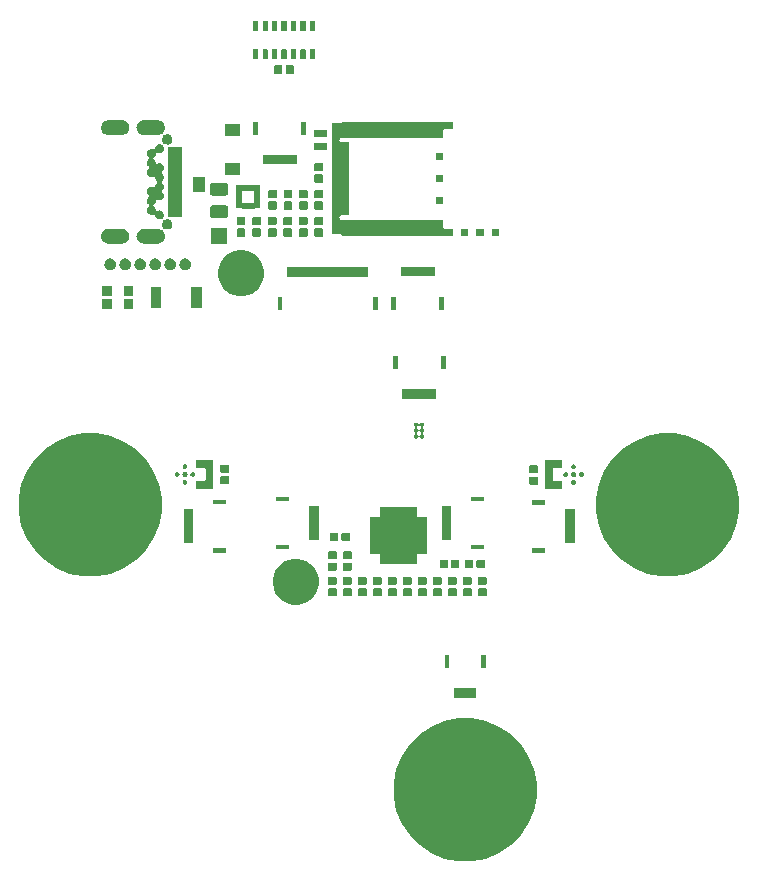
<source format=gts>
G04 #@! TF.GenerationSoftware,KiCad,Pcbnew,(5.1.4-0-10_14)*
G04 #@! TF.CreationDate,2020-04-27T00:49:30-05:00*
G04 #@! TF.ProjectId,Lifedatalink_v1_revA,4c696665-6461-4746-916c-696e6b5f7631,rev?*
G04 #@! TF.SameCoordinates,Original*
G04 #@! TF.FileFunction,Soldermask,Top*
G04 #@! TF.FilePolarity,Negative*
%FSLAX46Y46*%
G04 Gerber Fmt 4.6, Leading zero omitted, Abs format (unit mm)*
G04 Created by KiCad (PCBNEW (5.1.4-0-10_14)) date 2020-04-27 00:49:30*
%MOMM*%
%LPD*%
G04 APERTURE LIST*
%ADD10C,0.100000*%
G04 APERTURE END LIST*
D10*
G36*
X101333010Y-131849536D02*
G01*
X102434222Y-132305673D01*
X103425287Y-132967881D01*
X104268119Y-133810713D01*
X104930327Y-134801778D01*
X105386464Y-135902990D01*
X105619000Y-137072027D01*
X105619000Y-138263973D01*
X105386464Y-139433010D01*
X104930327Y-140534222D01*
X104268119Y-141525287D01*
X103425287Y-142368119D01*
X102434222Y-143030327D01*
X101333010Y-143486464D01*
X100163973Y-143719000D01*
X98972027Y-143719000D01*
X97802990Y-143486464D01*
X96701778Y-143030327D01*
X95710713Y-142368119D01*
X94867881Y-141525287D01*
X94205673Y-140534222D01*
X93749536Y-139433010D01*
X93517000Y-138263973D01*
X93517000Y-137072027D01*
X93749536Y-135902990D01*
X94205673Y-134801778D01*
X94867881Y-133810713D01*
X95710713Y-132967881D01*
X96701778Y-132305673D01*
X97802990Y-131849536D01*
X98972027Y-131617000D01*
X100163973Y-131617000D01*
X101333010Y-131849536D01*
X101333010Y-131849536D01*
G37*
G36*
X100519000Y-129869000D02*
G01*
X98617000Y-129869000D01*
X98617000Y-129067000D01*
X100519000Y-129067000D01*
X100519000Y-129869000D01*
X100519000Y-129869000D01*
G37*
G36*
X101309000Y-127369000D02*
G01*
X100907000Y-127369000D01*
X100907000Y-126267000D01*
X101309000Y-126267000D01*
X101309000Y-127369000D01*
X101309000Y-127369000D01*
G37*
G36*
X98229000Y-127369000D02*
G01*
X97827000Y-127369000D01*
X97827000Y-126267000D01*
X98229000Y-126267000D01*
X98229000Y-127369000D01*
X98229000Y-127369000D01*
G37*
G36*
X85796245Y-118166915D02*
G01*
X86151303Y-118313985D01*
X86151305Y-118313986D01*
X86470850Y-118527499D01*
X86742601Y-118799250D01*
X86956114Y-119118795D01*
X86956115Y-119118797D01*
X87103185Y-119473855D01*
X87178160Y-119850782D01*
X87178160Y-120235098D01*
X87103185Y-120612025D01*
X86956115Y-120967083D01*
X86956114Y-120967085D01*
X86742601Y-121286630D01*
X86470850Y-121558381D01*
X86151305Y-121771894D01*
X86151304Y-121771895D01*
X86151303Y-121771895D01*
X85796245Y-121918965D01*
X85419318Y-121993940D01*
X85035002Y-121993940D01*
X84658075Y-121918965D01*
X84303017Y-121771895D01*
X84303016Y-121771895D01*
X84303015Y-121771894D01*
X83983470Y-121558381D01*
X83711719Y-121286630D01*
X83498206Y-120967085D01*
X83498205Y-120967083D01*
X83351135Y-120612025D01*
X83276160Y-120235098D01*
X83276160Y-119850782D01*
X83351135Y-119473855D01*
X83498205Y-119118797D01*
X83498206Y-119118795D01*
X83711719Y-118799250D01*
X83983470Y-118527499D01*
X84303015Y-118313986D01*
X84303017Y-118313985D01*
X84658075Y-118166915D01*
X85035002Y-118091940D01*
X85419318Y-118091940D01*
X85796245Y-118166915D01*
X85796245Y-118166915D01*
G37*
G36*
X91147898Y-120591056D02*
G01*
X91168517Y-120597311D01*
X91187513Y-120607464D01*
X91204168Y-120621132D01*
X91217836Y-120637787D01*
X91227989Y-120656783D01*
X91234244Y-120677402D01*
X91236960Y-120704980D01*
X91236960Y-121163700D01*
X91234244Y-121191278D01*
X91227989Y-121211897D01*
X91217836Y-121230893D01*
X91204168Y-121247548D01*
X91187513Y-121261216D01*
X91168517Y-121271369D01*
X91147898Y-121277624D01*
X91120320Y-121280340D01*
X90611600Y-121280340D01*
X90584022Y-121277624D01*
X90563403Y-121271369D01*
X90544407Y-121261216D01*
X90527752Y-121247548D01*
X90514084Y-121230893D01*
X90503931Y-121211897D01*
X90497676Y-121191278D01*
X90494960Y-121163700D01*
X90494960Y-120704980D01*
X90497676Y-120677402D01*
X90503931Y-120656783D01*
X90514084Y-120637787D01*
X90527752Y-120621132D01*
X90544407Y-120607464D01*
X90563403Y-120597311D01*
X90584022Y-120591056D01*
X90611600Y-120588340D01*
X91120320Y-120588340D01*
X91147898Y-120591056D01*
X91147898Y-120591056D01*
G37*
G36*
X89877898Y-120591056D02*
G01*
X89898517Y-120597311D01*
X89917513Y-120607464D01*
X89934168Y-120621132D01*
X89947836Y-120637787D01*
X89957989Y-120656783D01*
X89964244Y-120677402D01*
X89966960Y-120704980D01*
X89966960Y-121163700D01*
X89964244Y-121191278D01*
X89957989Y-121211897D01*
X89947836Y-121230893D01*
X89934168Y-121247548D01*
X89917513Y-121261216D01*
X89898517Y-121271369D01*
X89877898Y-121277624D01*
X89850320Y-121280340D01*
X89341600Y-121280340D01*
X89314022Y-121277624D01*
X89293403Y-121271369D01*
X89274407Y-121261216D01*
X89257752Y-121247548D01*
X89244084Y-121230893D01*
X89233931Y-121211897D01*
X89227676Y-121191278D01*
X89224960Y-121163700D01*
X89224960Y-120704980D01*
X89227676Y-120677402D01*
X89233931Y-120656783D01*
X89244084Y-120637787D01*
X89257752Y-120621132D01*
X89274407Y-120607464D01*
X89293403Y-120597311D01*
X89314022Y-120591056D01*
X89341600Y-120588340D01*
X89850320Y-120588340D01*
X89877898Y-120591056D01*
X89877898Y-120591056D01*
G37*
G36*
X88607898Y-120591056D02*
G01*
X88628517Y-120597311D01*
X88647513Y-120607464D01*
X88664168Y-120621132D01*
X88677836Y-120637787D01*
X88687989Y-120656783D01*
X88694244Y-120677402D01*
X88696960Y-120704980D01*
X88696960Y-121163700D01*
X88694244Y-121191278D01*
X88687989Y-121211897D01*
X88677836Y-121230893D01*
X88664168Y-121247548D01*
X88647513Y-121261216D01*
X88628517Y-121271369D01*
X88607898Y-121277624D01*
X88580320Y-121280340D01*
X88071600Y-121280340D01*
X88044022Y-121277624D01*
X88023403Y-121271369D01*
X88004407Y-121261216D01*
X87987752Y-121247548D01*
X87974084Y-121230893D01*
X87963931Y-121211897D01*
X87957676Y-121191278D01*
X87954960Y-121163700D01*
X87954960Y-120704980D01*
X87957676Y-120677402D01*
X87963931Y-120656783D01*
X87974084Y-120637787D01*
X87987752Y-120621132D01*
X88004407Y-120607464D01*
X88023403Y-120597311D01*
X88044022Y-120591056D01*
X88071600Y-120588340D01*
X88580320Y-120588340D01*
X88607898Y-120591056D01*
X88607898Y-120591056D01*
G37*
G36*
X96227898Y-120591056D02*
G01*
X96248517Y-120597311D01*
X96267513Y-120607464D01*
X96284168Y-120621132D01*
X96297836Y-120637787D01*
X96307989Y-120656783D01*
X96314244Y-120677402D01*
X96316960Y-120704980D01*
X96316960Y-121163700D01*
X96314244Y-121191278D01*
X96307989Y-121211897D01*
X96297836Y-121230893D01*
X96284168Y-121247548D01*
X96267513Y-121261216D01*
X96248517Y-121271369D01*
X96227898Y-121277624D01*
X96200320Y-121280340D01*
X95691600Y-121280340D01*
X95664022Y-121277624D01*
X95643403Y-121271369D01*
X95624407Y-121261216D01*
X95607752Y-121247548D01*
X95594084Y-121230893D01*
X95583931Y-121211897D01*
X95577676Y-121191278D01*
X95574960Y-121163700D01*
X95574960Y-120704980D01*
X95577676Y-120677402D01*
X95583931Y-120656783D01*
X95594084Y-120637787D01*
X95607752Y-120621132D01*
X95624407Y-120607464D01*
X95643403Y-120597311D01*
X95664022Y-120591056D01*
X95691600Y-120588340D01*
X96200320Y-120588340D01*
X96227898Y-120591056D01*
X96227898Y-120591056D01*
G37*
G36*
X94957898Y-120591056D02*
G01*
X94978517Y-120597311D01*
X94997513Y-120607464D01*
X95014168Y-120621132D01*
X95027836Y-120637787D01*
X95037989Y-120656783D01*
X95044244Y-120677402D01*
X95046960Y-120704980D01*
X95046960Y-121163700D01*
X95044244Y-121191278D01*
X95037989Y-121211897D01*
X95027836Y-121230893D01*
X95014168Y-121247548D01*
X94997513Y-121261216D01*
X94978517Y-121271369D01*
X94957898Y-121277624D01*
X94930320Y-121280340D01*
X94421600Y-121280340D01*
X94394022Y-121277624D01*
X94373403Y-121271369D01*
X94354407Y-121261216D01*
X94337752Y-121247548D01*
X94324084Y-121230893D01*
X94313931Y-121211897D01*
X94307676Y-121191278D01*
X94304960Y-121163700D01*
X94304960Y-120704980D01*
X94307676Y-120677402D01*
X94313931Y-120656783D01*
X94324084Y-120637787D01*
X94337752Y-120621132D01*
X94354407Y-120607464D01*
X94373403Y-120597311D01*
X94394022Y-120591056D01*
X94421600Y-120588340D01*
X94930320Y-120588340D01*
X94957898Y-120591056D01*
X94957898Y-120591056D01*
G37*
G36*
X97497898Y-120591056D02*
G01*
X97518517Y-120597311D01*
X97537513Y-120607464D01*
X97554168Y-120621132D01*
X97567836Y-120637787D01*
X97577989Y-120656783D01*
X97584244Y-120677402D01*
X97586960Y-120704980D01*
X97586960Y-121163700D01*
X97584244Y-121191278D01*
X97577989Y-121211897D01*
X97567836Y-121230893D01*
X97554168Y-121247548D01*
X97537513Y-121261216D01*
X97518517Y-121271369D01*
X97497898Y-121277624D01*
X97470320Y-121280340D01*
X96961600Y-121280340D01*
X96934022Y-121277624D01*
X96913403Y-121271369D01*
X96894407Y-121261216D01*
X96877752Y-121247548D01*
X96864084Y-121230893D01*
X96853931Y-121211897D01*
X96847676Y-121191278D01*
X96844960Y-121163700D01*
X96844960Y-120704980D01*
X96847676Y-120677402D01*
X96853931Y-120656783D01*
X96864084Y-120637787D01*
X96877752Y-120621132D01*
X96894407Y-120607464D01*
X96913403Y-120597311D01*
X96934022Y-120591056D01*
X96961600Y-120588340D01*
X97470320Y-120588340D01*
X97497898Y-120591056D01*
X97497898Y-120591056D01*
G37*
G36*
X93687898Y-120591056D02*
G01*
X93708517Y-120597311D01*
X93727513Y-120607464D01*
X93744168Y-120621132D01*
X93757836Y-120637787D01*
X93767989Y-120656783D01*
X93774244Y-120677402D01*
X93776960Y-120704980D01*
X93776960Y-121163700D01*
X93774244Y-121191278D01*
X93767989Y-121211897D01*
X93757836Y-121230893D01*
X93744168Y-121247548D01*
X93727513Y-121261216D01*
X93708517Y-121271369D01*
X93687898Y-121277624D01*
X93660320Y-121280340D01*
X93151600Y-121280340D01*
X93124022Y-121277624D01*
X93103403Y-121271369D01*
X93084407Y-121261216D01*
X93067752Y-121247548D01*
X93054084Y-121230893D01*
X93043931Y-121211897D01*
X93037676Y-121191278D01*
X93034960Y-121163700D01*
X93034960Y-120704980D01*
X93037676Y-120677402D01*
X93043931Y-120656783D01*
X93054084Y-120637787D01*
X93067752Y-120621132D01*
X93084407Y-120607464D01*
X93103403Y-120597311D01*
X93124022Y-120591056D01*
X93151600Y-120588340D01*
X93660320Y-120588340D01*
X93687898Y-120591056D01*
X93687898Y-120591056D01*
G37*
G36*
X92417898Y-120591056D02*
G01*
X92438517Y-120597311D01*
X92457513Y-120607464D01*
X92474168Y-120621132D01*
X92487836Y-120637787D01*
X92497989Y-120656783D01*
X92504244Y-120677402D01*
X92506960Y-120704980D01*
X92506960Y-121163700D01*
X92504244Y-121191278D01*
X92497989Y-121211897D01*
X92487836Y-121230893D01*
X92474168Y-121247548D01*
X92457513Y-121261216D01*
X92438517Y-121271369D01*
X92417898Y-121277624D01*
X92390320Y-121280340D01*
X91881600Y-121280340D01*
X91854022Y-121277624D01*
X91833403Y-121271369D01*
X91814407Y-121261216D01*
X91797752Y-121247548D01*
X91784084Y-121230893D01*
X91773931Y-121211897D01*
X91767676Y-121191278D01*
X91764960Y-121163700D01*
X91764960Y-120704980D01*
X91767676Y-120677402D01*
X91773931Y-120656783D01*
X91784084Y-120637787D01*
X91797752Y-120621132D01*
X91814407Y-120607464D01*
X91833403Y-120597311D01*
X91854022Y-120591056D01*
X91881600Y-120588340D01*
X92390320Y-120588340D01*
X92417898Y-120591056D01*
X92417898Y-120591056D01*
G37*
G36*
X98767898Y-120591056D02*
G01*
X98788517Y-120597311D01*
X98807513Y-120607464D01*
X98824168Y-120621132D01*
X98837836Y-120637787D01*
X98847989Y-120656783D01*
X98854244Y-120677402D01*
X98856960Y-120704980D01*
X98856960Y-121163700D01*
X98854244Y-121191278D01*
X98847989Y-121211897D01*
X98837836Y-121230893D01*
X98824168Y-121247548D01*
X98807513Y-121261216D01*
X98788517Y-121271369D01*
X98767898Y-121277624D01*
X98740320Y-121280340D01*
X98231600Y-121280340D01*
X98204022Y-121277624D01*
X98183403Y-121271369D01*
X98164407Y-121261216D01*
X98147752Y-121247548D01*
X98134084Y-121230893D01*
X98123931Y-121211897D01*
X98117676Y-121191278D01*
X98114960Y-121163700D01*
X98114960Y-120704980D01*
X98117676Y-120677402D01*
X98123931Y-120656783D01*
X98134084Y-120637787D01*
X98147752Y-120621132D01*
X98164407Y-120607464D01*
X98183403Y-120597311D01*
X98204022Y-120591056D01*
X98231600Y-120588340D01*
X98740320Y-120588340D01*
X98767898Y-120591056D01*
X98767898Y-120591056D01*
G37*
G36*
X100037898Y-120591056D02*
G01*
X100058517Y-120597311D01*
X100077513Y-120607464D01*
X100094168Y-120621132D01*
X100107836Y-120637787D01*
X100117989Y-120656783D01*
X100124244Y-120677402D01*
X100126960Y-120704980D01*
X100126960Y-121163700D01*
X100124244Y-121191278D01*
X100117989Y-121211897D01*
X100107836Y-121230893D01*
X100094168Y-121247548D01*
X100077513Y-121261216D01*
X100058517Y-121271369D01*
X100037898Y-121277624D01*
X100010320Y-121280340D01*
X99501600Y-121280340D01*
X99474022Y-121277624D01*
X99453403Y-121271369D01*
X99434407Y-121261216D01*
X99417752Y-121247548D01*
X99404084Y-121230893D01*
X99393931Y-121211897D01*
X99387676Y-121191278D01*
X99384960Y-121163700D01*
X99384960Y-120704980D01*
X99387676Y-120677402D01*
X99393931Y-120656783D01*
X99404084Y-120637787D01*
X99417752Y-120621132D01*
X99434407Y-120607464D01*
X99453403Y-120597311D01*
X99474022Y-120591056D01*
X99501600Y-120588340D01*
X100010320Y-120588340D01*
X100037898Y-120591056D01*
X100037898Y-120591056D01*
G37*
G36*
X101307898Y-120591056D02*
G01*
X101328517Y-120597311D01*
X101347513Y-120607464D01*
X101364168Y-120621132D01*
X101377836Y-120637787D01*
X101387989Y-120656783D01*
X101394244Y-120677402D01*
X101396960Y-120704980D01*
X101396960Y-121163700D01*
X101394244Y-121191278D01*
X101387989Y-121211897D01*
X101377836Y-121230893D01*
X101364168Y-121247548D01*
X101347513Y-121261216D01*
X101328517Y-121271369D01*
X101307898Y-121277624D01*
X101280320Y-121280340D01*
X100771600Y-121280340D01*
X100744022Y-121277624D01*
X100723403Y-121271369D01*
X100704407Y-121261216D01*
X100687752Y-121247548D01*
X100674084Y-121230893D01*
X100663931Y-121211897D01*
X100657676Y-121191278D01*
X100654960Y-121163700D01*
X100654960Y-120704980D01*
X100657676Y-120677402D01*
X100663931Y-120656783D01*
X100674084Y-120637787D01*
X100687752Y-120621132D01*
X100704407Y-120607464D01*
X100723403Y-120597311D01*
X100744022Y-120591056D01*
X100771600Y-120588340D01*
X101280320Y-120588340D01*
X101307898Y-120591056D01*
X101307898Y-120591056D01*
G37*
G36*
X101307898Y-119621056D02*
G01*
X101328517Y-119627311D01*
X101347513Y-119637464D01*
X101364168Y-119651132D01*
X101377836Y-119667787D01*
X101387989Y-119686783D01*
X101394244Y-119707402D01*
X101396960Y-119734980D01*
X101396960Y-120193700D01*
X101394244Y-120221278D01*
X101387989Y-120241897D01*
X101377836Y-120260893D01*
X101364168Y-120277548D01*
X101347513Y-120291216D01*
X101328517Y-120301369D01*
X101307898Y-120307624D01*
X101280320Y-120310340D01*
X100771600Y-120310340D01*
X100744022Y-120307624D01*
X100723403Y-120301369D01*
X100704407Y-120291216D01*
X100687752Y-120277548D01*
X100674084Y-120260893D01*
X100663931Y-120241897D01*
X100657676Y-120221278D01*
X100654960Y-120193700D01*
X100654960Y-119734980D01*
X100657676Y-119707402D01*
X100663931Y-119686783D01*
X100674084Y-119667787D01*
X100687752Y-119651132D01*
X100704407Y-119637464D01*
X100723403Y-119627311D01*
X100744022Y-119621056D01*
X100771600Y-119618340D01*
X101280320Y-119618340D01*
X101307898Y-119621056D01*
X101307898Y-119621056D01*
G37*
G36*
X92417898Y-119621056D02*
G01*
X92438517Y-119627311D01*
X92457513Y-119637464D01*
X92474168Y-119651132D01*
X92487836Y-119667787D01*
X92497989Y-119686783D01*
X92504244Y-119707402D01*
X92506960Y-119734980D01*
X92506960Y-120193700D01*
X92504244Y-120221278D01*
X92497989Y-120241897D01*
X92487836Y-120260893D01*
X92474168Y-120277548D01*
X92457513Y-120291216D01*
X92438517Y-120301369D01*
X92417898Y-120307624D01*
X92390320Y-120310340D01*
X91881600Y-120310340D01*
X91854022Y-120307624D01*
X91833403Y-120301369D01*
X91814407Y-120291216D01*
X91797752Y-120277548D01*
X91784084Y-120260893D01*
X91773931Y-120241897D01*
X91767676Y-120221278D01*
X91764960Y-120193700D01*
X91764960Y-119734980D01*
X91767676Y-119707402D01*
X91773931Y-119686783D01*
X91784084Y-119667787D01*
X91797752Y-119651132D01*
X91814407Y-119637464D01*
X91833403Y-119627311D01*
X91854022Y-119621056D01*
X91881600Y-119618340D01*
X92390320Y-119618340D01*
X92417898Y-119621056D01*
X92417898Y-119621056D01*
G37*
G36*
X91147898Y-119621056D02*
G01*
X91168517Y-119627311D01*
X91187513Y-119637464D01*
X91204168Y-119651132D01*
X91217836Y-119667787D01*
X91227989Y-119686783D01*
X91234244Y-119707402D01*
X91236960Y-119734980D01*
X91236960Y-120193700D01*
X91234244Y-120221278D01*
X91227989Y-120241897D01*
X91217836Y-120260893D01*
X91204168Y-120277548D01*
X91187513Y-120291216D01*
X91168517Y-120301369D01*
X91147898Y-120307624D01*
X91120320Y-120310340D01*
X90611600Y-120310340D01*
X90584022Y-120307624D01*
X90563403Y-120301369D01*
X90544407Y-120291216D01*
X90527752Y-120277548D01*
X90514084Y-120260893D01*
X90503931Y-120241897D01*
X90497676Y-120221278D01*
X90494960Y-120193700D01*
X90494960Y-119734980D01*
X90497676Y-119707402D01*
X90503931Y-119686783D01*
X90514084Y-119667787D01*
X90527752Y-119651132D01*
X90544407Y-119637464D01*
X90563403Y-119627311D01*
X90584022Y-119621056D01*
X90611600Y-119618340D01*
X91120320Y-119618340D01*
X91147898Y-119621056D01*
X91147898Y-119621056D01*
G37*
G36*
X100037898Y-119621056D02*
G01*
X100058517Y-119627311D01*
X100077513Y-119637464D01*
X100094168Y-119651132D01*
X100107836Y-119667787D01*
X100117989Y-119686783D01*
X100124244Y-119707402D01*
X100126960Y-119734980D01*
X100126960Y-120193700D01*
X100124244Y-120221278D01*
X100117989Y-120241897D01*
X100107836Y-120260893D01*
X100094168Y-120277548D01*
X100077513Y-120291216D01*
X100058517Y-120301369D01*
X100037898Y-120307624D01*
X100010320Y-120310340D01*
X99501600Y-120310340D01*
X99474022Y-120307624D01*
X99453403Y-120301369D01*
X99434407Y-120291216D01*
X99417752Y-120277548D01*
X99404084Y-120260893D01*
X99393931Y-120241897D01*
X99387676Y-120221278D01*
X99384960Y-120193700D01*
X99384960Y-119734980D01*
X99387676Y-119707402D01*
X99393931Y-119686783D01*
X99404084Y-119667787D01*
X99417752Y-119651132D01*
X99434407Y-119637464D01*
X99453403Y-119627311D01*
X99474022Y-119621056D01*
X99501600Y-119618340D01*
X100010320Y-119618340D01*
X100037898Y-119621056D01*
X100037898Y-119621056D01*
G37*
G36*
X98767898Y-119621056D02*
G01*
X98788517Y-119627311D01*
X98807513Y-119637464D01*
X98824168Y-119651132D01*
X98837836Y-119667787D01*
X98847989Y-119686783D01*
X98854244Y-119707402D01*
X98856960Y-119734980D01*
X98856960Y-120193700D01*
X98854244Y-120221278D01*
X98847989Y-120241897D01*
X98837836Y-120260893D01*
X98824168Y-120277548D01*
X98807513Y-120291216D01*
X98788517Y-120301369D01*
X98767898Y-120307624D01*
X98740320Y-120310340D01*
X98231600Y-120310340D01*
X98204022Y-120307624D01*
X98183403Y-120301369D01*
X98164407Y-120291216D01*
X98147752Y-120277548D01*
X98134084Y-120260893D01*
X98123931Y-120241897D01*
X98117676Y-120221278D01*
X98114960Y-120193700D01*
X98114960Y-119734980D01*
X98117676Y-119707402D01*
X98123931Y-119686783D01*
X98134084Y-119667787D01*
X98147752Y-119651132D01*
X98164407Y-119637464D01*
X98183403Y-119627311D01*
X98204022Y-119621056D01*
X98231600Y-119618340D01*
X98740320Y-119618340D01*
X98767898Y-119621056D01*
X98767898Y-119621056D01*
G37*
G36*
X97497898Y-119621056D02*
G01*
X97518517Y-119627311D01*
X97537513Y-119637464D01*
X97554168Y-119651132D01*
X97567836Y-119667787D01*
X97577989Y-119686783D01*
X97584244Y-119707402D01*
X97586960Y-119734980D01*
X97586960Y-120193700D01*
X97584244Y-120221278D01*
X97577989Y-120241897D01*
X97567836Y-120260893D01*
X97554168Y-120277548D01*
X97537513Y-120291216D01*
X97518517Y-120301369D01*
X97497898Y-120307624D01*
X97470320Y-120310340D01*
X96961600Y-120310340D01*
X96934022Y-120307624D01*
X96913403Y-120301369D01*
X96894407Y-120291216D01*
X96877752Y-120277548D01*
X96864084Y-120260893D01*
X96853931Y-120241897D01*
X96847676Y-120221278D01*
X96844960Y-120193700D01*
X96844960Y-119734980D01*
X96847676Y-119707402D01*
X96853931Y-119686783D01*
X96864084Y-119667787D01*
X96877752Y-119651132D01*
X96894407Y-119637464D01*
X96913403Y-119627311D01*
X96934022Y-119621056D01*
X96961600Y-119618340D01*
X97470320Y-119618340D01*
X97497898Y-119621056D01*
X97497898Y-119621056D01*
G37*
G36*
X96227898Y-119621056D02*
G01*
X96248517Y-119627311D01*
X96267513Y-119637464D01*
X96284168Y-119651132D01*
X96297836Y-119667787D01*
X96307989Y-119686783D01*
X96314244Y-119707402D01*
X96316960Y-119734980D01*
X96316960Y-120193700D01*
X96314244Y-120221278D01*
X96307989Y-120241897D01*
X96297836Y-120260893D01*
X96284168Y-120277548D01*
X96267513Y-120291216D01*
X96248517Y-120301369D01*
X96227898Y-120307624D01*
X96200320Y-120310340D01*
X95691600Y-120310340D01*
X95664022Y-120307624D01*
X95643403Y-120301369D01*
X95624407Y-120291216D01*
X95607752Y-120277548D01*
X95594084Y-120260893D01*
X95583931Y-120241897D01*
X95577676Y-120221278D01*
X95574960Y-120193700D01*
X95574960Y-119734980D01*
X95577676Y-119707402D01*
X95583931Y-119686783D01*
X95594084Y-119667787D01*
X95607752Y-119651132D01*
X95624407Y-119637464D01*
X95643403Y-119627311D01*
X95664022Y-119621056D01*
X95691600Y-119618340D01*
X96200320Y-119618340D01*
X96227898Y-119621056D01*
X96227898Y-119621056D01*
G37*
G36*
X94957898Y-119621056D02*
G01*
X94978517Y-119627311D01*
X94997513Y-119637464D01*
X95014168Y-119651132D01*
X95027836Y-119667787D01*
X95037989Y-119686783D01*
X95044244Y-119707402D01*
X95046960Y-119734980D01*
X95046960Y-120193700D01*
X95044244Y-120221278D01*
X95037989Y-120241897D01*
X95027836Y-120260893D01*
X95014168Y-120277548D01*
X94997513Y-120291216D01*
X94978517Y-120301369D01*
X94957898Y-120307624D01*
X94930320Y-120310340D01*
X94421600Y-120310340D01*
X94394022Y-120307624D01*
X94373403Y-120301369D01*
X94354407Y-120291216D01*
X94337752Y-120277548D01*
X94324084Y-120260893D01*
X94313931Y-120241897D01*
X94307676Y-120221278D01*
X94304960Y-120193700D01*
X94304960Y-119734980D01*
X94307676Y-119707402D01*
X94313931Y-119686783D01*
X94324084Y-119667787D01*
X94337752Y-119651132D01*
X94354407Y-119637464D01*
X94373403Y-119627311D01*
X94394022Y-119621056D01*
X94421600Y-119618340D01*
X94930320Y-119618340D01*
X94957898Y-119621056D01*
X94957898Y-119621056D01*
G37*
G36*
X93687898Y-119621056D02*
G01*
X93708517Y-119627311D01*
X93727513Y-119637464D01*
X93744168Y-119651132D01*
X93757836Y-119667787D01*
X93767989Y-119686783D01*
X93774244Y-119707402D01*
X93776960Y-119734980D01*
X93776960Y-120193700D01*
X93774244Y-120221278D01*
X93767989Y-120241897D01*
X93757836Y-120260893D01*
X93744168Y-120277548D01*
X93727513Y-120291216D01*
X93708517Y-120301369D01*
X93687898Y-120307624D01*
X93660320Y-120310340D01*
X93151600Y-120310340D01*
X93124022Y-120307624D01*
X93103403Y-120301369D01*
X93084407Y-120291216D01*
X93067752Y-120277548D01*
X93054084Y-120260893D01*
X93043931Y-120241897D01*
X93037676Y-120221278D01*
X93034960Y-120193700D01*
X93034960Y-119734980D01*
X93037676Y-119707402D01*
X93043931Y-119686783D01*
X93054084Y-119667787D01*
X93067752Y-119651132D01*
X93084407Y-119637464D01*
X93103403Y-119627311D01*
X93124022Y-119621056D01*
X93151600Y-119618340D01*
X93660320Y-119618340D01*
X93687898Y-119621056D01*
X93687898Y-119621056D01*
G37*
G36*
X89877898Y-119621056D02*
G01*
X89898517Y-119627311D01*
X89917513Y-119637464D01*
X89934168Y-119651132D01*
X89947836Y-119667787D01*
X89957989Y-119686783D01*
X89964244Y-119707402D01*
X89966960Y-119734980D01*
X89966960Y-120193700D01*
X89964244Y-120221278D01*
X89957989Y-120241897D01*
X89947836Y-120260893D01*
X89934168Y-120277548D01*
X89917513Y-120291216D01*
X89898517Y-120301369D01*
X89877898Y-120307624D01*
X89850320Y-120310340D01*
X89341600Y-120310340D01*
X89314022Y-120307624D01*
X89293403Y-120301369D01*
X89274407Y-120291216D01*
X89257752Y-120277548D01*
X89244084Y-120260893D01*
X89233931Y-120241897D01*
X89227676Y-120221278D01*
X89224960Y-120193700D01*
X89224960Y-119734980D01*
X89227676Y-119707402D01*
X89233931Y-119686783D01*
X89244084Y-119667787D01*
X89257752Y-119651132D01*
X89274407Y-119637464D01*
X89293403Y-119627311D01*
X89314022Y-119621056D01*
X89341600Y-119618340D01*
X89850320Y-119618340D01*
X89877898Y-119621056D01*
X89877898Y-119621056D01*
G37*
G36*
X88607898Y-119621056D02*
G01*
X88628517Y-119627311D01*
X88647513Y-119637464D01*
X88664168Y-119651132D01*
X88677836Y-119667787D01*
X88687989Y-119686783D01*
X88694244Y-119707402D01*
X88696960Y-119734980D01*
X88696960Y-120193700D01*
X88694244Y-120221278D01*
X88687989Y-120241897D01*
X88677836Y-120260893D01*
X88664168Y-120277548D01*
X88647513Y-120291216D01*
X88628517Y-120301369D01*
X88607898Y-120307624D01*
X88580320Y-120310340D01*
X88071600Y-120310340D01*
X88044022Y-120307624D01*
X88023403Y-120301369D01*
X88004407Y-120291216D01*
X87987752Y-120277548D01*
X87974084Y-120260893D01*
X87963931Y-120241897D01*
X87957676Y-120221278D01*
X87954960Y-120193700D01*
X87954960Y-119734980D01*
X87957676Y-119707402D01*
X87963931Y-119686783D01*
X87974084Y-119667787D01*
X87987752Y-119651132D01*
X88004407Y-119637464D01*
X88023403Y-119627311D01*
X88044022Y-119621056D01*
X88071600Y-119618340D01*
X88580320Y-119618340D01*
X88607898Y-119621056D01*
X88607898Y-119621056D01*
G37*
G36*
X69583010Y-107719536D02*
G01*
X70684222Y-108175673D01*
X71675287Y-108837881D01*
X72518119Y-109680713D01*
X73180327Y-110671778D01*
X73636464Y-111772990D01*
X73869000Y-112942027D01*
X73869000Y-114133973D01*
X73636464Y-115303010D01*
X73180327Y-116404222D01*
X72518119Y-117395287D01*
X71675287Y-118238119D01*
X70684222Y-118900327D01*
X69583010Y-119356464D01*
X68413973Y-119589000D01*
X67222027Y-119589000D01*
X66052990Y-119356464D01*
X64951778Y-118900327D01*
X63960713Y-118238119D01*
X63117881Y-117395287D01*
X62455673Y-116404222D01*
X61999536Y-115303010D01*
X61767000Y-114133973D01*
X61767000Y-112942027D01*
X61999536Y-111772990D01*
X62455673Y-110671778D01*
X63117881Y-109680713D01*
X63960713Y-108837881D01*
X64951778Y-108175673D01*
X66052990Y-107719536D01*
X67222027Y-107487000D01*
X68413973Y-107487000D01*
X69583010Y-107719536D01*
X69583010Y-107719536D01*
G37*
G36*
X118478010Y-107719536D02*
G01*
X119579222Y-108175673D01*
X120570287Y-108837881D01*
X121413119Y-109680713D01*
X122075327Y-110671778D01*
X122531464Y-111772990D01*
X122764000Y-112942027D01*
X122764000Y-114133973D01*
X122531464Y-115303010D01*
X122075327Y-116404222D01*
X121413119Y-117395287D01*
X120570287Y-118238119D01*
X119579222Y-118900327D01*
X118478010Y-119356464D01*
X117308973Y-119589000D01*
X116117027Y-119589000D01*
X114947990Y-119356464D01*
X113846778Y-118900327D01*
X112855713Y-118238119D01*
X112012881Y-117395287D01*
X111350673Y-116404222D01*
X110894536Y-115303010D01*
X110662000Y-114133973D01*
X110662000Y-112942027D01*
X110894536Y-111772990D01*
X111350673Y-110671778D01*
X112012881Y-109680713D01*
X112855713Y-108837881D01*
X113846778Y-108175673D01*
X114947990Y-107719536D01*
X116117027Y-107487000D01*
X117308973Y-107487000D01*
X118478010Y-107719536D01*
X118478010Y-107719536D01*
G37*
G36*
X89877898Y-118432056D02*
G01*
X89898517Y-118438311D01*
X89917513Y-118448464D01*
X89934168Y-118462132D01*
X89947836Y-118478787D01*
X89957989Y-118497783D01*
X89964244Y-118518402D01*
X89966960Y-118545980D01*
X89966960Y-119004700D01*
X89964244Y-119032278D01*
X89957989Y-119052897D01*
X89947836Y-119071893D01*
X89934168Y-119088548D01*
X89917513Y-119102216D01*
X89898517Y-119112369D01*
X89877898Y-119118624D01*
X89850320Y-119121340D01*
X89341600Y-119121340D01*
X89314022Y-119118624D01*
X89293403Y-119112369D01*
X89274407Y-119102216D01*
X89257752Y-119088548D01*
X89244084Y-119071893D01*
X89233931Y-119052897D01*
X89227676Y-119032278D01*
X89224960Y-119004700D01*
X89224960Y-118545980D01*
X89227676Y-118518402D01*
X89233931Y-118497783D01*
X89244084Y-118478787D01*
X89257752Y-118462132D01*
X89274407Y-118448464D01*
X89293403Y-118438311D01*
X89314022Y-118432056D01*
X89341600Y-118429340D01*
X89850320Y-118429340D01*
X89877898Y-118432056D01*
X89877898Y-118432056D01*
G37*
G36*
X88607898Y-118432056D02*
G01*
X88628517Y-118438311D01*
X88647513Y-118448464D01*
X88664168Y-118462132D01*
X88677836Y-118478787D01*
X88687989Y-118497783D01*
X88694244Y-118518402D01*
X88696960Y-118545980D01*
X88696960Y-119004700D01*
X88694244Y-119032278D01*
X88687989Y-119052897D01*
X88677836Y-119071893D01*
X88664168Y-119088548D01*
X88647513Y-119102216D01*
X88628517Y-119112369D01*
X88607898Y-119118624D01*
X88580320Y-119121340D01*
X88071600Y-119121340D01*
X88044022Y-119118624D01*
X88023403Y-119112369D01*
X88004407Y-119102216D01*
X87987752Y-119088548D01*
X87974084Y-119071893D01*
X87963931Y-119052897D01*
X87957676Y-119032278D01*
X87954960Y-119004700D01*
X87954960Y-118545980D01*
X87957676Y-118518402D01*
X87963931Y-118497783D01*
X87974084Y-118478787D01*
X87987752Y-118462132D01*
X88004407Y-118448464D01*
X88023403Y-118438311D01*
X88044022Y-118432056D01*
X88071600Y-118429340D01*
X88580320Y-118429340D01*
X88607898Y-118432056D01*
X88607898Y-118432056D01*
G37*
G36*
X98003898Y-118176056D02*
G01*
X98024517Y-118182311D01*
X98043513Y-118192464D01*
X98060168Y-118206132D01*
X98073836Y-118222787D01*
X98083989Y-118241783D01*
X98090244Y-118262402D01*
X98092960Y-118289980D01*
X98092960Y-118798700D01*
X98090244Y-118826278D01*
X98083989Y-118846897D01*
X98073836Y-118865893D01*
X98060168Y-118882548D01*
X98043513Y-118896216D01*
X98024517Y-118906369D01*
X98003898Y-118912624D01*
X97976320Y-118915340D01*
X97517600Y-118915340D01*
X97490022Y-118912624D01*
X97469403Y-118906369D01*
X97450407Y-118896216D01*
X97433752Y-118882548D01*
X97420084Y-118865893D01*
X97409931Y-118846897D01*
X97403676Y-118826278D01*
X97400960Y-118798700D01*
X97400960Y-118289980D01*
X97403676Y-118262402D01*
X97409931Y-118241783D01*
X97420084Y-118222787D01*
X97433752Y-118206132D01*
X97450407Y-118192464D01*
X97469403Y-118182311D01*
X97490022Y-118176056D01*
X97517600Y-118173340D01*
X97976320Y-118173340D01*
X98003898Y-118176056D01*
X98003898Y-118176056D01*
G37*
G36*
X100162898Y-118176056D02*
G01*
X100183517Y-118182311D01*
X100202513Y-118192464D01*
X100219168Y-118206132D01*
X100232836Y-118222787D01*
X100242989Y-118241783D01*
X100249244Y-118262402D01*
X100251960Y-118289980D01*
X100251960Y-118798700D01*
X100249244Y-118826278D01*
X100242989Y-118846897D01*
X100232836Y-118865893D01*
X100219168Y-118882548D01*
X100202513Y-118896216D01*
X100183517Y-118906369D01*
X100162898Y-118912624D01*
X100135320Y-118915340D01*
X99676600Y-118915340D01*
X99649022Y-118912624D01*
X99628403Y-118906369D01*
X99609407Y-118896216D01*
X99592752Y-118882548D01*
X99579084Y-118865893D01*
X99568931Y-118846897D01*
X99562676Y-118826278D01*
X99559960Y-118798700D01*
X99559960Y-118289980D01*
X99562676Y-118262402D01*
X99568931Y-118241783D01*
X99579084Y-118222787D01*
X99592752Y-118206132D01*
X99609407Y-118192464D01*
X99628403Y-118182311D01*
X99649022Y-118176056D01*
X99676600Y-118173340D01*
X100135320Y-118173340D01*
X100162898Y-118176056D01*
X100162898Y-118176056D01*
G37*
G36*
X101132898Y-118176056D02*
G01*
X101153517Y-118182311D01*
X101172513Y-118192464D01*
X101189168Y-118206132D01*
X101202836Y-118222787D01*
X101212989Y-118241783D01*
X101219244Y-118262402D01*
X101221960Y-118289980D01*
X101221960Y-118798700D01*
X101219244Y-118826278D01*
X101212989Y-118846897D01*
X101202836Y-118865893D01*
X101189168Y-118882548D01*
X101172513Y-118896216D01*
X101153517Y-118906369D01*
X101132898Y-118912624D01*
X101105320Y-118915340D01*
X100646600Y-118915340D01*
X100619022Y-118912624D01*
X100598403Y-118906369D01*
X100579407Y-118896216D01*
X100562752Y-118882548D01*
X100549084Y-118865893D01*
X100538931Y-118846897D01*
X100532676Y-118826278D01*
X100529960Y-118798700D01*
X100529960Y-118289980D01*
X100532676Y-118262402D01*
X100538931Y-118241783D01*
X100549084Y-118222787D01*
X100562752Y-118206132D01*
X100579407Y-118192464D01*
X100598403Y-118182311D01*
X100619022Y-118176056D01*
X100646600Y-118173340D01*
X101105320Y-118173340D01*
X101132898Y-118176056D01*
X101132898Y-118176056D01*
G37*
G36*
X98973898Y-118176056D02*
G01*
X98994517Y-118182311D01*
X99013513Y-118192464D01*
X99030168Y-118206132D01*
X99043836Y-118222787D01*
X99053989Y-118241783D01*
X99060244Y-118262402D01*
X99062960Y-118289980D01*
X99062960Y-118798700D01*
X99060244Y-118826278D01*
X99053989Y-118846897D01*
X99043836Y-118865893D01*
X99030168Y-118882548D01*
X99013513Y-118896216D01*
X98994517Y-118906369D01*
X98973898Y-118912624D01*
X98946320Y-118915340D01*
X98487600Y-118915340D01*
X98460022Y-118912624D01*
X98439403Y-118906369D01*
X98420407Y-118896216D01*
X98403752Y-118882548D01*
X98390084Y-118865893D01*
X98379931Y-118846897D01*
X98373676Y-118826278D01*
X98370960Y-118798700D01*
X98370960Y-118289980D01*
X98373676Y-118262402D01*
X98379931Y-118241783D01*
X98390084Y-118222787D01*
X98403752Y-118206132D01*
X98420407Y-118192464D01*
X98439403Y-118182311D01*
X98460022Y-118176056D01*
X98487600Y-118173340D01*
X98946320Y-118173340D01*
X98973898Y-118176056D01*
X98973898Y-118176056D01*
G37*
G36*
X92654376Y-113731183D02*
G01*
X92658516Y-113732439D01*
X92677676Y-113740375D01*
X92701710Y-113745155D01*
X92726214Y-113745155D01*
X92750247Y-113740374D01*
X92769405Y-113732439D01*
X92773544Y-113731183D01*
X92782103Y-113730340D01*
X93045817Y-113730340D01*
X93054376Y-113731183D01*
X93058516Y-113732439D01*
X93077676Y-113740375D01*
X93101710Y-113745155D01*
X93126214Y-113745155D01*
X93150247Y-113740374D01*
X93169405Y-113732439D01*
X93173544Y-113731183D01*
X93182103Y-113730340D01*
X93445817Y-113730340D01*
X93454376Y-113731183D01*
X93458516Y-113732439D01*
X93477676Y-113740375D01*
X93501710Y-113745155D01*
X93526214Y-113745155D01*
X93550247Y-113740374D01*
X93569405Y-113732439D01*
X93573544Y-113731183D01*
X93582103Y-113730340D01*
X93845817Y-113730340D01*
X93854376Y-113731183D01*
X93858516Y-113732439D01*
X93877676Y-113740375D01*
X93901710Y-113745155D01*
X93926214Y-113745155D01*
X93950247Y-113740374D01*
X93969405Y-113732439D01*
X93973544Y-113731183D01*
X93982103Y-113730340D01*
X94245817Y-113730340D01*
X94254376Y-113731183D01*
X94258516Y-113732439D01*
X94277676Y-113740375D01*
X94301710Y-113745155D01*
X94326214Y-113745155D01*
X94350247Y-113740374D01*
X94369405Y-113732439D01*
X94373544Y-113731183D01*
X94382103Y-113730340D01*
X94645817Y-113730340D01*
X94654376Y-113731183D01*
X94658516Y-113732439D01*
X94677676Y-113740375D01*
X94701710Y-113745155D01*
X94726214Y-113745155D01*
X94750247Y-113740374D01*
X94769405Y-113732439D01*
X94773544Y-113731183D01*
X94782103Y-113730340D01*
X95045817Y-113730340D01*
X95054376Y-113731183D01*
X95058516Y-113732439D01*
X95077676Y-113740375D01*
X95101710Y-113745155D01*
X95126214Y-113745155D01*
X95150247Y-113740374D01*
X95169405Y-113732439D01*
X95173544Y-113731183D01*
X95182103Y-113730340D01*
X95445817Y-113730340D01*
X95454376Y-113731183D01*
X95456705Y-113731890D01*
X95458847Y-113733035D01*
X95460725Y-113734575D01*
X95462265Y-113736453D01*
X95463410Y-113738595D01*
X95464117Y-113740924D01*
X95464960Y-113749483D01*
X95464960Y-114455341D01*
X95467362Y-114479727D01*
X95474475Y-114503176D01*
X95486026Y-114524787D01*
X95501571Y-114543729D01*
X95520513Y-114559274D01*
X95542124Y-114570825D01*
X95565573Y-114577938D01*
X95589959Y-114580340D01*
X96295817Y-114580340D01*
X96304376Y-114581183D01*
X96306705Y-114581890D01*
X96308847Y-114583035D01*
X96310725Y-114584575D01*
X96312265Y-114586453D01*
X96313410Y-114588595D01*
X96314117Y-114590924D01*
X96314960Y-114599483D01*
X96314960Y-114863197D01*
X96314117Y-114871756D01*
X96312861Y-114875896D01*
X96304925Y-114895056D01*
X96300145Y-114919090D01*
X96300145Y-114943594D01*
X96304926Y-114967627D01*
X96312861Y-114986785D01*
X96314117Y-114990924D01*
X96314960Y-114999483D01*
X96314960Y-115263197D01*
X96314117Y-115271756D01*
X96312861Y-115275896D01*
X96304925Y-115295056D01*
X96300145Y-115319090D01*
X96300145Y-115343594D01*
X96304926Y-115367627D01*
X96312861Y-115386785D01*
X96314117Y-115390924D01*
X96314960Y-115399483D01*
X96314960Y-115663197D01*
X96314117Y-115671756D01*
X96312861Y-115675896D01*
X96304925Y-115695056D01*
X96300145Y-115719090D01*
X96300145Y-115743594D01*
X96304926Y-115767627D01*
X96312861Y-115786785D01*
X96314117Y-115790924D01*
X96314960Y-115799483D01*
X96314960Y-116063197D01*
X96314117Y-116071756D01*
X96312861Y-116075896D01*
X96304925Y-116095056D01*
X96300145Y-116119090D01*
X96300145Y-116143594D01*
X96304926Y-116167627D01*
X96312861Y-116186785D01*
X96314117Y-116190924D01*
X96314960Y-116199483D01*
X96314960Y-116463197D01*
X96314117Y-116471756D01*
X96312861Y-116475896D01*
X96304925Y-116495056D01*
X96300145Y-116519090D01*
X96300145Y-116543594D01*
X96304926Y-116567627D01*
X96312861Y-116586785D01*
X96314117Y-116590924D01*
X96314960Y-116599483D01*
X96314960Y-116863197D01*
X96314117Y-116871756D01*
X96312861Y-116875896D01*
X96304925Y-116895056D01*
X96300145Y-116919090D01*
X96300145Y-116943594D01*
X96304926Y-116967627D01*
X96312861Y-116986785D01*
X96314117Y-116990924D01*
X96314960Y-116999483D01*
X96314960Y-117263197D01*
X96314117Y-117271756D01*
X96312861Y-117275896D01*
X96304925Y-117295056D01*
X96300145Y-117319090D01*
X96300145Y-117343594D01*
X96304926Y-117367627D01*
X96312861Y-117386785D01*
X96314117Y-117390924D01*
X96314960Y-117399483D01*
X96314960Y-117663197D01*
X96314117Y-117671756D01*
X96313410Y-117674085D01*
X96312265Y-117676227D01*
X96310725Y-117678105D01*
X96308847Y-117679645D01*
X96306705Y-117680790D01*
X96304376Y-117681497D01*
X96295817Y-117682340D01*
X95589959Y-117682340D01*
X95565573Y-117684742D01*
X95542124Y-117691855D01*
X95520513Y-117703406D01*
X95501571Y-117718951D01*
X95486026Y-117737893D01*
X95474475Y-117759504D01*
X95467362Y-117782953D01*
X95464960Y-117807339D01*
X95464960Y-118513197D01*
X95464117Y-118521756D01*
X95463410Y-118524085D01*
X95462265Y-118526227D01*
X95460725Y-118528105D01*
X95458847Y-118529645D01*
X95456705Y-118530790D01*
X95454376Y-118531497D01*
X95445817Y-118532340D01*
X95182103Y-118532340D01*
X95173544Y-118531497D01*
X95169404Y-118530241D01*
X95150244Y-118522305D01*
X95126210Y-118517525D01*
X95101706Y-118517525D01*
X95077673Y-118522306D01*
X95058515Y-118530241D01*
X95054376Y-118531497D01*
X95045817Y-118532340D01*
X94782103Y-118532340D01*
X94773544Y-118531497D01*
X94769404Y-118530241D01*
X94750244Y-118522305D01*
X94726210Y-118517525D01*
X94701706Y-118517525D01*
X94677673Y-118522306D01*
X94658515Y-118530241D01*
X94654376Y-118531497D01*
X94645817Y-118532340D01*
X94382103Y-118532340D01*
X94373544Y-118531497D01*
X94369404Y-118530241D01*
X94350244Y-118522305D01*
X94326210Y-118517525D01*
X94301706Y-118517525D01*
X94277673Y-118522306D01*
X94258515Y-118530241D01*
X94254376Y-118531497D01*
X94245817Y-118532340D01*
X93982103Y-118532340D01*
X93973544Y-118531497D01*
X93969404Y-118530241D01*
X93950244Y-118522305D01*
X93926210Y-118517525D01*
X93901706Y-118517525D01*
X93877673Y-118522306D01*
X93858515Y-118530241D01*
X93854376Y-118531497D01*
X93845817Y-118532340D01*
X93582103Y-118532340D01*
X93573544Y-118531497D01*
X93569404Y-118530241D01*
X93550244Y-118522305D01*
X93526210Y-118517525D01*
X93501706Y-118517525D01*
X93477673Y-118522306D01*
X93458515Y-118530241D01*
X93454376Y-118531497D01*
X93445817Y-118532340D01*
X93182103Y-118532340D01*
X93173544Y-118531497D01*
X93169404Y-118530241D01*
X93150244Y-118522305D01*
X93126210Y-118517525D01*
X93101706Y-118517525D01*
X93077673Y-118522306D01*
X93058515Y-118530241D01*
X93054376Y-118531497D01*
X93045817Y-118532340D01*
X92782103Y-118532340D01*
X92773544Y-118531497D01*
X92769404Y-118530241D01*
X92750244Y-118522305D01*
X92726210Y-118517525D01*
X92701706Y-118517525D01*
X92677673Y-118522306D01*
X92658515Y-118530241D01*
X92654376Y-118531497D01*
X92645817Y-118532340D01*
X92382103Y-118532340D01*
X92373544Y-118531497D01*
X92371215Y-118530790D01*
X92369073Y-118529645D01*
X92367195Y-118528105D01*
X92365655Y-118526227D01*
X92364510Y-118524085D01*
X92363803Y-118521756D01*
X92362960Y-118513197D01*
X92362960Y-117807339D01*
X92360558Y-117782953D01*
X92353445Y-117759504D01*
X92341894Y-117737893D01*
X92326349Y-117718951D01*
X92307407Y-117703406D01*
X92285796Y-117691855D01*
X92262347Y-117684742D01*
X92237961Y-117682340D01*
X91532103Y-117682340D01*
X91523544Y-117681497D01*
X91521215Y-117680790D01*
X91519073Y-117679645D01*
X91517195Y-117678105D01*
X91515655Y-117676227D01*
X91514510Y-117674085D01*
X91513803Y-117671756D01*
X91512960Y-117663197D01*
X91512960Y-117399483D01*
X91513803Y-117390924D01*
X91515059Y-117386784D01*
X91522995Y-117367624D01*
X91527775Y-117343590D01*
X91527775Y-117319086D01*
X91522994Y-117295053D01*
X91515059Y-117275895D01*
X91513803Y-117271756D01*
X91512960Y-117263197D01*
X91512960Y-116999483D01*
X91513803Y-116990924D01*
X91515059Y-116986784D01*
X91522995Y-116967624D01*
X91527775Y-116943590D01*
X91527775Y-116919086D01*
X91522994Y-116895053D01*
X91515059Y-116875895D01*
X91513803Y-116871756D01*
X91512960Y-116863197D01*
X91512960Y-116599483D01*
X91513803Y-116590924D01*
X91515059Y-116586784D01*
X91522995Y-116567624D01*
X91527775Y-116543590D01*
X91527775Y-116519086D01*
X91522994Y-116495053D01*
X91515059Y-116475895D01*
X91513803Y-116471756D01*
X91512960Y-116463197D01*
X91512960Y-116199483D01*
X91513803Y-116190924D01*
X91515059Y-116186784D01*
X91522995Y-116167624D01*
X91527775Y-116143590D01*
X91527775Y-116119086D01*
X91522994Y-116095053D01*
X91515059Y-116075895D01*
X91513803Y-116071756D01*
X91512960Y-116063197D01*
X91512960Y-115799483D01*
X91513803Y-115790924D01*
X91515059Y-115786784D01*
X91522995Y-115767624D01*
X91527775Y-115743590D01*
X91527775Y-115719086D01*
X91522994Y-115695053D01*
X91515059Y-115675895D01*
X91513803Y-115671756D01*
X91512960Y-115663197D01*
X91512960Y-115399483D01*
X91513803Y-115390924D01*
X91515059Y-115386784D01*
X91522995Y-115367624D01*
X91527775Y-115343590D01*
X91527775Y-115319086D01*
X91522994Y-115295053D01*
X91515059Y-115275895D01*
X91513803Y-115271756D01*
X91512960Y-115263197D01*
X91512960Y-114999483D01*
X91513803Y-114990924D01*
X91515059Y-114986784D01*
X91522995Y-114967624D01*
X91527775Y-114943590D01*
X91527775Y-114919086D01*
X91522994Y-114895053D01*
X91515059Y-114875895D01*
X91513803Y-114871756D01*
X91512960Y-114863197D01*
X91512960Y-114599483D01*
X91513803Y-114590924D01*
X91514510Y-114588595D01*
X91515655Y-114586453D01*
X91517195Y-114584575D01*
X91519073Y-114583035D01*
X91521215Y-114581890D01*
X91523544Y-114581183D01*
X91532103Y-114580340D01*
X92237961Y-114580340D01*
X92262347Y-114577938D01*
X92285796Y-114570825D01*
X92307407Y-114559274D01*
X92326349Y-114543729D01*
X92341894Y-114524787D01*
X92353445Y-114503176D01*
X92360558Y-114479727D01*
X92362960Y-114455341D01*
X92362960Y-113749483D01*
X92363803Y-113740924D01*
X92364510Y-113738595D01*
X92365655Y-113736453D01*
X92367195Y-113734575D01*
X92369073Y-113733035D01*
X92371215Y-113731890D01*
X92373544Y-113731183D01*
X92382103Y-113730340D01*
X92645817Y-113730340D01*
X92654376Y-113731183D01*
X92654376Y-113731183D01*
G37*
G36*
X88607898Y-117462056D02*
G01*
X88628517Y-117468311D01*
X88647513Y-117478464D01*
X88664168Y-117492132D01*
X88677836Y-117508787D01*
X88687989Y-117527783D01*
X88694244Y-117548402D01*
X88696960Y-117575980D01*
X88696960Y-118034700D01*
X88694244Y-118062278D01*
X88687989Y-118082897D01*
X88677836Y-118101893D01*
X88664168Y-118118548D01*
X88647513Y-118132216D01*
X88628517Y-118142369D01*
X88607898Y-118148624D01*
X88580320Y-118151340D01*
X88071600Y-118151340D01*
X88044022Y-118148624D01*
X88023403Y-118142369D01*
X88004407Y-118132216D01*
X87987752Y-118118548D01*
X87974084Y-118101893D01*
X87963931Y-118082897D01*
X87957676Y-118062278D01*
X87954960Y-118034700D01*
X87954960Y-117575980D01*
X87957676Y-117548402D01*
X87963931Y-117527783D01*
X87974084Y-117508787D01*
X87987752Y-117492132D01*
X88004407Y-117478464D01*
X88023403Y-117468311D01*
X88044022Y-117462056D01*
X88071600Y-117459340D01*
X88580320Y-117459340D01*
X88607898Y-117462056D01*
X88607898Y-117462056D01*
G37*
G36*
X89877898Y-117462056D02*
G01*
X89898517Y-117468311D01*
X89917513Y-117478464D01*
X89934168Y-117492132D01*
X89947836Y-117508787D01*
X89957989Y-117527783D01*
X89964244Y-117548402D01*
X89966960Y-117575980D01*
X89966960Y-118034700D01*
X89964244Y-118062278D01*
X89957989Y-118082897D01*
X89947836Y-118101893D01*
X89934168Y-118118548D01*
X89917513Y-118132216D01*
X89898517Y-118142369D01*
X89877898Y-118148624D01*
X89850320Y-118151340D01*
X89341600Y-118151340D01*
X89314022Y-118148624D01*
X89293403Y-118142369D01*
X89274407Y-118132216D01*
X89257752Y-118118548D01*
X89244084Y-118101893D01*
X89233931Y-118082897D01*
X89227676Y-118062278D01*
X89224960Y-118034700D01*
X89224960Y-117575980D01*
X89227676Y-117548402D01*
X89233931Y-117527783D01*
X89244084Y-117508787D01*
X89257752Y-117492132D01*
X89274407Y-117478464D01*
X89293403Y-117468311D01*
X89314022Y-117462056D01*
X89341600Y-117459340D01*
X89850320Y-117459340D01*
X89877898Y-117462056D01*
X89877898Y-117462056D01*
G37*
G36*
X106339140Y-117592560D02*
G01*
X105237140Y-117592560D01*
X105237140Y-117190560D01*
X106339140Y-117190560D01*
X106339140Y-117592560D01*
X106339140Y-117592560D01*
G37*
G36*
X79362440Y-117577320D02*
G01*
X78260440Y-117577320D01*
X78260440Y-117175320D01*
X79362440Y-117175320D01*
X79362440Y-117577320D01*
X79362440Y-117577320D01*
G37*
G36*
X101175960Y-117313160D02*
G01*
X100073960Y-117313160D01*
X100073960Y-116911160D01*
X101175960Y-116911160D01*
X101175960Y-117313160D01*
X101175960Y-117313160D01*
G37*
G36*
X84678020Y-117313160D02*
G01*
X83576020Y-117313160D01*
X83576020Y-116911160D01*
X84678020Y-116911160D01*
X84678020Y-117313160D01*
X84678020Y-117313160D01*
G37*
G36*
X108839140Y-116802560D02*
G01*
X108037140Y-116802560D01*
X108037140Y-113900560D01*
X108839140Y-113900560D01*
X108839140Y-116802560D01*
X108839140Y-116802560D01*
G37*
G36*
X76562440Y-116787320D02*
G01*
X75760440Y-116787320D01*
X75760440Y-113885320D01*
X76562440Y-113885320D01*
X76562440Y-116787320D01*
X76562440Y-116787320D01*
G37*
G36*
X89702898Y-115890056D02*
G01*
X89723517Y-115896311D01*
X89742513Y-115906464D01*
X89759168Y-115920132D01*
X89772836Y-115936787D01*
X89782989Y-115955783D01*
X89789244Y-115976402D01*
X89791960Y-116003980D01*
X89791960Y-116512700D01*
X89789244Y-116540278D01*
X89782989Y-116560897D01*
X89772836Y-116579893D01*
X89759168Y-116596548D01*
X89742513Y-116610216D01*
X89723517Y-116620369D01*
X89702898Y-116626624D01*
X89675320Y-116629340D01*
X89216600Y-116629340D01*
X89189022Y-116626624D01*
X89168403Y-116620369D01*
X89149407Y-116610216D01*
X89132752Y-116596548D01*
X89119084Y-116579893D01*
X89108931Y-116560897D01*
X89102676Y-116540278D01*
X89099960Y-116512700D01*
X89099960Y-116003980D01*
X89102676Y-115976402D01*
X89108931Y-115955783D01*
X89119084Y-115936787D01*
X89132752Y-115920132D01*
X89149407Y-115906464D01*
X89168403Y-115896311D01*
X89189022Y-115890056D01*
X89216600Y-115887340D01*
X89675320Y-115887340D01*
X89702898Y-115890056D01*
X89702898Y-115890056D01*
G37*
G36*
X88732898Y-115890056D02*
G01*
X88753517Y-115896311D01*
X88772513Y-115906464D01*
X88789168Y-115920132D01*
X88802836Y-115936787D01*
X88812989Y-115955783D01*
X88819244Y-115976402D01*
X88821960Y-116003980D01*
X88821960Y-116512700D01*
X88819244Y-116540278D01*
X88812989Y-116560897D01*
X88802836Y-116579893D01*
X88789168Y-116596548D01*
X88772513Y-116610216D01*
X88753517Y-116620369D01*
X88732898Y-116626624D01*
X88705320Y-116629340D01*
X88246600Y-116629340D01*
X88219022Y-116626624D01*
X88198403Y-116620369D01*
X88179407Y-116610216D01*
X88162752Y-116596548D01*
X88149084Y-116579893D01*
X88138931Y-116560897D01*
X88132676Y-116540278D01*
X88129960Y-116512700D01*
X88129960Y-116003980D01*
X88132676Y-115976402D01*
X88138931Y-115955783D01*
X88149084Y-115936787D01*
X88162752Y-115920132D01*
X88179407Y-115906464D01*
X88198403Y-115896311D01*
X88219022Y-115890056D01*
X88246600Y-115887340D01*
X88705320Y-115887340D01*
X88732898Y-115890056D01*
X88732898Y-115890056D01*
G37*
G36*
X98375960Y-116523160D02*
G01*
X97573960Y-116523160D01*
X97573960Y-113621160D01*
X98375960Y-113621160D01*
X98375960Y-116523160D01*
X98375960Y-116523160D01*
G37*
G36*
X87178020Y-116523160D02*
G01*
X86376020Y-116523160D01*
X86376020Y-113621160D01*
X87178020Y-113621160D01*
X87178020Y-116523160D01*
X87178020Y-116523160D01*
G37*
G36*
X106339140Y-113512560D02*
G01*
X105237140Y-113512560D01*
X105237140Y-113110560D01*
X106339140Y-113110560D01*
X106339140Y-113512560D01*
X106339140Y-113512560D01*
G37*
G36*
X79362440Y-113497320D02*
G01*
X78260440Y-113497320D01*
X78260440Y-113095320D01*
X79362440Y-113095320D01*
X79362440Y-113497320D01*
X79362440Y-113497320D01*
G37*
G36*
X84678020Y-113233160D02*
G01*
X83576020Y-113233160D01*
X83576020Y-112831160D01*
X84678020Y-112831160D01*
X84678020Y-113233160D01*
X84678020Y-113233160D01*
G37*
G36*
X101175960Y-113233160D02*
G01*
X100073960Y-113233160D01*
X100073960Y-112831160D01*
X101175960Y-112831160D01*
X101175960Y-113233160D01*
X101175960Y-113233160D01*
G37*
G36*
X107812640Y-110421060D02*
G01*
X107115639Y-110421060D01*
X107091253Y-110423462D01*
X107067804Y-110430575D01*
X107046193Y-110442126D01*
X107027251Y-110457671D01*
X107011706Y-110476613D01*
X107000155Y-110498224D01*
X106993042Y-110521673D01*
X106990640Y-110546059D01*
X106990640Y-111394061D01*
X106993042Y-111418447D01*
X107000155Y-111441896D01*
X107011706Y-111463507D01*
X107027251Y-111482449D01*
X107046193Y-111497994D01*
X107067804Y-111509545D01*
X107091253Y-111516658D01*
X107115639Y-111519060D01*
X107812640Y-111519060D01*
X107812640Y-112221060D01*
X106366640Y-112221060D01*
X106366640Y-109719060D01*
X107812640Y-109719060D01*
X107812640Y-110421060D01*
X107812640Y-110421060D01*
G37*
G36*
X78232940Y-112205820D02*
G01*
X76786940Y-112205820D01*
X76786940Y-111503820D01*
X77483941Y-111503820D01*
X77508327Y-111501418D01*
X77531776Y-111494305D01*
X77553387Y-111482754D01*
X77572329Y-111467209D01*
X77587874Y-111448267D01*
X77599425Y-111426656D01*
X77606538Y-111403207D01*
X77608940Y-111378821D01*
X77608940Y-110530819D01*
X77606538Y-110506433D01*
X77599425Y-110482984D01*
X77587874Y-110461373D01*
X77572329Y-110442431D01*
X77553387Y-110426886D01*
X77531776Y-110415335D01*
X77508327Y-110408222D01*
X77483941Y-110405820D01*
X76786940Y-110405820D01*
X76786940Y-109703820D01*
X78232940Y-109703820D01*
X78232940Y-112205820D01*
X78232940Y-112205820D01*
G37*
G36*
X105656378Y-111149876D02*
G01*
X105676997Y-111156131D01*
X105695993Y-111166284D01*
X105712648Y-111179952D01*
X105726316Y-111196607D01*
X105736469Y-111215603D01*
X105742724Y-111236222D01*
X105745440Y-111263800D01*
X105745440Y-111722520D01*
X105742724Y-111750098D01*
X105736469Y-111770717D01*
X105726316Y-111789713D01*
X105712648Y-111806368D01*
X105695993Y-111820036D01*
X105676997Y-111830189D01*
X105656378Y-111836444D01*
X105628800Y-111839160D01*
X105120080Y-111839160D01*
X105092502Y-111836444D01*
X105071883Y-111830189D01*
X105052887Y-111820036D01*
X105036232Y-111806368D01*
X105022564Y-111789713D01*
X105012411Y-111770717D01*
X105006156Y-111750098D01*
X105003440Y-111722520D01*
X105003440Y-111263800D01*
X105006156Y-111236222D01*
X105012411Y-111215603D01*
X105022564Y-111196607D01*
X105036232Y-111179952D01*
X105052887Y-111166284D01*
X105071883Y-111156131D01*
X105092502Y-111149876D01*
X105120080Y-111147160D01*
X105628800Y-111147160D01*
X105656378Y-111149876D01*
X105656378Y-111149876D01*
G37*
G36*
X108767256Y-111430029D02*
G01*
X108783893Y-111433339D01*
X108811270Y-111438784D01*
X108847849Y-111453936D01*
X108880770Y-111475933D01*
X108908767Y-111503930D01*
X108930764Y-111536851D01*
X108945916Y-111573430D01*
X108945917Y-111573433D01*
X108945917Y-111573434D01*
X108953640Y-111612262D01*
X108953640Y-111651858D01*
X108948237Y-111679024D01*
X108945916Y-111690690D01*
X108930764Y-111727269D01*
X108908767Y-111760190D01*
X108880770Y-111788187D01*
X108847849Y-111810184D01*
X108811270Y-111825336D01*
X108811267Y-111825337D01*
X108811266Y-111825337D01*
X108772438Y-111833060D01*
X108732842Y-111833060D01*
X108694014Y-111825337D01*
X108694013Y-111825337D01*
X108694010Y-111825336D01*
X108657431Y-111810184D01*
X108624510Y-111788187D01*
X108596513Y-111760190D01*
X108574516Y-111727269D01*
X108559364Y-111690690D01*
X108557044Y-111679024D01*
X108551640Y-111651858D01*
X108551640Y-111612262D01*
X108559363Y-111573434D01*
X108559363Y-111573433D01*
X108559364Y-111573430D01*
X108574516Y-111536851D01*
X108596513Y-111503930D01*
X108624510Y-111475933D01*
X108657431Y-111453936D01*
X108694010Y-111438784D01*
X108721387Y-111433339D01*
X108738024Y-111430029D01*
X108752641Y-111425595D01*
X108767256Y-111430029D01*
X108767256Y-111430029D01*
G37*
G36*
X75861556Y-111414789D02*
G01*
X75878193Y-111418099D01*
X75905570Y-111423544D01*
X75942149Y-111438696D01*
X75975070Y-111460693D01*
X76003067Y-111488690D01*
X76025064Y-111521611D01*
X76040216Y-111558190D01*
X76047940Y-111597023D01*
X76047940Y-111636617D01*
X76040216Y-111675450D01*
X76025064Y-111712029D01*
X76003067Y-111744950D01*
X75975070Y-111772947D01*
X75942149Y-111794944D01*
X75905570Y-111810096D01*
X75905567Y-111810097D01*
X75905566Y-111810097D01*
X75866738Y-111817820D01*
X75827142Y-111817820D01*
X75788314Y-111810097D01*
X75788313Y-111810097D01*
X75788310Y-111810096D01*
X75751731Y-111794944D01*
X75718810Y-111772947D01*
X75690813Y-111744950D01*
X75668816Y-111712029D01*
X75653664Y-111675450D01*
X75645940Y-111636617D01*
X75645940Y-111597023D01*
X75653664Y-111558190D01*
X75668816Y-111521611D01*
X75690813Y-111488690D01*
X75718810Y-111460693D01*
X75751731Y-111438696D01*
X75788310Y-111423544D01*
X75815687Y-111418099D01*
X75832324Y-111414789D01*
X75846941Y-111410355D01*
X75861556Y-111414789D01*
X75861556Y-111414789D01*
G37*
G36*
X79494378Y-111096536D02*
G01*
X79514997Y-111102791D01*
X79533993Y-111112944D01*
X79550648Y-111126612D01*
X79564316Y-111143267D01*
X79574469Y-111162263D01*
X79580724Y-111182882D01*
X79583440Y-111210460D01*
X79583440Y-111669180D01*
X79580724Y-111696758D01*
X79574469Y-111717377D01*
X79564316Y-111736373D01*
X79550648Y-111753028D01*
X79533993Y-111766696D01*
X79514997Y-111776849D01*
X79494378Y-111783104D01*
X79466800Y-111785820D01*
X78958080Y-111785820D01*
X78930502Y-111783104D01*
X78909883Y-111776849D01*
X78890887Y-111766696D01*
X78874232Y-111753028D01*
X78860564Y-111736373D01*
X78850411Y-111717377D01*
X78844156Y-111696758D01*
X78841440Y-111669180D01*
X78841440Y-111210460D01*
X78844156Y-111182882D01*
X78850411Y-111162263D01*
X78860564Y-111143267D01*
X78874232Y-111126612D01*
X78890887Y-111112944D01*
X78909883Y-111102791D01*
X78930502Y-111096536D01*
X78958080Y-111093820D01*
X79466800Y-111093820D01*
X79494378Y-111096536D01*
X79494378Y-111096536D01*
G37*
G36*
X108767259Y-110755286D02*
G01*
X108773664Y-110756560D01*
X108773668Y-110756560D01*
X108806050Y-110763001D01*
X108814917Y-110764765D01*
X108853770Y-110780859D01*
X108888738Y-110804224D01*
X108918476Y-110833962D01*
X108941841Y-110868930D01*
X108953135Y-110896194D01*
X108957935Y-110907784D01*
X108966140Y-110949032D01*
X108966140Y-110949036D01*
X108967414Y-110955441D01*
X108971848Y-110970060D01*
X108967414Y-110984679D01*
X108966140Y-110991084D01*
X108966140Y-110991088D01*
X108960966Y-111017097D01*
X108957935Y-111032337D01*
X108941841Y-111071190D01*
X108918476Y-111106158D01*
X108888738Y-111135896D01*
X108853770Y-111159261D01*
X108814917Y-111175355D01*
X108810085Y-111176316D01*
X108773668Y-111183560D01*
X108773664Y-111183560D01*
X108767259Y-111184834D01*
X108752640Y-111189268D01*
X108738021Y-111184834D01*
X108731616Y-111183560D01*
X108731612Y-111183560D01*
X108695195Y-111176316D01*
X108690363Y-111175355D01*
X108651510Y-111159261D01*
X108616542Y-111135896D01*
X108586804Y-111106158D01*
X108563439Y-111071190D01*
X108547345Y-111032337D01*
X108544314Y-111017097D01*
X108539140Y-110991088D01*
X108539140Y-110991084D01*
X108537866Y-110984679D01*
X108533432Y-110970060D01*
X108537866Y-110955441D01*
X108539140Y-110949036D01*
X108539140Y-110949032D01*
X108547345Y-110907784D01*
X108552146Y-110896194D01*
X108563439Y-110868930D01*
X108586804Y-110833962D01*
X108616542Y-110804224D01*
X108651510Y-110780859D01*
X108690363Y-110764765D01*
X108699230Y-110763001D01*
X108731612Y-110756560D01*
X108731616Y-110756560D01*
X108738021Y-110755286D01*
X108752640Y-110750852D01*
X108767259Y-110755286D01*
X108767259Y-110755286D01*
G37*
G36*
X75861559Y-110740046D02*
G01*
X75867964Y-110741320D01*
X75867968Y-110741320D01*
X75900350Y-110747761D01*
X75909217Y-110749525D01*
X75926200Y-110756560D01*
X75948070Y-110765619D01*
X75983038Y-110788984D01*
X76012776Y-110818722D01*
X76036141Y-110853690D01*
X76052235Y-110892544D01*
X76060440Y-110933792D01*
X76060440Y-110933796D01*
X76061714Y-110940201D01*
X76066148Y-110954820D01*
X76061714Y-110969439D01*
X76060440Y-110975844D01*
X76060440Y-110975848D01*
X76058683Y-110984679D01*
X76052235Y-111017097D01*
X76036141Y-111055950D01*
X76012776Y-111090918D01*
X75983038Y-111120656D01*
X75948070Y-111144021D01*
X75909217Y-111160115D01*
X75900350Y-111161879D01*
X75867968Y-111168320D01*
X75867964Y-111168320D01*
X75861559Y-111169594D01*
X75846940Y-111174028D01*
X75832321Y-111169594D01*
X75825916Y-111168320D01*
X75825912Y-111168320D01*
X75793530Y-111161879D01*
X75784663Y-111160115D01*
X75745810Y-111144021D01*
X75710842Y-111120656D01*
X75681104Y-111090918D01*
X75657739Y-111055950D01*
X75641645Y-111017097D01*
X75635197Y-110984679D01*
X75633440Y-110975848D01*
X75633440Y-110975844D01*
X75632166Y-110969439D01*
X75627732Y-110954820D01*
X75632166Y-110940201D01*
X75633440Y-110933796D01*
X75633440Y-110933792D01*
X75641645Y-110892544D01*
X75657739Y-110853690D01*
X75681104Y-110818722D01*
X75710842Y-110788984D01*
X75745810Y-110765619D01*
X75767680Y-110756560D01*
X75784663Y-110749525D01*
X75793530Y-110747761D01*
X75825912Y-110741320D01*
X75825916Y-110741320D01*
X75832321Y-110740046D01*
X75846940Y-110735612D01*
X75861559Y-110740046D01*
X75861559Y-110740046D01*
G37*
G36*
X109473266Y-110776783D02*
G01*
X109473267Y-110776783D01*
X109473270Y-110776784D01*
X109509849Y-110791936D01*
X109542770Y-110813933D01*
X109570767Y-110841930D01*
X109592764Y-110874851D01*
X109607916Y-110911430D01*
X109615640Y-110950263D01*
X109615640Y-110989857D01*
X109607916Y-111028690D01*
X109592764Y-111065269D01*
X109570767Y-111098190D01*
X109542770Y-111126187D01*
X109509849Y-111148184D01*
X109473270Y-111163336D01*
X109473267Y-111163337D01*
X109473266Y-111163337D01*
X109434438Y-111171060D01*
X109394842Y-111171060D01*
X109356014Y-111163337D01*
X109356013Y-111163337D01*
X109356010Y-111163336D01*
X109319431Y-111148184D01*
X109286510Y-111126187D01*
X109258513Y-111098190D01*
X109236516Y-111065269D01*
X109221364Y-111028690D01*
X109213640Y-110989857D01*
X109212609Y-110984676D01*
X109208175Y-110970059D01*
X109212609Y-110955444D01*
X109216671Y-110935023D01*
X109221364Y-110911430D01*
X109236516Y-110874851D01*
X109258513Y-110841930D01*
X109286510Y-110813933D01*
X109319431Y-110791936D01*
X109356010Y-110776784D01*
X109356013Y-110776783D01*
X109356014Y-110776783D01*
X109394842Y-110769060D01*
X109434438Y-110769060D01*
X109473266Y-110776783D01*
X109473266Y-110776783D01*
G37*
G36*
X108149266Y-110776783D02*
G01*
X108149267Y-110776783D01*
X108149270Y-110776784D01*
X108185849Y-110791936D01*
X108218770Y-110813933D01*
X108246767Y-110841930D01*
X108268764Y-110874851D01*
X108283916Y-110911430D01*
X108288609Y-110935023D01*
X108292671Y-110955444D01*
X108297105Y-110970061D01*
X108292671Y-110984676D01*
X108291640Y-110989857D01*
X108283916Y-111028690D01*
X108268764Y-111065269D01*
X108246767Y-111098190D01*
X108218770Y-111126187D01*
X108185849Y-111148184D01*
X108149270Y-111163336D01*
X108149267Y-111163337D01*
X108149266Y-111163337D01*
X108110438Y-111171060D01*
X108070842Y-111171060D01*
X108032014Y-111163337D01*
X108032013Y-111163337D01*
X108032010Y-111163336D01*
X107995431Y-111148184D01*
X107962510Y-111126187D01*
X107934513Y-111098190D01*
X107912516Y-111065269D01*
X107897364Y-111028690D01*
X107889640Y-110989857D01*
X107889640Y-110950263D01*
X107897364Y-110911430D01*
X107912516Y-110874851D01*
X107934513Y-110841930D01*
X107962510Y-110813933D01*
X107995431Y-110791936D01*
X108032010Y-110776784D01*
X108032013Y-110776783D01*
X108032014Y-110776783D01*
X108070842Y-110769060D01*
X108110438Y-110769060D01*
X108149266Y-110776783D01*
X108149266Y-110776783D01*
G37*
G36*
X76567566Y-110761543D02*
G01*
X76567567Y-110761543D01*
X76567570Y-110761544D01*
X76604149Y-110776696D01*
X76637070Y-110798693D01*
X76665067Y-110826690D01*
X76687064Y-110859611D01*
X76702216Y-110896190D01*
X76709940Y-110935023D01*
X76709940Y-110974617D01*
X76702216Y-111013450D01*
X76687064Y-111050029D01*
X76665067Y-111082950D01*
X76637070Y-111110947D01*
X76604149Y-111132944D01*
X76567570Y-111148096D01*
X76567567Y-111148097D01*
X76567566Y-111148097D01*
X76528738Y-111155820D01*
X76489142Y-111155820D01*
X76450314Y-111148097D01*
X76450313Y-111148097D01*
X76450310Y-111148096D01*
X76413731Y-111132944D01*
X76380810Y-111110947D01*
X76352813Y-111082950D01*
X76330816Y-111050029D01*
X76315664Y-111013450D01*
X76307940Y-110974617D01*
X76306909Y-110969436D01*
X76302475Y-110954819D01*
X76306909Y-110940204D01*
X76313358Y-110907784D01*
X76315664Y-110896190D01*
X76330816Y-110859611D01*
X76352813Y-110826690D01*
X76380810Y-110798693D01*
X76413731Y-110776696D01*
X76450310Y-110761544D01*
X76450313Y-110761543D01*
X76450314Y-110761543D01*
X76489142Y-110753820D01*
X76528738Y-110753820D01*
X76567566Y-110761543D01*
X76567566Y-110761543D01*
G37*
G36*
X75243566Y-110761543D02*
G01*
X75243567Y-110761543D01*
X75243570Y-110761544D01*
X75280149Y-110776696D01*
X75313070Y-110798693D01*
X75341067Y-110826690D01*
X75363064Y-110859611D01*
X75378216Y-110896190D01*
X75380522Y-110907784D01*
X75386971Y-110940204D01*
X75391405Y-110954821D01*
X75386971Y-110969436D01*
X75385940Y-110974617D01*
X75378216Y-111013450D01*
X75363064Y-111050029D01*
X75341067Y-111082950D01*
X75313070Y-111110947D01*
X75280149Y-111132944D01*
X75243570Y-111148096D01*
X75243567Y-111148097D01*
X75243566Y-111148097D01*
X75204738Y-111155820D01*
X75165142Y-111155820D01*
X75126314Y-111148097D01*
X75126313Y-111148097D01*
X75126310Y-111148096D01*
X75089731Y-111132944D01*
X75056810Y-111110947D01*
X75028813Y-111082950D01*
X75006816Y-111050029D01*
X74991664Y-111013450D01*
X74983940Y-110974617D01*
X74983940Y-110935023D01*
X74991664Y-110896190D01*
X75006816Y-110859611D01*
X75028813Y-110826690D01*
X75056810Y-110798693D01*
X75089731Y-110776696D01*
X75126310Y-110761544D01*
X75126313Y-110761543D01*
X75126314Y-110761543D01*
X75165142Y-110753820D01*
X75204738Y-110753820D01*
X75243566Y-110761543D01*
X75243566Y-110761543D01*
G37*
G36*
X105656378Y-110179876D02*
G01*
X105676997Y-110186131D01*
X105695993Y-110196284D01*
X105712648Y-110209952D01*
X105726316Y-110226607D01*
X105736469Y-110245603D01*
X105742724Y-110266222D01*
X105745440Y-110293800D01*
X105745440Y-110752520D01*
X105742724Y-110780098D01*
X105736469Y-110800717D01*
X105726316Y-110819713D01*
X105712648Y-110836368D01*
X105695993Y-110850036D01*
X105676997Y-110860189D01*
X105656378Y-110866444D01*
X105628800Y-110869160D01*
X105120080Y-110869160D01*
X105092502Y-110866444D01*
X105071883Y-110860189D01*
X105052887Y-110850036D01*
X105036232Y-110836368D01*
X105022564Y-110819713D01*
X105012411Y-110800717D01*
X105006156Y-110780098D01*
X105003440Y-110752520D01*
X105003440Y-110293800D01*
X105006156Y-110266222D01*
X105012411Y-110245603D01*
X105022564Y-110226607D01*
X105036232Y-110209952D01*
X105052887Y-110196284D01*
X105071883Y-110186131D01*
X105092502Y-110179876D01*
X105120080Y-110177160D01*
X105628800Y-110177160D01*
X105656378Y-110179876D01*
X105656378Y-110179876D01*
G37*
G36*
X79494378Y-110126536D02*
G01*
X79514997Y-110132791D01*
X79533993Y-110142944D01*
X79550648Y-110156612D01*
X79564316Y-110173267D01*
X79574469Y-110192263D01*
X79580724Y-110212882D01*
X79583440Y-110240460D01*
X79583440Y-110699180D01*
X79580724Y-110726758D01*
X79574469Y-110747377D01*
X79564316Y-110766373D01*
X79550648Y-110783028D01*
X79533993Y-110796696D01*
X79514997Y-110806849D01*
X79494378Y-110813104D01*
X79466800Y-110815820D01*
X78958080Y-110815820D01*
X78930502Y-110813104D01*
X78909883Y-110806849D01*
X78890887Y-110796696D01*
X78874232Y-110783028D01*
X78860564Y-110766373D01*
X78850411Y-110747377D01*
X78844156Y-110726758D01*
X78841440Y-110699180D01*
X78841440Y-110240460D01*
X78844156Y-110212882D01*
X78850411Y-110192263D01*
X78860564Y-110173267D01*
X78874232Y-110156612D01*
X78890887Y-110142944D01*
X78909883Y-110132791D01*
X78930502Y-110126536D01*
X78958080Y-110123820D01*
X79466800Y-110123820D01*
X79494378Y-110126536D01*
X79494378Y-110126536D01*
G37*
G36*
X108811266Y-110114783D02*
G01*
X108811267Y-110114783D01*
X108811270Y-110114784D01*
X108847849Y-110129936D01*
X108880770Y-110151933D01*
X108908767Y-110179930D01*
X108930764Y-110212851D01*
X108945916Y-110249430D01*
X108945917Y-110249433D01*
X108945917Y-110249434D01*
X108953640Y-110288262D01*
X108953640Y-110327857D01*
X108945916Y-110366690D01*
X108930764Y-110403269D01*
X108908767Y-110436190D01*
X108880770Y-110464187D01*
X108847849Y-110486184D01*
X108811270Y-110501336D01*
X108785644Y-110506433D01*
X108767256Y-110510091D01*
X108752639Y-110514525D01*
X108738024Y-110510091D01*
X108719636Y-110506433D01*
X108694010Y-110501336D01*
X108657431Y-110486184D01*
X108624510Y-110464187D01*
X108596513Y-110436190D01*
X108574516Y-110403269D01*
X108559364Y-110366690D01*
X108551640Y-110327857D01*
X108551640Y-110288262D01*
X108559363Y-110249434D01*
X108559363Y-110249433D01*
X108559364Y-110249430D01*
X108574516Y-110212851D01*
X108596513Y-110179930D01*
X108624510Y-110151933D01*
X108657431Y-110129936D01*
X108694010Y-110114784D01*
X108694013Y-110114783D01*
X108694014Y-110114783D01*
X108732842Y-110107060D01*
X108772438Y-110107060D01*
X108811266Y-110114783D01*
X108811266Y-110114783D01*
G37*
G36*
X75905566Y-110099543D02*
G01*
X75905567Y-110099543D01*
X75905570Y-110099544D01*
X75942149Y-110114696D01*
X75975070Y-110136693D01*
X76003067Y-110164690D01*
X76025064Y-110197611D01*
X76040216Y-110234190D01*
X76040217Y-110234193D01*
X76040217Y-110234194D01*
X76045960Y-110263069D01*
X76047940Y-110273023D01*
X76047940Y-110312617D01*
X76040216Y-110351450D01*
X76025064Y-110388029D01*
X76003067Y-110420950D01*
X75975070Y-110448947D01*
X75942149Y-110470944D01*
X75905570Y-110486096D01*
X75878193Y-110491541D01*
X75861556Y-110494851D01*
X75846939Y-110499285D01*
X75832324Y-110494851D01*
X75815687Y-110491541D01*
X75788310Y-110486096D01*
X75751731Y-110470944D01*
X75718810Y-110448947D01*
X75690813Y-110420950D01*
X75668816Y-110388029D01*
X75653664Y-110351450D01*
X75645940Y-110312617D01*
X75645940Y-110273023D01*
X75647920Y-110263069D01*
X75653663Y-110234194D01*
X75653663Y-110234193D01*
X75653664Y-110234190D01*
X75668816Y-110197611D01*
X75690813Y-110164690D01*
X75718810Y-110136693D01*
X75751731Y-110114696D01*
X75788310Y-110099544D01*
X75788313Y-110099543D01*
X75788314Y-110099543D01*
X75827142Y-110091820D01*
X75866738Y-110091820D01*
X75905566Y-110099543D01*
X75905566Y-110099543D01*
G37*
G36*
X95447084Y-106575047D02*
G01*
X95464713Y-106578553D01*
X95497926Y-106592311D01*
X95527817Y-106612283D01*
X95553237Y-106637703D01*
X95553238Y-106637705D01*
X95557547Y-106644154D01*
X95573093Y-106663096D01*
X95592035Y-106678641D01*
X95613645Y-106690192D01*
X95637094Y-106697305D01*
X95661481Y-106699707D01*
X95685867Y-106697305D01*
X95709316Y-106690192D01*
X95730926Y-106678641D01*
X95749868Y-106663095D01*
X95765413Y-106644154D01*
X95769722Y-106637705D01*
X95769723Y-106637703D01*
X95795143Y-106612283D01*
X95825034Y-106592311D01*
X95858247Y-106578553D01*
X95875876Y-106575047D01*
X95893504Y-106571540D01*
X95929456Y-106571540D01*
X95947084Y-106575047D01*
X95964713Y-106578553D01*
X95997926Y-106592311D01*
X96027817Y-106612283D01*
X96053237Y-106637703D01*
X96073209Y-106667594D01*
X96086967Y-106700807D01*
X96093980Y-106736065D01*
X96093980Y-106772015D01*
X96086967Y-106807273D01*
X96073209Y-106840486D01*
X96053237Y-106870377D01*
X96027817Y-106895797D01*
X96021366Y-106900107D01*
X96002424Y-106915653D01*
X95986879Y-106934595D01*
X95975328Y-106956205D01*
X95968215Y-106979654D01*
X95965813Y-107004041D01*
X95968215Y-107028427D01*
X95975328Y-107051876D01*
X95986879Y-107073486D01*
X96002425Y-107092428D01*
X96021364Y-107107971D01*
X96027817Y-107112283D01*
X96053237Y-107137703D01*
X96073209Y-107167594D01*
X96086967Y-107200807D01*
X96093980Y-107236065D01*
X96093980Y-107272015D01*
X96086967Y-107307273D01*
X96073209Y-107340486D01*
X96053237Y-107370377D01*
X96027817Y-107395797D01*
X96021366Y-107400107D01*
X96002424Y-107415653D01*
X95986879Y-107434595D01*
X95975328Y-107456205D01*
X95968215Y-107479654D01*
X95965813Y-107504041D01*
X95968215Y-107528427D01*
X95975328Y-107551876D01*
X95986879Y-107573486D01*
X96002425Y-107592428D01*
X96021364Y-107607971D01*
X96027817Y-107612283D01*
X96053237Y-107637703D01*
X96073209Y-107667594D01*
X96073210Y-107667596D01*
X96086967Y-107700808D01*
X96090693Y-107719537D01*
X96093980Y-107736065D01*
X96093980Y-107772015D01*
X96086967Y-107807273D01*
X96073209Y-107840486D01*
X96053237Y-107870377D01*
X96027817Y-107895797D01*
X95997926Y-107915769D01*
X95964713Y-107929527D01*
X95947084Y-107933034D01*
X95929456Y-107936540D01*
X95893504Y-107936540D01*
X95875876Y-107933034D01*
X95858247Y-107929527D01*
X95825034Y-107915769D01*
X95795143Y-107895797D01*
X95769723Y-107870377D01*
X95765411Y-107863924D01*
X95749867Y-107844984D01*
X95730925Y-107829439D01*
X95709315Y-107817888D01*
X95685866Y-107810775D01*
X95661479Y-107808373D01*
X95637093Y-107810775D01*
X95613644Y-107817888D01*
X95592034Y-107829439D01*
X95573092Y-107844985D01*
X95557549Y-107863924D01*
X95553237Y-107870377D01*
X95527817Y-107895797D01*
X95497926Y-107915769D01*
X95464713Y-107929527D01*
X95447084Y-107933034D01*
X95429456Y-107936540D01*
X95393504Y-107936540D01*
X95375876Y-107933034D01*
X95358247Y-107929527D01*
X95325034Y-107915769D01*
X95295143Y-107895797D01*
X95269723Y-107870377D01*
X95249751Y-107840486D01*
X95235993Y-107807273D01*
X95228980Y-107772015D01*
X95228980Y-107736065D01*
X95232268Y-107719537D01*
X95235993Y-107700808D01*
X95249750Y-107667596D01*
X95249751Y-107667594D01*
X95269723Y-107637703D01*
X95295143Y-107612283D01*
X95301596Y-107607971D01*
X95320536Y-107592427D01*
X95336081Y-107573485D01*
X95347632Y-107551875D01*
X95354745Y-107528426D01*
X95357146Y-107504041D01*
X95465813Y-107504041D01*
X95468215Y-107528427D01*
X95475328Y-107551876D01*
X95486879Y-107573486D01*
X95502425Y-107592428D01*
X95521364Y-107607971D01*
X95527817Y-107612283D01*
X95553237Y-107637703D01*
X95553238Y-107637705D01*
X95557547Y-107644154D01*
X95573093Y-107663096D01*
X95592035Y-107678641D01*
X95613645Y-107690192D01*
X95637094Y-107697305D01*
X95661481Y-107699707D01*
X95685867Y-107697305D01*
X95709316Y-107690192D01*
X95730926Y-107678641D01*
X95749868Y-107663095D01*
X95765413Y-107644154D01*
X95769722Y-107637705D01*
X95769723Y-107637703D01*
X95795143Y-107612283D01*
X95801596Y-107607971D01*
X95820536Y-107592427D01*
X95836081Y-107573485D01*
X95847632Y-107551875D01*
X95854745Y-107528426D01*
X95857147Y-107504039D01*
X95854745Y-107479653D01*
X95847632Y-107456204D01*
X95836081Y-107434594D01*
X95820535Y-107415652D01*
X95801594Y-107400107D01*
X95795143Y-107395797D01*
X95769723Y-107370377D01*
X95765411Y-107363924D01*
X95749867Y-107344984D01*
X95730925Y-107329439D01*
X95709315Y-107317888D01*
X95685866Y-107310775D01*
X95661479Y-107308373D01*
X95637093Y-107310775D01*
X95613644Y-107317888D01*
X95592034Y-107329439D01*
X95573092Y-107344985D01*
X95557549Y-107363924D01*
X95553237Y-107370377D01*
X95527817Y-107395797D01*
X95521366Y-107400107D01*
X95502424Y-107415653D01*
X95486879Y-107434595D01*
X95475328Y-107456205D01*
X95468215Y-107479654D01*
X95465813Y-107504041D01*
X95357146Y-107504041D01*
X95357147Y-107504039D01*
X95354745Y-107479653D01*
X95347632Y-107456204D01*
X95336081Y-107434594D01*
X95320535Y-107415652D01*
X95301594Y-107400107D01*
X95295143Y-107395797D01*
X95269723Y-107370377D01*
X95249751Y-107340486D01*
X95235993Y-107307273D01*
X95228980Y-107272015D01*
X95228980Y-107236065D01*
X95235993Y-107200807D01*
X95249751Y-107167594D01*
X95269723Y-107137703D01*
X95295143Y-107112283D01*
X95301596Y-107107971D01*
X95320536Y-107092427D01*
X95336081Y-107073485D01*
X95347632Y-107051875D01*
X95354745Y-107028426D01*
X95357146Y-107004041D01*
X95465813Y-107004041D01*
X95468215Y-107028427D01*
X95475328Y-107051876D01*
X95486879Y-107073486D01*
X95502425Y-107092428D01*
X95521364Y-107107971D01*
X95527817Y-107112283D01*
X95553237Y-107137703D01*
X95553238Y-107137705D01*
X95557547Y-107144154D01*
X95573093Y-107163096D01*
X95592035Y-107178641D01*
X95613645Y-107190192D01*
X95637094Y-107197305D01*
X95661481Y-107199707D01*
X95685867Y-107197305D01*
X95709316Y-107190192D01*
X95730926Y-107178641D01*
X95749868Y-107163095D01*
X95765413Y-107144154D01*
X95769722Y-107137705D01*
X95769723Y-107137703D01*
X95795143Y-107112283D01*
X95801596Y-107107971D01*
X95820536Y-107092427D01*
X95836081Y-107073485D01*
X95847632Y-107051875D01*
X95854745Y-107028426D01*
X95857147Y-107004039D01*
X95854745Y-106979653D01*
X95847632Y-106956204D01*
X95836081Y-106934594D01*
X95820535Y-106915652D01*
X95801594Y-106900107D01*
X95795143Y-106895797D01*
X95769723Y-106870377D01*
X95765411Y-106863924D01*
X95749867Y-106844984D01*
X95730925Y-106829439D01*
X95709315Y-106817888D01*
X95685866Y-106810775D01*
X95661479Y-106808373D01*
X95637093Y-106810775D01*
X95613644Y-106817888D01*
X95592034Y-106829439D01*
X95573092Y-106844985D01*
X95557549Y-106863924D01*
X95553237Y-106870377D01*
X95527817Y-106895797D01*
X95521366Y-106900107D01*
X95502424Y-106915653D01*
X95486879Y-106934595D01*
X95475328Y-106956205D01*
X95468215Y-106979654D01*
X95465813Y-107004041D01*
X95357146Y-107004041D01*
X95357147Y-107004039D01*
X95354745Y-106979653D01*
X95347632Y-106956204D01*
X95336081Y-106934594D01*
X95320535Y-106915652D01*
X95301594Y-106900107D01*
X95295143Y-106895797D01*
X95269723Y-106870377D01*
X95249751Y-106840486D01*
X95235993Y-106807273D01*
X95228980Y-106772015D01*
X95228980Y-106736065D01*
X95235993Y-106700807D01*
X95249751Y-106667594D01*
X95269723Y-106637703D01*
X95295143Y-106612283D01*
X95325034Y-106592311D01*
X95358247Y-106578553D01*
X95375876Y-106575047D01*
X95393504Y-106571540D01*
X95429456Y-106571540D01*
X95447084Y-106575047D01*
X95447084Y-106575047D01*
G37*
G36*
X97145680Y-104564840D02*
G01*
X94243680Y-104564840D01*
X94243680Y-103762840D01*
X97145680Y-103762840D01*
X97145680Y-104564840D01*
X97145680Y-104564840D01*
G37*
G36*
X93855680Y-102064840D02*
G01*
X93453680Y-102064840D01*
X93453680Y-100962840D01*
X93855680Y-100962840D01*
X93855680Y-102064840D01*
X93855680Y-102064840D01*
G37*
G36*
X97935680Y-102064840D02*
G01*
X97533680Y-102064840D01*
X97533680Y-100962840D01*
X97935680Y-100962840D01*
X97935680Y-102064840D01*
X97935680Y-102064840D01*
G37*
G36*
X92175800Y-97003200D02*
G01*
X91773800Y-97003200D01*
X91773800Y-95901200D01*
X92175800Y-95901200D01*
X92175800Y-97003200D01*
X92175800Y-97003200D01*
G37*
G36*
X84095800Y-97003200D02*
G01*
X83693800Y-97003200D01*
X83693800Y-95901200D01*
X84095800Y-95901200D01*
X84095800Y-97003200D01*
X84095800Y-97003200D01*
G37*
G36*
X93715800Y-97000200D02*
G01*
X93313800Y-97000200D01*
X93313800Y-95898200D01*
X93715800Y-95898200D01*
X93715800Y-97000200D01*
X93715800Y-97000200D01*
G37*
G36*
X97795800Y-97000200D02*
G01*
X97393800Y-97000200D01*
X97393800Y-95898200D01*
X97795800Y-95898200D01*
X97795800Y-97000200D01*
X97795800Y-97000200D01*
G37*
G36*
X71470800Y-96912200D02*
G01*
X70668800Y-96912200D01*
X70668800Y-96110200D01*
X71470800Y-96110200D01*
X71470800Y-96912200D01*
X71470800Y-96912200D01*
G37*
G36*
X69640800Y-96912200D02*
G01*
X68838800Y-96912200D01*
X68838800Y-96110200D01*
X69640800Y-96110200D01*
X69640800Y-96912200D01*
X69640800Y-96912200D01*
G37*
G36*
X73858800Y-96862200D02*
G01*
X72956800Y-96862200D01*
X72956800Y-95060200D01*
X73858800Y-95060200D01*
X73858800Y-96862200D01*
X73858800Y-96862200D01*
G37*
G36*
X77258800Y-96862200D02*
G01*
X76356800Y-96862200D01*
X76356800Y-95060200D01*
X77258800Y-95060200D01*
X77258800Y-96862200D01*
X77258800Y-96862200D01*
G37*
G36*
X81163285Y-92053175D02*
G01*
X81518343Y-92200245D01*
X81518345Y-92200246D01*
X81837890Y-92413759D01*
X82109641Y-92685510D01*
X82323154Y-93005055D01*
X82323155Y-93005057D01*
X82470225Y-93360115D01*
X82545200Y-93737042D01*
X82545200Y-94121358D01*
X82470225Y-94498285D01*
X82323155Y-94853343D01*
X82323154Y-94853345D01*
X82109641Y-95172890D01*
X81837890Y-95444641D01*
X81518345Y-95658154D01*
X81518344Y-95658155D01*
X81518343Y-95658155D01*
X81163285Y-95805225D01*
X80786358Y-95880200D01*
X80402042Y-95880200D01*
X80025115Y-95805225D01*
X79670057Y-95658155D01*
X79670056Y-95658155D01*
X79670055Y-95658154D01*
X79350510Y-95444641D01*
X79078759Y-95172890D01*
X78865246Y-94853345D01*
X78865245Y-94853343D01*
X78718175Y-94498285D01*
X78643200Y-94121358D01*
X78643200Y-93737042D01*
X78718175Y-93360115D01*
X78865245Y-93005057D01*
X78865246Y-93005055D01*
X79078759Y-92685510D01*
X79350510Y-92413759D01*
X79670055Y-92200246D01*
X79670057Y-92200245D01*
X80025115Y-92053175D01*
X80402042Y-91978200D01*
X80786358Y-91978200D01*
X81163285Y-92053175D01*
X81163285Y-92053175D01*
G37*
G36*
X69640800Y-95812200D02*
G01*
X68838800Y-95812200D01*
X68838800Y-95010200D01*
X69640800Y-95010200D01*
X69640800Y-95812200D01*
X69640800Y-95812200D01*
G37*
G36*
X71470800Y-95812200D02*
G01*
X70668800Y-95812200D01*
X70668800Y-95010200D01*
X71470800Y-95010200D01*
X71470800Y-95812200D01*
X71470800Y-95812200D01*
G37*
G36*
X91385800Y-94203200D02*
G01*
X84483800Y-94203200D01*
X84483800Y-93401200D01*
X91385800Y-93401200D01*
X91385800Y-94203200D01*
X91385800Y-94203200D01*
G37*
G36*
X97005800Y-94200200D02*
G01*
X94103800Y-94200200D01*
X94103800Y-93398200D01*
X97005800Y-93398200D01*
X97005800Y-94200200D01*
X97005800Y-94200200D01*
G37*
G36*
X72157540Y-92675827D02*
G01*
X72205936Y-92685453D01*
X72243702Y-92701096D01*
X72297111Y-92723219D01*
X72297112Y-92723220D01*
X72379169Y-92778048D01*
X72448952Y-92847831D01*
X72448953Y-92847833D01*
X72503781Y-92929889D01*
X72525904Y-92983298D01*
X72534917Y-93005057D01*
X72541547Y-93021065D01*
X72560800Y-93117855D01*
X72560800Y-93216545D01*
X72541547Y-93313335D01*
X72503781Y-93404511D01*
X72503780Y-93404512D01*
X72448952Y-93486569D01*
X72379169Y-93556352D01*
X72337862Y-93583952D01*
X72297111Y-93611181D01*
X72243702Y-93633304D01*
X72205936Y-93648947D01*
X72157540Y-93658573D01*
X72109145Y-93668200D01*
X72010455Y-93668200D01*
X71962060Y-93658573D01*
X71913664Y-93648947D01*
X71875898Y-93633304D01*
X71822489Y-93611181D01*
X71781738Y-93583952D01*
X71740431Y-93556352D01*
X71670648Y-93486569D01*
X71615820Y-93404512D01*
X71615819Y-93404511D01*
X71578053Y-93313335D01*
X71558800Y-93216545D01*
X71558800Y-93117855D01*
X71578053Y-93021065D01*
X71584684Y-93005057D01*
X71593696Y-92983298D01*
X71615819Y-92929889D01*
X71670647Y-92847833D01*
X71670648Y-92847831D01*
X71740431Y-92778048D01*
X71822488Y-92723220D01*
X71822489Y-92723219D01*
X71875898Y-92701096D01*
X71913664Y-92685453D01*
X71962060Y-92675827D01*
X72010455Y-92666200D01*
X72109145Y-92666200D01*
X72157540Y-92675827D01*
X72157540Y-92675827D01*
G37*
G36*
X75967540Y-92675827D02*
G01*
X76015936Y-92685453D01*
X76053702Y-92701096D01*
X76107111Y-92723219D01*
X76107112Y-92723220D01*
X76189169Y-92778048D01*
X76258952Y-92847831D01*
X76258953Y-92847833D01*
X76313781Y-92929889D01*
X76335904Y-92983298D01*
X76344917Y-93005057D01*
X76351547Y-93021065D01*
X76370800Y-93117855D01*
X76370800Y-93216545D01*
X76351547Y-93313335D01*
X76313781Y-93404511D01*
X76313780Y-93404512D01*
X76258952Y-93486569D01*
X76189169Y-93556352D01*
X76147862Y-93583952D01*
X76107111Y-93611181D01*
X76053702Y-93633304D01*
X76015936Y-93648947D01*
X75967540Y-93658573D01*
X75919145Y-93668200D01*
X75820455Y-93668200D01*
X75772060Y-93658573D01*
X75723664Y-93648947D01*
X75685898Y-93633304D01*
X75632489Y-93611181D01*
X75591738Y-93583952D01*
X75550431Y-93556352D01*
X75480648Y-93486569D01*
X75425820Y-93404512D01*
X75425819Y-93404511D01*
X75388053Y-93313335D01*
X75368800Y-93216545D01*
X75368800Y-93117855D01*
X75388053Y-93021065D01*
X75394684Y-93005057D01*
X75403696Y-92983298D01*
X75425819Y-92929889D01*
X75480647Y-92847833D01*
X75480648Y-92847831D01*
X75550431Y-92778048D01*
X75632488Y-92723220D01*
X75632489Y-92723219D01*
X75685898Y-92701096D01*
X75723664Y-92685453D01*
X75772060Y-92675827D01*
X75820455Y-92666200D01*
X75919145Y-92666200D01*
X75967540Y-92675827D01*
X75967540Y-92675827D01*
G37*
G36*
X74697540Y-92675827D02*
G01*
X74745936Y-92685453D01*
X74783702Y-92701096D01*
X74837111Y-92723219D01*
X74837112Y-92723220D01*
X74919169Y-92778048D01*
X74988952Y-92847831D01*
X74988953Y-92847833D01*
X75043781Y-92929889D01*
X75065904Y-92983298D01*
X75074917Y-93005057D01*
X75081547Y-93021065D01*
X75100800Y-93117855D01*
X75100800Y-93216545D01*
X75081547Y-93313335D01*
X75043781Y-93404511D01*
X75043780Y-93404512D01*
X74988952Y-93486569D01*
X74919169Y-93556352D01*
X74877862Y-93583952D01*
X74837111Y-93611181D01*
X74783702Y-93633304D01*
X74745936Y-93648947D01*
X74697540Y-93658573D01*
X74649145Y-93668200D01*
X74550455Y-93668200D01*
X74502060Y-93658573D01*
X74453664Y-93648947D01*
X74415898Y-93633304D01*
X74362489Y-93611181D01*
X74321738Y-93583952D01*
X74280431Y-93556352D01*
X74210648Y-93486569D01*
X74155820Y-93404512D01*
X74155819Y-93404511D01*
X74118053Y-93313335D01*
X74098800Y-93216545D01*
X74098800Y-93117855D01*
X74118053Y-93021065D01*
X74124684Y-93005057D01*
X74133696Y-92983298D01*
X74155819Y-92929889D01*
X74210647Y-92847833D01*
X74210648Y-92847831D01*
X74280431Y-92778048D01*
X74362488Y-92723220D01*
X74362489Y-92723219D01*
X74415898Y-92701096D01*
X74453664Y-92685453D01*
X74502060Y-92675827D01*
X74550455Y-92666200D01*
X74649145Y-92666200D01*
X74697540Y-92675827D01*
X74697540Y-92675827D01*
G37*
G36*
X73427540Y-92675827D02*
G01*
X73475936Y-92685453D01*
X73513702Y-92701096D01*
X73567111Y-92723219D01*
X73567112Y-92723220D01*
X73649169Y-92778048D01*
X73718952Y-92847831D01*
X73718953Y-92847833D01*
X73773781Y-92929889D01*
X73795904Y-92983298D01*
X73804917Y-93005057D01*
X73811547Y-93021065D01*
X73830800Y-93117855D01*
X73830800Y-93216545D01*
X73811547Y-93313335D01*
X73773781Y-93404511D01*
X73773780Y-93404512D01*
X73718952Y-93486569D01*
X73649169Y-93556352D01*
X73607862Y-93583952D01*
X73567111Y-93611181D01*
X73513702Y-93633304D01*
X73475936Y-93648947D01*
X73427540Y-93658573D01*
X73379145Y-93668200D01*
X73280455Y-93668200D01*
X73232060Y-93658573D01*
X73183664Y-93648947D01*
X73145898Y-93633304D01*
X73092489Y-93611181D01*
X73051738Y-93583952D01*
X73010431Y-93556352D01*
X72940648Y-93486569D01*
X72885820Y-93404512D01*
X72885819Y-93404511D01*
X72848053Y-93313335D01*
X72828800Y-93216545D01*
X72828800Y-93117855D01*
X72848053Y-93021065D01*
X72854684Y-93005057D01*
X72863696Y-92983298D01*
X72885819Y-92929889D01*
X72940647Y-92847833D01*
X72940648Y-92847831D01*
X73010431Y-92778048D01*
X73092488Y-92723220D01*
X73092489Y-92723219D01*
X73145898Y-92701096D01*
X73183664Y-92685453D01*
X73232060Y-92675827D01*
X73280455Y-92666200D01*
X73379145Y-92666200D01*
X73427540Y-92675827D01*
X73427540Y-92675827D01*
G37*
G36*
X70887540Y-92675827D02*
G01*
X70935936Y-92685453D01*
X70973702Y-92701096D01*
X71027111Y-92723219D01*
X71027112Y-92723220D01*
X71109169Y-92778048D01*
X71178952Y-92847831D01*
X71178953Y-92847833D01*
X71233781Y-92929889D01*
X71255904Y-92983298D01*
X71264917Y-93005057D01*
X71271547Y-93021065D01*
X71290800Y-93117855D01*
X71290800Y-93216545D01*
X71271547Y-93313335D01*
X71233781Y-93404511D01*
X71233780Y-93404512D01*
X71178952Y-93486569D01*
X71109169Y-93556352D01*
X71067862Y-93583952D01*
X71027111Y-93611181D01*
X70973702Y-93633304D01*
X70935936Y-93648947D01*
X70887540Y-93658573D01*
X70839145Y-93668200D01*
X70740455Y-93668200D01*
X70692060Y-93658573D01*
X70643664Y-93648947D01*
X70605898Y-93633304D01*
X70552489Y-93611181D01*
X70511738Y-93583952D01*
X70470431Y-93556352D01*
X70400648Y-93486569D01*
X70345820Y-93404512D01*
X70345819Y-93404511D01*
X70308053Y-93313335D01*
X70288800Y-93216545D01*
X70288800Y-93117855D01*
X70308053Y-93021065D01*
X70314684Y-93005057D01*
X70323696Y-92983298D01*
X70345819Y-92929889D01*
X70400647Y-92847833D01*
X70400648Y-92847831D01*
X70470431Y-92778048D01*
X70552488Y-92723220D01*
X70552489Y-92723219D01*
X70605898Y-92701096D01*
X70643664Y-92685453D01*
X70692060Y-92675827D01*
X70740455Y-92666200D01*
X70839145Y-92666200D01*
X70887540Y-92675827D01*
X70887540Y-92675827D01*
G37*
G36*
X69617540Y-92675827D02*
G01*
X69665936Y-92685453D01*
X69703702Y-92701096D01*
X69757111Y-92723219D01*
X69757112Y-92723220D01*
X69839169Y-92778048D01*
X69908952Y-92847831D01*
X69908953Y-92847833D01*
X69963781Y-92929889D01*
X69985904Y-92983298D01*
X69994917Y-93005057D01*
X70001547Y-93021065D01*
X70020800Y-93117855D01*
X70020800Y-93216545D01*
X70001547Y-93313335D01*
X69963781Y-93404511D01*
X69963780Y-93404512D01*
X69908952Y-93486569D01*
X69839169Y-93556352D01*
X69797862Y-93583952D01*
X69757111Y-93611181D01*
X69703702Y-93633304D01*
X69665936Y-93648947D01*
X69617540Y-93658573D01*
X69569145Y-93668200D01*
X69470455Y-93668200D01*
X69422060Y-93658573D01*
X69373664Y-93648947D01*
X69335898Y-93633304D01*
X69282489Y-93611181D01*
X69241738Y-93583952D01*
X69200431Y-93556352D01*
X69130648Y-93486569D01*
X69075820Y-93404512D01*
X69075819Y-93404511D01*
X69038053Y-93313335D01*
X69018800Y-93216545D01*
X69018800Y-93117855D01*
X69038053Y-93021065D01*
X69044684Y-93005057D01*
X69053696Y-92983298D01*
X69075819Y-92929889D01*
X69130647Y-92847833D01*
X69130648Y-92847831D01*
X69200431Y-92778048D01*
X69282488Y-92723220D01*
X69282489Y-92723219D01*
X69335898Y-92701096D01*
X69373664Y-92685453D01*
X69422060Y-92675827D01*
X69470455Y-92666200D01*
X69569145Y-92666200D01*
X69617540Y-92675827D01*
X69617540Y-92675827D01*
G37*
G36*
X79391000Y-91481000D02*
G01*
X78089000Y-91481000D01*
X78089000Y-90129000D01*
X79391000Y-90129000D01*
X79391000Y-91481000D01*
X79391000Y-91481000D01*
G37*
G36*
X70643515Y-90165258D02*
G01*
X70761522Y-90201055D01*
X70870268Y-90259181D01*
X70965590Y-90337410D01*
X71043819Y-90432732D01*
X71101945Y-90541478D01*
X71137742Y-90659485D01*
X71149828Y-90782200D01*
X71137742Y-90904915D01*
X71101945Y-91022922D01*
X71043819Y-91131668D01*
X70965590Y-91226990D01*
X70870268Y-91305219D01*
X70761522Y-91363345D01*
X70643515Y-91399142D01*
X70551546Y-91408200D01*
X69340054Y-91408200D01*
X69248085Y-91399142D01*
X69130078Y-91363345D01*
X69021332Y-91305219D01*
X68926010Y-91226990D01*
X68847781Y-91131668D01*
X68789655Y-91022922D01*
X68753858Y-90904915D01*
X68741772Y-90782200D01*
X68753858Y-90659485D01*
X68789655Y-90541478D01*
X68847781Y-90432732D01*
X68926010Y-90337410D01*
X69021332Y-90259181D01*
X69130078Y-90201055D01*
X69248085Y-90165258D01*
X69340054Y-90156200D01*
X70551546Y-90156200D01*
X70643515Y-90165258D01*
X70643515Y-90165258D01*
G37*
G36*
X73643515Y-90165258D02*
G01*
X73682882Y-90177200D01*
X73761519Y-90201054D01*
X73761521Y-90201055D01*
X73845288Y-90245829D01*
X73867927Y-90255207D01*
X73891960Y-90259987D01*
X73916464Y-90259987D01*
X73940497Y-90255207D01*
X73963136Y-90245829D01*
X73964385Y-90244994D01*
X73960197Y-90258802D01*
X73957795Y-90283188D01*
X73960197Y-90307574D01*
X73967310Y-90331023D01*
X73978861Y-90352633D01*
X73986169Y-90362486D01*
X74043819Y-90432732D01*
X74101945Y-90541478D01*
X74137742Y-90659485D01*
X74149828Y-90782200D01*
X74137742Y-90904915D01*
X74101945Y-91022922D01*
X74043819Y-91131668D01*
X73965590Y-91226990D01*
X73870268Y-91305219D01*
X73761522Y-91363345D01*
X73643515Y-91399142D01*
X73551546Y-91408200D01*
X72340054Y-91408200D01*
X72248085Y-91399142D01*
X72130078Y-91363345D01*
X72021332Y-91305219D01*
X71926010Y-91226990D01*
X71847781Y-91131668D01*
X71789655Y-91022922D01*
X71753858Y-90904915D01*
X71741772Y-90782200D01*
X71753858Y-90659485D01*
X71789655Y-90541478D01*
X71847781Y-90432732D01*
X71926010Y-90337410D01*
X72021332Y-90259181D01*
X72130078Y-90201055D01*
X72248085Y-90165258D01*
X72340054Y-90156200D01*
X73551546Y-90156200D01*
X73643515Y-90165258D01*
X73643515Y-90165258D01*
G37*
G36*
X80876138Y-90133916D02*
G01*
X80896757Y-90140171D01*
X80915753Y-90150324D01*
X80932408Y-90163992D01*
X80946076Y-90180647D01*
X80956229Y-90199643D01*
X80962484Y-90220262D01*
X80965200Y-90247840D01*
X80965200Y-90706560D01*
X80962484Y-90734138D01*
X80956229Y-90754757D01*
X80946076Y-90773753D01*
X80932408Y-90790408D01*
X80915753Y-90804076D01*
X80896757Y-90814229D01*
X80876138Y-90820484D01*
X80848560Y-90823200D01*
X80339840Y-90823200D01*
X80312262Y-90820484D01*
X80291643Y-90814229D01*
X80272647Y-90804076D01*
X80255992Y-90790408D01*
X80242324Y-90773753D01*
X80232171Y-90754757D01*
X80225916Y-90734138D01*
X80223200Y-90706560D01*
X80223200Y-90247840D01*
X80225916Y-90220262D01*
X80232171Y-90199643D01*
X80242324Y-90180647D01*
X80255992Y-90163992D01*
X80272647Y-90150324D01*
X80291643Y-90140171D01*
X80312262Y-90133916D01*
X80339840Y-90131200D01*
X80848560Y-90131200D01*
X80876138Y-90133916D01*
X80876138Y-90133916D01*
G37*
G36*
X82196938Y-90133916D02*
G01*
X82217557Y-90140171D01*
X82236553Y-90150324D01*
X82253208Y-90163992D01*
X82266876Y-90180647D01*
X82277029Y-90199643D01*
X82283284Y-90220262D01*
X82286000Y-90247840D01*
X82286000Y-90706560D01*
X82283284Y-90734138D01*
X82277029Y-90754757D01*
X82266876Y-90773753D01*
X82253208Y-90790408D01*
X82236553Y-90804076D01*
X82217557Y-90814229D01*
X82196938Y-90820484D01*
X82169360Y-90823200D01*
X81660640Y-90823200D01*
X81633062Y-90820484D01*
X81612443Y-90814229D01*
X81593447Y-90804076D01*
X81576792Y-90790408D01*
X81563124Y-90773753D01*
X81552971Y-90754757D01*
X81546716Y-90734138D01*
X81544000Y-90706560D01*
X81544000Y-90247840D01*
X81546716Y-90220262D01*
X81552971Y-90199643D01*
X81563124Y-90180647D01*
X81576792Y-90163992D01*
X81593447Y-90150324D01*
X81612443Y-90140171D01*
X81633062Y-90133916D01*
X81660640Y-90131200D01*
X82169360Y-90131200D01*
X82196938Y-90133916D01*
X82196938Y-90133916D01*
G37*
G36*
X83517238Y-90133916D02*
G01*
X83537857Y-90140171D01*
X83556853Y-90150324D01*
X83573508Y-90163992D01*
X83587176Y-90180647D01*
X83597329Y-90199643D01*
X83603584Y-90220262D01*
X83606300Y-90247840D01*
X83606300Y-90706560D01*
X83603584Y-90734138D01*
X83597329Y-90754757D01*
X83587176Y-90773753D01*
X83573508Y-90790408D01*
X83556853Y-90804076D01*
X83537857Y-90814229D01*
X83517238Y-90820484D01*
X83489660Y-90823200D01*
X82980940Y-90823200D01*
X82953362Y-90820484D01*
X82932743Y-90814229D01*
X82913747Y-90804076D01*
X82897092Y-90790408D01*
X82883424Y-90773753D01*
X82873271Y-90754757D01*
X82867016Y-90734138D01*
X82864300Y-90706560D01*
X82864300Y-90247840D01*
X82867016Y-90220262D01*
X82873271Y-90199643D01*
X82883424Y-90180647D01*
X82897092Y-90163992D01*
X82913747Y-90150324D01*
X82932743Y-90140171D01*
X82953362Y-90133916D01*
X82980940Y-90131200D01*
X83489660Y-90131200D01*
X83517238Y-90133916D01*
X83517238Y-90133916D01*
G37*
G36*
X84829738Y-90133916D02*
G01*
X84850357Y-90140171D01*
X84869353Y-90150324D01*
X84886008Y-90163992D01*
X84899676Y-90180647D01*
X84909829Y-90199643D01*
X84916084Y-90220262D01*
X84918800Y-90247840D01*
X84918800Y-90706560D01*
X84916084Y-90734138D01*
X84909829Y-90754757D01*
X84899676Y-90773753D01*
X84886008Y-90790408D01*
X84869353Y-90804076D01*
X84850357Y-90814229D01*
X84829738Y-90820484D01*
X84802160Y-90823200D01*
X84293440Y-90823200D01*
X84265862Y-90820484D01*
X84245243Y-90814229D01*
X84226247Y-90804076D01*
X84209592Y-90790408D01*
X84195924Y-90773753D01*
X84185771Y-90754757D01*
X84179516Y-90734138D01*
X84176800Y-90706560D01*
X84176800Y-90247840D01*
X84179516Y-90220262D01*
X84185771Y-90199643D01*
X84195924Y-90180647D01*
X84209592Y-90163992D01*
X84226247Y-90150324D01*
X84245243Y-90140171D01*
X84265862Y-90133916D01*
X84293440Y-90131200D01*
X84802160Y-90131200D01*
X84829738Y-90133916D01*
X84829738Y-90133916D01*
G37*
G36*
X86142238Y-90133916D02*
G01*
X86162857Y-90140171D01*
X86181853Y-90150324D01*
X86198508Y-90163992D01*
X86212176Y-90180647D01*
X86222329Y-90199643D01*
X86228584Y-90220262D01*
X86231300Y-90247840D01*
X86231300Y-90706560D01*
X86228584Y-90734138D01*
X86222329Y-90754757D01*
X86212176Y-90773753D01*
X86198508Y-90790408D01*
X86181853Y-90804076D01*
X86162857Y-90814229D01*
X86142238Y-90820484D01*
X86114660Y-90823200D01*
X85605940Y-90823200D01*
X85578362Y-90820484D01*
X85557743Y-90814229D01*
X85538747Y-90804076D01*
X85522092Y-90790408D01*
X85508424Y-90773753D01*
X85498271Y-90754757D01*
X85492016Y-90734138D01*
X85489300Y-90706560D01*
X85489300Y-90247840D01*
X85492016Y-90220262D01*
X85498271Y-90199643D01*
X85508424Y-90180647D01*
X85522092Y-90163992D01*
X85538747Y-90150324D01*
X85557743Y-90140171D01*
X85578362Y-90133916D01*
X85605940Y-90131200D01*
X86114660Y-90131200D01*
X86142238Y-90133916D01*
X86142238Y-90133916D01*
G37*
G36*
X87454738Y-90133916D02*
G01*
X87475357Y-90140171D01*
X87494353Y-90150324D01*
X87511008Y-90163992D01*
X87524676Y-90180647D01*
X87534829Y-90199643D01*
X87541084Y-90220262D01*
X87543800Y-90247840D01*
X87543800Y-90706560D01*
X87541084Y-90734138D01*
X87534829Y-90754757D01*
X87524676Y-90773753D01*
X87511008Y-90790408D01*
X87494353Y-90804076D01*
X87475357Y-90814229D01*
X87454738Y-90820484D01*
X87427160Y-90823200D01*
X86918440Y-90823200D01*
X86890862Y-90820484D01*
X86870243Y-90814229D01*
X86851247Y-90804076D01*
X86834592Y-90790408D01*
X86820924Y-90773753D01*
X86810771Y-90754757D01*
X86804516Y-90734138D01*
X86801800Y-90706560D01*
X86801800Y-90247840D01*
X86804516Y-90220262D01*
X86810771Y-90199643D01*
X86820924Y-90180647D01*
X86834592Y-90163992D01*
X86851247Y-90150324D01*
X86870243Y-90140171D01*
X86890862Y-90133916D01*
X86918440Y-90131200D01*
X87427160Y-90131200D01*
X87454738Y-90133916D01*
X87454738Y-90133916D01*
G37*
G36*
X98532800Y-81679200D02*
G01*
X97857799Y-81679200D01*
X97833413Y-81681602D01*
X97809964Y-81688715D01*
X97788353Y-81700266D01*
X97769411Y-81715811D01*
X97753866Y-81734753D01*
X97742315Y-81756364D01*
X97735202Y-81779813D01*
X97732800Y-81804199D01*
X97732800Y-82479200D01*
X89057799Y-82479200D01*
X89033413Y-82481602D01*
X89009964Y-82488715D01*
X88988353Y-82500266D01*
X88969411Y-82515811D01*
X88953866Y-82534753D01*
X88942315Y-82556364D01*
X88935202Y-82579813D01*
X88932800Y-82604199D01*
X88932800Y-82702201D01*
X88935202Y-82726587D01*
X88942315Y-82750036D01*
X88953866Y-82771647D01*
X88969411Y-82790589D01*
X88988353Y-82806134D01*
X89009964Y-82817685D01*
X89033413Y-82824798D01*
X89057799Y-82827200D01*
X89732800Y-82827200D01*
X89732800Y-89029200D01*
X89057799Y-89029200D01*
X89033413Y-89031602D01*
X89009964Y-89038715D01*
X88988353Y-89050266D01*
X88969411Y-89065811D01*
X88953866Y-89084753D01*
X88942315Y-89106364D01*
X88935202Y-89129813D01*
X88932800Y-89154199D01*
X88932800Y-89252201D01*
X88935202Y-89276587D01*
X88942315Y-89300036D01*
X88953866Y-89321647D01*
X88969411Y-89340589D01*
X88988353Y-89356134D01*
X89009964Y-89367685D01*
X89033413Y-89374798D01*
X89057799Y-89377200D01*
X97732800Y-89377200D01*
X97732800Y-90052201D01*
X97735202Y-90076587D01*
X97742315Y-90100036D01*
X97753866Y-90121647D01*
X97769411Y-90140589D01*
X97788353Y-90156134D01*
X97809964Y-90167685D01*
X97833413Y-90174798D01*
X97857799Y-90177200D01*
X98532800Y-90177200D01*
X98532800Y-90779200D01*
X89130800Y-90779200D01*
X89130800Y-90754199D01*
X89128398Y-90729813D01*
X89121285Y-90706364D01*
X89109734Y-90684753D01*
X89094189Y-90665811D01*
X89075247Y-90650266D01*
X89053636Y-90638715D01*
X89030187Y-90631602D01*
X89005801Y-90629200D01*
X88330800Y-90629200D01*
X88330800Y-81227200D01*
X89005801Y-81227200D01*
X89030187Y-81224798D01*
X89053636Y-81217685D01*
X89075247Y-81206134D01*
X89094189Y-81190589D01*
X89109734Y-81171647D01*
X89121285Y-81150036D01*
X89128398Y-81126587D01*
X89130800Y-81102201D01*
X89130800Y-81077200D01*
X98532800Y-81077200D01*
X98532800Y-81679200D01*
X98532800Y-81679200D01*
G37*
G36*
X101132800Y-90779200D02*
G01*
X100530800Y-90779200D01*
X100530800Y-90177200D01*
X101132800Y-90177200D01*
X101132800Y-90779200D01*
X101132800Y-90779200D01*
G37*
G36*
X102432800Y-90779200D02*
G01*
X101830800Y-90779200D01*
X101830800Y-90177200D01*
X102432800Y-90177200D01*
X102432800Y-90779200D01*
X102432800Y-90779200D01*
G37*
G36*
X99832800Y-90779200D02*
G01*
X99230800Y-90779200D01*
X99230800Y-90177200D01*
X99832800Y-90177200D01*
X99832800Y-90779200D01*
X99832800Y-90779200D01*
G37*
G36*
X74473708Y-82160551D02*
G01*
X74553505Y-82193604D01*
X74625327Y-82241594D01*
X74686406Y-82302673D01*
X74734396Y-82374495D01*
X74767449Y-82454292D01*
X74784300Y-82539010D01*
X74784300Y-82625390D01*
X74767449Y-82710108D01*
X74734396Y-82789905D01*
X74686406Y-82861727D01*
X74625327Y-82922806D01*
X74553505Y-82970796D01*
X74505410Y-82990717D01*
X74483799Y-83002268D01*
X74464857Y-83017813D01*
X74449312Y-83036754D01*
X74437760Y-83058365D01*
X74430647Y-83081814D01*
X74428245Y-83106200D01*
X74430647Y-83130586D01*
X74437760Y-83154035D01*
X74449311Y-83175646D01*
X74464856Y-83194588D01*
X74483797Y-83210133D01*
X74505408Y-83221685D01*
X74528857Y-83228798D01*
X74553244Y-83231200D01*
X75606800Y-83231200D01*
X75606800Y-89133200D01*
X74553244Y-89133200D01*
X74528858Y-89135602D01*
X74505409Y-89142715D01*
X74483798Y-89154266D01*
X74464856Y-89169811D01*
X74449311Y-89188753D01*
X74437760Y-89210364D01*
X74430647Y-89233813D01*
X74428245Y-89258199D01*
X74430647Y-89282585D01*
X74437760Y-89306034D01*
X74449311Y-89327645D01*
X74464856Y-89346587D01*
X74483798Y-89362132D01*
X74505410Y-89373683D01*
X74553505Y-89393604D01*
X74625327Y-89441594D01*
X74686406Y-89502673D01*
X74734396Y-89574495D01*
X74767449Y-89654292D01*
X74784300Y-89739010D01*
X74784300Y-89825390D01*
X74767449Y-89910108D01*
X74734396Y-89989905D01*
X74686406Y-90061727D01*
X74625327Y-90122806D01*
X74553505Y-90170796D01*
X74473708Y-90203849D01*
X74388990Y-90220700D01*
X74302610Y-90220700D01*
X74217892Y-90203849D01*
X74130628Y-90167703D01*
X74107179Y-90160590D01*
X74082793Y-90158188D01*
X74058407Y-90160590D01*
X74034958Y-90167703D01*
X74022884Y-90174157D01*
X74023829Y-90171875D01*
X74028609Y-90147842D01*
X74028609Y-90123338D01*
X74023829Y-90099305D01*
X74008145Y-90066145D01*
X73957205Y-89989908D01*
X73924151Y-89910108D01*
X73907300Y-89825390D01*
X73907300Y-89739010D01*
X73924151Y-89654292D01*
X73957205Y-89574492D01*
X73999516Y-89511169D01*
X74011067Y-89489558D01*
X74018180Y-89466109D01*
X74020582Y-89441723D01*
X74018180Y-89417337D01*
X74011067Y-89393888D01*
X73999516Y-89372278D01*
X73983970Y-89353336D01*
X73965028Y-89337791D01*
X73943417Y-89326240D01*
X73919968Y-89319127D01*
X73895582Y-89316725D01*
X73871196Y-89319127D01*
X73847747Y-89326241D01*
X73805477Y-89343751D01*
X73732834Y-89358200D01*
X73658766Y-89358200D01*
X73586128Y-89343751D01*
X73586126Y-89343750D01*
X73586125Y-89343750D01*
X73517697Y-89315407D01*
X73456114Y-89274258D01*
X73403742Y-89221886D01*
X73362593Y-89160303D01*
X73334250Y-89091875D01*
X73334249Y-89091873D01*
X73319328Y-89016862D01*
X73312215Y-88993414D01*
X73300664Y-88971803D01*
X73285118Y-88952861D01*
X73266176Y-88937316D01*
X73244566Y-88925765D01*
X73221117Y-88918652D01*
X73196731Y-88916250D01*
X73172344Y-88918652D01*
X73148896Y-88925765D01*
X73105474Y-88943751D01*
X73032834Y-88958200D01*
X72958766Y-88958200D01*
X72886128Y-88943751D01*
X72886126Y-88943750D01*
X72886125Y-88943750D01*
X72817697Y-88915407D01*
X72756114Y-88874258D01*
X72703742Y-88821886D01*
X72662593Y-88760303D01*
X72634250Y-88691875D01*
X72620082Y-88620649D01*
X72619800Y-88619234D01*
X72619800Y-88545166D01*
X72634249Y-88472528D01*
X72639308Y-88460314D01*
X72662593Y-88404097D01*
X72703742Y-88342514D01*
X72756114Y-88290142D01*
X72762121Y-88286128D01*
X72781056Y-88270588D01*
X72796601Y-88251647D01*
X72808153Y-88230036D01*
X72815266Y-88206587D01*
X72817668Y-88182201D01*
X72815266Y-88157815D01*
X72808153Y-88134366D01*
X72796603Y-88112755D01*
X72781057Y-88093813D01*
X72762121Y-88078272D01*
X72756114Y-88074258D01*
X72703742Y-88021886D01*
X72662593Y-87960303D01*
X72634250Y-87891875D01*
X72634250Y-87891874D01*
X72634249Y-87891872D01*
X72619800Y-87819234D01*
X72619800Y-87745166D01*
X72634249Y-87672528D01*
X72634250Y-87672525D01*
X72662593Y-87604097D01*
X72703742Y-87542514D01*
X72756114Y-87490142D01*
X72762121Y-87486128D01*
X72781056Y-87470588D01*
X72796601Y-87451647D01*
X72808153Y-87430036D01*
X72815266Y-87406587D01*
X72817668Y-87382201D01*
X72815266Y-87357815D01*
X72808153Y-87334366D01*
X72796603Y-87312755D01*
X72781057Y-87293813D01*
X72762121Y-87278272D01*
X72756114Y-87274258D01*
X72703742Y-87221886D01*
X72662593Y-87160303D01*
X72634250Y-87091875D01*
X72626557Y-87053199D01*
X72619800Y-87019234D01*
X72619800Y-86945166D01*
X72634249Y-86872528D01*
X72653024Y-86827200D01*
X72662593Y-86804097D01*
X72703742Y-86742514D01*
X72756114Y-86690142D01*
X72817697Y-86648993D01*
X72886125Y-86620650D01*
X72886126Y-86620650D01*
X72886128Y-86620649D01*
X72958766Y-86606200D01*
X73032834Y-86606200D01*
X73105474Y-86620649D01*
X73148896Y-86638635D01*
X73172345Y-86645748D01*
X73196731Y-86648150D01*
X73221117Y-86645748D01*
X73244566Y-86638635D01*
X73266176Y-86627084D01*
X73285118Y-86611539D01*
X73300664Y-86592597D01*
X73312215Y-86570986D01*
X73319328Y-86547538D01*
X73334249Y-86472527D01*
X73338401Y-86462504D01*
X73362593Y-86404097D01*
X73403742Y-86342514D01*
X73456114Y-86290142D01*
X73462121Y-86286128D01*
X73481056Y-86270588D01*
X73496601Y-86251647D01*
X73508153Y-86230036D01*
X73515266Y-86206587D01*
X73517668Y-86182201D01*
X73515266Y-86157815D01*
X73508153Y-86134366D01*
X73496603Y-86112755D01*
X73481057Y-86093813D01*
X73462121Y-86078272D01*
X73456114Y-86074258D01*
X73403742Y-86021886D01*
X73362593Y-85960303D01*
X73334250Y-85891875D01*
X73334249Y-85891873D01*
X73319328Y-85816862D01*
X73312215Y-85793414D01*
X73300664Y-85771803D01*
X73285118Y-85752861D01*
X73266176Y-85737316D01*
X73244566Y-85725765D01*
X73221117Y-85718652D01*
X73196731Y-85716250D01*
X73172344Y-85718652D01*
X73148896Y-85725765D01*
X73105474Y-85743751D01*
X73032834Y-85758200D01*
X72958766Y-85758200D01*
X72886128Y-85743751D01*
X72886126Y-85743750D01*
X72886125Y-85743750D01*
X72817697Y-85715407D01*
X72756114Y-85674258D01*
X72703742Y-85621886D01*
X72662593Y-85560303D01*
X72634250Y-85491875D01*
X72621949Y-85430034D01*
X72619800Y-85419234D01*
X72619800Y-85345166D01*
X72634249Y-85272528D01*
X72634373Y-85272229D01*
X72662593Y-85204097D01*
X72703742Y-85142514D01*
X72756114Y-85090142D01*
X72762121Y-85086128D01*
X72781056Y-85070588D01*
X72796601Y-85051647D01*
X72808153Y-85030036D01*
X72815266Y-85006587D01*
X72817668Y-84982201D01*
X72815266Y-84957815D01*
X72808153Y-84934366D01*
X72796603Y-84912755D01*
X72781057Y-84893813D01*
X72762121Y-84878272D01*
X72756114Y-84874258D01*
X72703742Y-84821886D01*
X72662593Y-84760303D01*
X72634250Y-84691875D01*
X72632127Y-84681200D01*
X72619800Y-84619234D01*
X72619800Y-84545166D01*
X72634249Y-84472528D01*
X72653024Y-84427200D01*
X72662593Y-84404097D01*
X72703742Y-84342514D01*
X72756114Y-84290142D01*
X72762121Y-84286128D01*
X72781056Y-84270588D01*
X72796601Y-84251647D01*
X72808153Y-84230036D01*
X72815266Y-84206587D01*
X72817668Y-84182201D01*
X72817668Y-84182199D01*
X73173932Y-84182199D01*
X73176334Y-84206585D01*
X73183447Y-84230034D01*
X73194997Y-84251645D01*
X73210543Y-84270587D01*
X73229479Y-84286128D01*
X73235486Y-84290142D01*
X73287858Y-84342514D01*
X73329007Y-84404097D01*
X73338576Y-84427200D01*
X73357351Y-84472527D01*
X73372272Y-84547538D01*
X73379385Y-84570986D01*
X73390936Y-84592597D01*
X73406482Y-84611539D01*
X73425424Y-84627084D01*
X73447034Y-84638635D01*
X73470483Y-84645748D01*
X73494869Y-84648150D01*
X73519256Y-84645748D01*
X73542704Y-84638635D01*
X73586126Y-84620649D01*
X73658766Y-84606200D01*
X73732834Y-84606200D01*
X73805472Y-84620649D01*
X73805474Y-84620650D01*
X73805475Y-84620650D01*
X73873903Y-84648993D01*
X73935486Y-84690142D01*
X73987858Y-84742514D01*
X74029007Y-84804097D01*
X74057350Y-84872525D01*
X74057351Y-84872528D01*
X74071800Y-84945166D01*
X74071800Y-85019234D01*
X74061585Y-85070588D01*
X74057350Y-85091875D01*
X74029007Y-85160303D01*
X73987858Y-85221886D01*
X73935486Y-85274258D01*
X73929479Y-85278272D01*
X73910544Y-85293812D01*
X73894999Y-85312753D01*
X73883447Y-85334364D01*
X73876334Y-85357813D01*
X73873932Y-85382199D01*
X73876334Y-85406585D01*
X73883447Y-85430034D01*
X73894997Y-85451645D01*
X73910543Y-85470587D01*
X73929479Y-85486128D01*
X73935486Y-85490142D01*
X73987858Y-85542514D01*
X74029007Y-85604097D01*
X74057350Y-85672525D01*
X74057351Y-85672528D01*
X74071800Y-85745166D01*
X74071800Y-85819234D01*
X74057351Y-85891872D01*
X74057350Y-85891874D01*
X74057350Y-85891875D01*
X74029007Y-85960303D01*
X73987858Y-86021886D01*
X73935486Y-86074258D01*
X73929479Y-86078272D01*
X73910544Y-86093812D01*
X73894999Y-86112753D01*
X73883447Y-86134364D01*
X73876334Y-86157813D01*
X73873932Y-86182199D01*
X73876334Y-86206585D01*
X73883447Y-86230034D01*
X73894997Y-86251645D01*
X73910543Y-86270587D01*
X73929479Y-86286128D01*
X73935486Y-86290142D01*
X73987858Y-86342514D01*
X74029007Y-86404097D01*
X74054931Y-86466685D01*
X74057351Y-86472528D01*
X74071800Y-86545166D01*
X74071800Y-86619234D01*
X74069818Y-86629200D01*
X74057350Y-86691875D01*
X74029007Y-86760303D01*
X73987858Y-86821886D01*
X73935486Y-86874258D01*
X73929479Y-86878272D01*
X73910544Y-86893812D01*
X73894999Y-86912753D01*
X73883447Y-86934364D01*
X73876334Y-86957813D01*
X73873932Y-86982199D01*
X73876334Y-87006585D01*
X73883447Y-87030034D01*
X73894997Y-87051645D01*
X73910543Y-87070587D01*
X73929479Y-87086128D01*
X73935486Y-87090142D01*
X73987858Y-87142514D01*
X74029007Y-87204097D01*
X74043189Y-87238337D01*
X74057351Y-87272528D01*
X74071800Y-87345166D01*
X74071800Y-87419234D01*
X74061585Y-87470588D01*
X74057350Y-87491875D01*
X74029007Y-87560303D01*
X73987858Y-87621886D01*
X73935486Y-87674258D01*
X73873903Y-87715407D01*
X73805475Y-87743750D01*
X73805474Y-87743750D01*
X73805472Y-87743751D01*
X73732834Y-87758200D01*
X73658766Y-87758200D01*
X73586126Y-87743751D01*
X73542704Y-87725765D01*
X73519255Y-87718652D01*
X73494869Y-87716250D01*
X73470483Y-87718652D01*
X73447034Y-87725765D01*
X73425424Y-87737316D01*
X73406482Y-87752861D01*
X73390936Y-87771803D01*
X73379385Y-87793414D01*
X73372272Y-87816862D01*
X73357351Y-87891873D01*
X73357350Y-87891875D01*
X73329007Y-87960303D01*
X73287858Y-88021886D01*
X73235486Y-88074258D01*
X73229479Y-88078272D01*
X73210544Y-88093812D01*
X73194999Y-88112753D01*
X73183447Y-88134364D01*
X73176334Y-88157813D01*
X73173932Y-88182199D01*
X73176334Y-88206585D01*
X73183447Y-88230034D01*
X73194997Y-88251645D01*
X73210543Y-88270587D01*
X73229479Y-88286128D01*
X73235486Y-88290142D01*
X73287858Y-88342514D01*
X73329007Y-88404097D01*
X73352292Y-88460314D01*
X73357351Y-88472527D01*
X73372272Y-88547538D01*
X73379385Y-88570986D01*
X73390936Y-88592597D01*
X73406482Y-88611539D01*
X73425424Y-88627084D01*
X73447034Y-88638635D01*
X73470483Y-88645748D01*
X73494869Y-88648150D01*
X73519256Y-88645748D01*
X73542704Y-88638635D01*
X73586126Y-88620649D01*
X73658766Y-88606200D01*
X73732834Y-88606200D01*
X73805472Y-88620649D01*
X73805474Y-88620650D01*
X73805475Y-88620650D01*
X73873903Y-88648993D01*
X73935486Y-88690142D01*
X73987858Y-88742514D01*
X74029007Y-88804097D01*
X74057350Y-88872525D01*
X74057351Y-88872528D01*
X74071800Y-88945166D01*
X74071800Y-89019234D01*
X74057351Y-89091872D01*
X74057350Y-89091874D01*
X74057350Y-89091875D01*
X74029007Y-89160303D01*
X74000646Y-89202748D01*
X73989098Y-89224353D01*
X73981985Y-89247802D01*
X73979583Y-89272188D01*
X73981985Y-89296574D01*
X73989098Y-89320023D01*
X74000649Y-89341634D01*
X74016194Y-89360576D01*
X74035136Y-89376121D01*
X74056747Y-89387672D01*
X74080196Y-89394785D01*
X74104582Y-89397187D01*
X74128968Y-89394785D01*
X74152416Y-89387672D01*
X74217891Y-89360552D01*
X74217892Y-89360552D01*
X74217894Y-89360551D01*
X74266006Y-89350981D01*
X74304188Y-89343386D01*
X74327636Y-89336273D01*
X74349247Y-89324722D01*
X74368189Y-89309176D01*
X74383734Y-89290234D01*
X74395285Y-89268624D01*
X74402398Y-89245175D01*
X74404800Y-89220789D01*
X74404800Y-83143611D01*
X74402398Y-83119225D01*
X74395285Y-83095776D01*
X74383734Y-83074165D01*
X74368189Y-83055223D01*
X74349247Y-83039678D01*
X74327636Y-83028127D01*
X74304188Y-83021014D01*
X74254172Y-83011065D01*
X74217894Y-83003849D01*
X74217892Y-83003848D01*
X74217891Y-83003848D01*
X74152416Y-82976728D01*
X74128967Y-82969615D01*
X74104581Y-82967213D01*
X74080195Y-82969615D01*
X74056746Y-82976728D01*
X74035135Y-82988280D01*
X74016194Y-83003825D01*
X74000649Y-83022767D01*
X73989098Y-83044378D01*
X73981985Y-83067827D01*
X73979583Y-83092213D01*
X73981985Y-83116599D01*
X73989098Y-83140048D01*
X74000646Y-83161652D01*
X74029007Y-83204097D01*
X74057350Y-83272525D01*
X74057351Y-83272528D01*
X74071800Y-83345166D01*
X74071800Y-83419234D01*
X74060270Y-83477200D01*
X74057350Y-83491875D01*
X74029007Y-83560303D01*
X73987858Y-83621886D01*
X73935486Y-83674258D01*
X73873903Y-83715407D01*
X73805475Y-83743750D01*
X73805474Y-83743750D01*
X73805472Y-83743751D01*
X73732834Y-83758200D01*
X73658766Y-83758200D01*
X73586126Y-83743751D01*
X73542704Y-83725765D01*
X73519255Y-83718652D01*
X73494869Y-83716250D01*
X73470483Y-83718652D01*
X73447034Y-83725765D01*
X73425424Y-83737316D01*
X73406482Y-83752861D01*
X73390936Y-83771803D01*
X73379385Y-83793414D01*
X73372272Y-83816862D01*
X73357351Y-83891873D01*
X73357350Y-83891875D01*
X73329007Y-83960303D01*
X73287858Y-84021886D01*
X73235486Y-84074258D01*
X73229479Y-84078272D01*
X73210544Y-84093812D01*
X73194999Y-84112753D01*
X73183447Y-84134364D01*
X73176334Y-84157813D01*
X73173932Y-84182199D01*
X72817668Y-84182199D01*
X72815266Y-84157815D01*
X72808153Y-84134366D01*
X72796603Y-84112755D01*
X72781057Y-84093813D01*
X72762121Y-84078272D01*
X72756114Y-84074258D01*
X72703742Y-84021886D01*
X72662593Y-83960303D01*
X72634250Y-83891875D01*
X72634250Y-83891874D01*
X72634249Y-83891872D01*
X72619800Y-83819234D01*
X72619800Y-83745166D01*
X72634249Y-83672528D01*
X72634250Y-83672525D01*
X72662593Y-83604097D01*
X72703742Y-83542514D01*
X72756114Y-83490142D01*
X72817697Y-83448993D01*
X72886125Y-83420650D01*
X72886126Y-83420650D01*
X72886128Y-83420649D01*
X72958766Y-83406200D01*
X73032834Y-83406200D01*
X73105474Y-83420649D01*
X73148896Y-83438635D01*
X73172345Y-83445748D01*
X73196731Y-83448150D01*
X73221117Y-83445748D01*
X73244566Y-83438635D01*
X73266176Y-83427084D01*
X73285118Y-83411539D01*
X73300664Y-83392597D01*
X73312215Y-83370986D01*
X73319328Y-83347538D01*
X73334249Y-83272527D01*
X73352362Y-83228798D01*
X73362593Y-83204097D01*
X73403742Y-83142514D01*
X73456114Y-83090142D01*
X73517697Y-83048993D01*
X73586125Y-83020650D01*
X73586126Y-83020650D01*
X73586128Y-83020649D01*
X73658766Y-83006200D01*
X73732834Y-83006200D01*
X73805477Y-83020649D01*
X73847747Y-83038159D01*
X73871196Y-83045273D01*
X73895582Y-83047675D01*
X73919968Y-83045273D01*
X73943417Y-83038161D01*
X73965028Y-83026610D01*
X73983970Y-83011065D01*
X73999515Y-82992123D01*
X74011066Y-82970512D01*
X74018180Y-82947063D01*
X74020582Y-82922677D01*
X74018180Y-82898291D01*
X74011068Y-82874842D01*
X73999516Y-82853231D01*
X73957205Y-82789908D01*
X73924151Y-82710108D01*
X73907300Y-82625390D01*
X73907300Y-82539010D01*
X73924151Y-82454292D01*
X73957205Y-82374492D01*
X74008145Y-82298255D01*
X74019696Y-82276645D01*
X74026809Y-82253196D01*
X74029211Y-82228810D01*
X74026809Y-82204424D01*
X74022621Y-82190618D01*
X74023869Y-82191452D01*
X74046508Y-82200829D01*
X74070541Y-82205610D01*
X74095045Y-82205610D01*
X74119078Y-82200830D01*
X74130628Y-82196697D01*
X74217892Y-82160551D01*
X74302610Y-82143700D01*
X74388990Y-82143700D01*
X74473708Y-82160551D01*
X74473708Y-82160551D01*
G37*
G36*
X84829738Y-89163916D02*
G01*
X84850357Y-89170171D01*
X84869353Y-89180324D01*
X84886008Y-89193992D01*
X84899676Y-89210647D01*
X84909829Y-89229643D01*
X84916084Y-89250262D01*
X84918800Y-89277840D01*
X84918800Y-89736560D01*
X84916084Y-89764138D01*
X84909829Y-89784757D01*
X84899676Y-89803753D01*
X84886008Y-89820408D01*
X84869353Y-89834076D01*
X84850357Y-89844229D01*
X84829738Y-89850484D01*
X84802160Y-89853200D01*
X84293440Y-89853200D01*
X84265862Y-89850484D01*
X84245243Y-89844229D01*
X84226247Y-89834076D01*
X84209592Y-89820408D01*
X84195924Y-89803753D01*
X84185771Y-89784757D01*
X84179516Y-89764138D01*
X84176800Y-89736560D01*
X84176800Y-89277840D01*
X84179516Y-89250262D01*
X84185771Y-89229643D01*
X84195924Y-89210647D01*
X84209592Y-89193992D01*
X84226247Y-89180324D01*
X84245243Y-89170171D01*
X84265862Y-89163916D01*
X84293440Y-89161200D01*
X84802160Y-89161200D01*
X84829738Y-89163916D01*
X84829738Y-89163916D01*
G37*
G36*
X80876138Y-89163916D02*
G01*
X80896757Y-89170171D01*
X80915753Y-89180324D01*
X80932408Y-89193992D01*
X80946076Y-89210647D01*
X80956229Y-89229643D01*
X80962484Y-89250262D01*
X80965200Y-89277840D01*
X80965200Y-89736560D01*
X80962484Y-89764138D01*
X80956229Y-89784757D01*
X80946076Y-89803753D01*
X80932408Y-89820408D01*
X80915753Y-89834076D01*
X80896757Y-89844229D01*
X80876138Y-89850484D01*
X80848560Y-89853200D01*
X80339840Y-89853200D01*
X80312262Y-89850484D01*
X80291643Y-89844229D01*
X80272647Y-89834076D01*
X80255992Y-89820408D01*
X80242324Y-89803753D01*
X80232171Y-89784757D01*
X80225916Y-89764138D01*
X80223200Y-89736560D01*
X80223200Y-89277840D01*
X80225916Y-89250262D01*
X80232171Y-89229643D01*
X80242324Y-89210647D01*
X80255992Y-89193992D01*
X80272647Y-89180324D01*
X80291643Y-89170171D01*
X80312262Y-89163916D01*
X80339840Y-89161200D01*
X80848560Y-89161200D01*
X80876138Y-89163916D01*
X80876138Y-89163916D01*
G37*
G36*
X87454738Y-89163916D02*
G01*
X87475357Y-89170171D01*
X87494353Y-89180324D01*
X87511008Y-89193992D01*
X87524676Y-89210647D01*
X87534829Y-89229643D01*
X87541084Y-89250262D01*
X87543800Y-89277840D01*
X87543800Y-89736560D01*
X87541084Y-89764138D01*
X87534829Y-89784757D01*
X87524676Y-89803753D01*
X87511008Y-89820408D01*
X87494353Y-89834076D01*
X87475357Y-89844229D01*
X87454738Y-89850484D01*
X87427160Y-89853200D01*
X86918440Y-89853200D01*
X86890862Y-89850484D01*
X86870243Y-89844229D01*
X86851247Y-89834076D01*
X86834592Y-89820408D01*
X86820924Y-89803753D01*
X86810771Y-89784757D01*
X86804516Y-89764138D01*
X86801800Y-89736560D01*
X86801800Y-89277840D01*
X86804516Y-89250262D01*
X86810771Y-89229643D01*
X86820924Y-89210647D01*
X86834592Y-89193992D01*
X86851247Y-89180324D01*
X86870243Y-89170171D01*
X86890862Y-89163916D01*
X86918440Y-89161200D01*
X87427160Y-89161200D01*
X87454738Y-89163916D01*
X87454738Y-89163916D01*
G37*
G36*
X86142238Y-89163916D02*
G01*
X86162857Y-89170171D01*
X86181853Y-89180324D01*
X86198508Y-89193992D01*
X86212176Y-89210647D01*
X86222329Y-89229643D01*
X86228584Y-89250262D01*
X86231300Y-89277840D01*
X86231300Y-89736560D01*
X86228584Y-89764138D01*
X86222329Y-89784757D01*
X86212176Y-89803753D01*
X86198508Y-89820408D01*
X86181853Y-89834076D01*
X86162857Y-89844229D01*
X86142238Y-89850484D01*
X86114660Y-89853200D01*
X85605940Y-89853200D01*
X85578362Y-89850484D01*
X85557743Y-89844229D01*
X85538747Y-89834076D01*
X85522092Y-89820408D01*
X85508424Y-89803753D01*
X85498271Y-89784757D01*
X85492016Y-89764138D01*
X85489300Y-89736560D01*
X85489300Y-89277840D01*
X85492016Y-89250262D01*
X85498271Y-89229643D01*
X85508424Y-89210647D01*
X85522092Y-89193992D01*
X85538747Y-89180324D01*
X85557743Y-89170171D01*
X85578362Y-89163916D01*
X85605940Y-89161200D01*
X86114660Y-89161200D01*
X86142238Y-89163916D01*
X86142238Y-89163916D01*
G37*
G36*
X82196938Y-89163916D02*
G01*
X82217557Y-89170171D01*
X82236553Y-89180324D01*
X82253208Y-89193992D01*
X82266876Y-89210647D01*
X82277029Y-89229643D01*
X82283284Y-89250262D01*
X82286000Y-89277840D01*
X82286000Y-89736560D01*
X82283284Y-89764138D01*
X82277029Y-89784757D01*
X82266876Y-89803753D01*
X82253208Y-89820408D01*
X82236553Y-89834076D01*
X82217557Y-89844229D01*
X82196938Y-89850484D01*
X82169360Y-89853200D01*
X81660640Y-89853200D01*
X81633062Y-89850484D01*
X81612443Y-89844229D01*
X81593447Y-89834076D01*
X81576792Y-89820408D01*
X81563124Y-89803753D01*
X81552971Y-89784757D01*
X81546716Y-89764138D01*
X81544000Y-89736560D01*
X81544000Y-89277840D01*
X81546716Y-89250262D01*
X81552971Y-89229643D01*
X81563124Y-89210647D01*
X81576792Y-89193992D01*
X81593447Y-89180324D01*
X81612443Y-89170171D01*
X81633062Y-89163916D01*
X81660640Y-89161200D01*
X82169360Y-89161200D01*
X82196938Y-89163916D01*
X82196938Y-89163916D01*
G37*
G36*
X83517238Y-89163916D02*
G01*
X83537857Y-89170171D01*
X83556853Y-89180324D01*
X83573508Y-89193992D01*
X83587176Y-89210647D01*
X83597329Y-89229643D01*
X83603584Y-89250262D01*
X83606300Y-89277840D01*
X83606300Y-89736560D01*
X83603584Y-89764138D01*
X83597329Y-89784757D01*
X83587176Y-89803753D01*
X83573508Y-89820408D01*
X83556853Y-89834076D01*
X83537857Y-89844229D01*
X83517238Y-89850484D01*
X83489660Y-89853200D01*
X82980940Y-89853200D01*
X82953362Y-89850484D01*
X82932743Y-89844229D01*
X82913747Y-89834076D01*
X82897092Y-89820408D01*
X82883424Y-89803753D01*
X82873271Y-89784757D01*
X82867016Y-89764138D01*
X82864300Y-89736560D01*
X82864300Y-89277840D01*
X82867016Y-89250262D01*
X82873271Y-89229643D01*
X82883424Y-89210647D01*
X82897092Y-89193992D01*
X82913747Y-89180324D01*
X82932743Y-89170171D01*
X82953362Y-89163916D01*
X82980940Y-89161200D01*
X83489660Y-89161200D01*
X83517238Y-89163916D01*
X83517238Y-89163916D01*
G37*
G36*
X79324468Y-88160565D02*
G01*
X79363138Y-88172296D01*
X79398777Y-88191346D01*
X79430017Y-88216983D01*
X79455654Y-88248223D01*
X79474704Y-88283862D01*
X79486435Y-88322532D01*
X79491000Y-88368888D01*
X79491000Y-89020112D01*
X79486435Y-89066468D01*
X79474704Y-89105138D01*
X79455654Y-89140777D01*
X79430017Y-89172017D01*
X79398777Y-89197654D01*
X79363138Y-89216704D01*
X79324468Y-89228435D01*
X79278112Y-89233000D01*
X78201888Y-89233000D01*
X78155532Y-89228435D01*
X78116862Y-89216704D01*
X78081223Y-89197654D01*
X78049983Y-89172017D01*
X78024346Y-89140777D01*
X78005296Y-89105138D01*
X77993565Y-89066468D01*
X77989000Y-89020112D01*
X77989000Y-88368888D01*
X77993565Y-88322532D01*
X78005296Y-88283862D01*
X78024346Y-88248223D01*
X78049983Y-88216983D01*
X78081223Y-88191346D01*
X78116862Y-88172296D01*
X78155532Y-88160565D01*
X78201888Y-88156000D01*
X79278112Y-88156000D01*
X79324468Y-88160565D01*
X79324468Y-88160565D01*
G37*
G36*
X86152988Y-87847916D02*
G01*
X86173607Y-87854171D01*
X86192603Y-87864324D01*
X86209258Y-87877992D01*
X86222926Y-87894647D01*
X86233079Y-87913643D01*
X86239334Y-87934262D01*
X86242050Y-87961840D01*
X86242050Y-88420560D01*
X86239334Y-88448138D01*
X86233079Y-88468757D01*
X86222926Y-88487753D01*
X86209258Y-88504408D01*
X86192603Y-88518076D01*
X86173607Y-88528229D01*
X86152988Y-88534484D01*
X86125410Y-88537200D01*
X85616690Y-88537200D01*
X85589112Y-88534484D01*
X85568493Y-88528229D01*
X85549497Y-88518076D01*
X85532842Y-88504408D01*
X85519174Y-88487753D01*
X85509021Y-88468757D01*
X85502766Y-88448138D01*
X85500050Y-88420560D01*
X85500050Y-87961840D01*
X85502766Y-87934262D01*
X85509021Y-87913643D01*
X85519174Y-87894647D01*
X85532842Y-87877992D01*
X85549497Y-87864324D01*
X85568493Y-87854171D01*
X85589112Y-87847916D01*
X85616690Y-87845200D01*
X86125410Y-87845200D01*
X86152988Y-87847916D01*
X86152988Y-87847916D01*
G37*
G36*
X87454738Y-87847916D02*
G01*
X87475357Y-87854171D01*
X87494353Y-87864324D01*
X87511008Y-87877992D01*
X87524676Y-87894647D01*
X87534829Y-87913643D01*
X87541084Y-87934262D01*
X87543800Y-87961840D01*
X87543800Y-88420560D01*
X87541084Y-88448138D01*
X87534829Y-88468757D01*
X87524676Y-88487753D01*
X87511008Y-88504408D01*
X87494353Y-88518076D01*
X87475357Y-88528229D01*
X87454738Y-88534484D01*
X87427160Y-88537200D01*
X86918440Y-88537200D01*
X86890862Y-88534484D01*
X86870243Y-88528229D01*
X86851247Y-88518076D01*
X86834592Y-88504408D01*
X86820924Y-88487753D01*
X86810771Y-88468757D01*
X86804516Y-88448138D01*
X86801800Y-88420560D01*
X86801800Y-87961840D01*
X86804516Y-87934262D01*
X86810771Y-87913643D01*
X86820924Y-87894647D01*
X86834592Y-87877992D01*
X86851247Y-87864324D01*
X86870243Y-87854171D01*
X86890862Y-87847916D01*
X86918440Y-87845200D01*
X87427160Y-87845200D01*
X87454738Y-87847916D01*
X87454738Y-87847916D01*
G37*
G36*
X84851238Y-87847916D02*
G01*
X84871857Y-87854171D01*
X84890853Y-87864324D01*
X84907508Y-87877992D01*
X84921176Y-87894647D01*
X84931329Y-87913643D01*
X84937584Y-87934262D01*
X84940300Y-87961840D01*
X84940300Y-88420560D01*
X84937584Y-88448138D01*
X84931329Y-88468757D01*
X84921176Y-88487753D01*
X84907508Y-88504408D01*
X84890853Y-88518076D01*
X84871857Y-88528229D01*
X84851238Y-88534484D01*
X84823660Y-88537200D01*
X84314940Y-88537200D01*
X84287362Y-88534484D01*
X84266743Y-88528229D01*
X84247747Y-88518076D01*
X84231092Y-88504408D01*
X84217424Y-88487753D01*
X84207271Y-88468757D01*
X84201016Y-88448138D01*
X84198300Y-88420560D01*
X84198300Y-87961840D01*
X84201016Y-87934262D01*
X84207271Y-87913643D01*
X84217424Y-87894647D01*
X84231092Y-87877992D01*
X84247747Y-87864324D01*
X84266743Y-87854171D01*
X84287362Y-87847916D01*
X84314940Y-87845200D01*
X84823660Y-87845200D01*
X84851238Y-87847916D01*
X84851238Y-87847916D01*
G37*
G36*
X83549488Y-87847916D02*
G01*
X83570107Y-87854171D01*
X83589103Y-87864324D01*
X83605758Y-87877992D01*
X83619426Y-87894647D01*
X83629579Y-87913643D01*
X83635834Y-87934262D01*
X83638550Y-87961840D01*
X83638550Y-88420560D01*
X83635834Y-88448138D01*
X83629579Y-88468757D01*
X83619426Y-88487753D01*
X83605758Y-88504408D01*
X83589103Y-88518076D01*
X83570107Y-88528229D01*
X83549488Y-88534484D01*
X83521910Y-88537200D01*
X83013190Y-88537200D01*
X82985612Y-88534484D01*
X82964993Y-88528229D01*
X82945997Y-88518076D01*
X82929342Y-88504408D01*
X82915674Y-88487753D01*
X82905521Y-88468757D01*
X82899266Y-88448138D01*
X82896550Y-88420560D01*
X82896550Y-87961840D01*
X82899266Y-87934262D01*
X82905521Y-87913643D01*
X82915674Y-87894647D01*
X82929342Y-87877992D01*
X82945997Y-87864324D01*
X82964993Y-87854171D01*
X82985612Y-87847916D01*
X83013190Y-87845200D01*
X83521910Y-87845200D01*
X83549488Y-87847916D01*
X83549488Y-87847916D01*
G37*
G36*
X81735353Y-86455134D02*
G01*
X81756964Y-86466685D01*
X81780413Y-86473798D01*
X81804799Y-86476200D01*
X82204800Y-86476200D01*
X82204800Y-88428200D01*
X81804799Y-88428200D01*
X81780413Y-88430602D01*
X81756964Y-88437715D01*
X81735353Y-88449266D01*
X81730559Y-88453200D01*
X80677041Y-88453200D01*
X80672247Y-88449266D01*
X80650636Y-88437715D01*
X80627187Y-88430602D01*
X80602801Y-88428200D01*
X80202800Y-88428200D01*
X80202800Y-87053199D01*
X80679800Y-87053199D01*
X80679800Y-87851201D01*
X80682202Y-87875587D01*
X80689315Y-87899036D01*
X80700866Y-87920647D01*
X80716411Y-87939589D01*
X80735353Y-87955134D01*
X80756964Y-87966685D01*
X80780413Y-87973798D01*
X80804799Y-87976200D01*
X81602801Y-87976200D01*
X81627187Y-87973798D01*
X81650636Y-87966685D01*
X81672247Y-87955134D01*
X81691189Y-87939589D01*
X81706734Y-87920647D01*
X81718285Y-87899036D01*
X81725398Y-87875587D01*
X81727800Y-87851201D01*
X81727800Y-87053199D01*
X81725398Y-87028813D01*
X81718285Y-87005364D01*
X81706734Y-86983753D01*
X81691189Y-86964811D01*
X81672247Y-86949266D01*
X81650636Y-86937715D01*
X81627187Y-86930602D01*
X81602801Y-86928200D01*
X80804799Y-86928200D01*
X80780413Y-86930602D01*
X80756964Y-86937715D01*
X80735353Y-86949266D01*
X80716411Y-86964811D01*
X80700866Y-86983753D01*
X80689315Y-87005364D01*
X80682202Y-87028813D01*
X80679800Y-87053199D01*
X80202800Y-87053199D01*
X80202800Y-86476200D01*
X80602801Y-86476200D01*
X80627187Y-86473798D01*
X80650636Y-86466685D01*
X80672247Y-86455134D01*
X80677041Y-86451200D01*
X81730559Y-86451200D01*
X81735353Y-86455134D01*
X81735353Y-86455134D01*
G37*
G36*
X97732800Y-88104200D02*
G01*
X97130800Y-88104200D01*
X97130800Y-87502200D01*
X97732800Y-87502200D01*
X97732800Y-88104200D01*
X97732800Y-88104200D01*
G37*
G36*
X83549488Y-86877916D02*
G01*
X83570107Y-86884171D01*
X83589103Y-86894324D01*
X83605758Y-86907992D01*
X83619426Y-86924647D01*
X83629579Y-86943643D01*
X83635834Y-86964262D01*
X83638550Y-86991840D01*
X83638550Y-87450560D01*
X83635834Y-87478138D01*
X83629579Y-87498757D01*
X83619426Y-87517753D01*
X83605758Y-87534408D01*
X83589103Y-87548076D01*
X83570107Y-87558229D01*
X83549488Y-87564484D01*
X83521910Y-87567200D01*
X83013190Y-87567200D01*
X82985612Y-87564484D01*
X82964993Y-87558229D01*
X82945997Y-87548076D01*
X82929342Y-87534408D01*
X82915674Y-87517753D01*
X82905521Y-87498757D01*
X82899266Y-87478138D01*
X82896550Y-87450560D01*
X82896550Y-86991840D01*
X82899266Y-86964262D01*
X82905521Y-86943643D01*
X82915674Y-86924647D01*
X82929342Y-86907992D01*
X82945997Y-86894324D01*
X82964993Y-86884171D01*
X82985612Y-86877916D01*
X83013190Y-86875200D01*
X83521910Y-86875200D01*
X83549488Y-86877916D01*
X83549488Y-86877916D01*
G37*
G36*
X86152988Y-86877916D02*
G01*
X86173607Y-86884171D01*
X86192603Y-86894324D01*
X86209258Y-86907992D01*
X86222926Y-86924647D01*
X86233079Y-86943643D01*
X86239334Y-86964262D01*
X86242050Y-86991840D01*
X86242050Y-87450560D01*
X86239334Y-87478138D01*
X86233079Y-87498757D01*
X86222926Y-87517753D01*
X86209258Y-87534408D01*
X86192603Y-87548076D01*
X86173607Y-87558229D01*
X86152988Y-87564484D01*
X86125410Y-87567200D01*
X85616690Y-87567200D01*
X85589112Y-87564484D01*
X85568493Y-87558229D01*
X85549497Y-87548076D01*
X85532842Y-87534408D01*
X85519174Y-87517753D01*
X85509021Y-87498757D01*
X85502766Y-87478138D01*
X85500050Y-87450560D01*
X85500050Y-86991840D01*
X85502766Y-86964262D01*
X85509021Y-86943643D01*
X85519174Y-86924647D01*
X85532842Y-86907992D01*
X85549497Y-86894324D01*
X85568493Y-86884171D01*
X85589112Y-86877916D01*
X85616690Y-86875200D01*
X86125410Y-86875200D01*
X86152988Y-86877916D01*
X86152988Y-86877916D01*
G37*
G36*
X87454738Y-86877916D02*
G01*
X87475357Y-86884171D01*
X87494353Y-86894324D01*
X87511008Y-86907992D01*
X87524676Y-86924647D01*
X87534829Y-86943643D01*
X87541084Y-86964262D01*
X87543800Y-86991840D01*
X87543800Y-87450560D01*
X87541084Y-87478138D01*
X87534829Y-87498757D01*
X87524676Y-87517753D01*
X87511008Y-87534408D01*
X87494353Y-87548076D01*
X87475357Y-87558229D01*
X87454738Y-87564484D01*
X87427160Y-87567200D01*
X86918440Y-87567200D01*
X86890862Y-87564484D01*
X86870243Y-87558229D01*
X86851247Y-87548076D01*
X86834592Y-87534408D01*
X86820924Y-87517753D01*
X86810771Y-87498757D01*
X86804516Y-87478138D01*
X86801800Y-87450560D01*
X86801800Y-86991840D01*
X86804516Y-86964262D01*
X86810771Y-86943643D01*
X86820924Y-86924647D01*
X86834592Y-86907992D01*
X86851247Y-86894324D01*
X86870243Y-86884171D01*
X86890862Y-86877916D01*
X86918440Y-86875200D01*
X87427160Y-86875200D01*
X87454738Y-86877916D01*
X87454738Y-86877916D01*
G37*
G36*
X84851238Y-86877916D02*
G01*
X84871857Y-86884171D01*
X84890853Y-86894324D01*
X84907508Y-86907992D01*
X84921176Y-86924647D01*
X84931329Y-86943643D01*
X84937584Y-86964262D01*
X84940300Y-86991840D01*
X84940300Y-87450560D01*
X84937584Y-87478138D01*
X84931329Y-87498757D01*
X84921176Y-87517753D01*
X84907508Y-87534408D01*
X84890853Y-87548076D01*
X84871857Y-87558229D01*
X84851238Y-87564484D01*
X84823660Y-87567200D01*
X84314940Y-87567200D01*
X84287362Y-87564484D01*
X84266743Y-87558229D01*
X84247747Y-87548076D01*
X84231092Y-87534408D01*
X84217424Y-87517753D01*
X84207271Y-87498757D01*
X84201016Y-87478138D01*
X84198300Y-87450560D01*
X84198300Y-86991840D01*
X84201016Y-86964262D01*
X84207271Y-86943643D01*
X84217424Y-86924647D01*
X84231092Y-86907992D01*
X84247747Y-86894324D01*
X84266743Y-86884171D01*
X84287362Y-86877916D01*
X84314940Y-86875200D01*
X84823660Y-86875200D01*
X84851238Y-86877916D01*
X84851238Y-86877916D01*
G37*
G36*
X79324468Y-86285565D02*
G01*
X79363138Y-86297296D01*
X79398777Y-86316346D01*
X79430017Y-86341983D01*
X79455654Y-86373223D01*
X79474704Y-86408862D01*
X79486435Y-86447532D01*
X79491000Y-86493888D01*
X79491000Y-87145112D01*
X79486435Y-87191468D01*
X79474704Y-87230138D01*
X79455654Y-87265777D01*
X79430017Y-87297017D01*
X79398777Y-87322654D01*
X79363138Y-87341704D01*
X79324468Y-87353435D01*
X79278112Y-87358000D01*
X78201888Y-87358000D01*
X78155532Y-87353435D01*
X78116862Y-87341704D01*
X78081223Y-87322654D01*
X78049983Y-87297017D01*
X78024346Y-87265777D01*
X78005296Y-87230138D01*
X77993565Y-87191468D01*
X77989000Y-87145112D01*
X77989000Y-86493888D01*
X77993565Y-86447532D01*
X78005296Y-86408862D01*
X78024346Y-86373223D01*
X78049983Y-86341983D01*
X78081223Y-86316346D01*
X78116862Y-86297296D01*
X78155532Y-86285565D01*
X78201888Y-86281000D01*
X79278112Y-86281000D01*
X79324468Y-86285565D01*
X79324468Y-86285565D01*
G37*
G36*
X77539200Y-87087200D02*
G01*
X76537200Y-87087200D01*
X76537200Y-85785200D01*
X77539200Y-85785200D01*
X77539200Y-87087200D01*
X77539200Y-87087200D01*
G37*
G36*
X87454738Y-85561916D02*
G01*
X87475357Y-85568171D01*
X87494353Y-85578324D01*
X87511008Y-85591992D01*
X87524676Y-85608647D01*
X87534829Y-85627643D01*
X87541084Y-85648262D01*
X87543800Y-85675840D01*
X87543800Y-86134560D01*
X87541084Y-86162138D01*
X87534829Y-86182757D01*
X87524676Y-86201753D01*
X87511008Y-86218408D01*
X87494353Y-86232076D01*
X87475357Y-86242229D01*
X87454738Y-86248484D01*
X87427160Y-86251200D01*
X86918440Y-86251200D01*
X86890862Y-86248484D01*
X86870243Y-86242229D01*
X86851247Y-86232076D01*
X86834592Y-86218408D01*
X86820924Y-86201753D01*
X86810771Y-86182757D01*
X86804516Y-86162138D01*
X86801800Y-86134560D01*
X86801800Y-85675840D01*
X86804516Y-85648262D01*
X86810771Y-85627643D01*
X86820924Y-85608647D01*
X86834592Y-85591992D01*
X86851247Y-85578324D01*
X86870243Y-85568171D01*
X86890862Y-85561916D01*
X86918440Y-85559200D01*
X87427160Y-85559200D01*
X87454738Y-85561916D01*
X87454738Y-85561916D01*
G37*
G36*
X97732800Y-86229200D02*
G01*
X97130800Y-86229200D01*
X97130800Y-85627200D01*
X97732800Y-85627200D01*
X97732800Y-86229200D01*
X97732800Y-86229200D01*
G37*
G36*
X80534000Y-85590000D02*
G01*
X79232000Y-85590000D01*
X79232000Y-84588000D01*
X80534000Y-84588000D01*
X80534000Y-85590000D01*
X80534000Y-85590000D01*
G37*
G36*
X87454738Y-84591916D02*
G01*
X87475357Y-84598171D01*
X87494353Y-84608324D01*
X87511008Y-84621992D01*
X87524676Y-84638647D01*
X87534829Y-84657643D01*
X87541084Y-84678262D01*
X87543800Y-84705840D01*
X87543800Y-85164560D01*
X87541084Y-85192138D01*
X87534829Y-85212757D01*
X87524676Y-85231753D01*
X87511008Y-85248408D01*
X87494353Y-85262076D01*
X87475357Y-85272229D01*
X87454738Y-85278484D01*
X87427160Y-85281200D01*
X86918440Y-85281200D01*
X86890862Y-85278484D01*
X86870243Y-85272229D01*
X86851247Y-85262076D01*
X86834592Y-85248408D01*
X86820924Y-85231753D01*
X86810771Y-85212757D01*
X86804516Y-85192138D01*
X86801800Y-85164560D01*
X86801800Y-84705840D01*
X86804516Y-84678262D01*
X86810771Y-84657643D01*
X86820924Y-84638647D01*
X86834592Y-84621992D01*
X86851247Y-84608324D01*
X86870243Y-84598171D01*
X86890862Y-84591916D01*
X86918440Y-84589200D01*
X87427160Y-84589200D01*
X87454738Y-84591916D01*
X87454738Y-84591916D01*
G37*
G36*
X85321800Y-84681200D02*
G01*
X82419800Y-84681200D01*
X82419800Y-83879200D01*
X85321800Y-83879200D01*
X85321800Y-84681200D01*
X85321800Y-84681200D01*
G37*
G36*
X97732800Y-84354200D02*
G01*
X97130800Y-84354200D01*
X97130800Y-83752200D01*
X97732800Y-83752200D01*
X97732800Y-84354200D01*
X97732800Y-84354200D01*
G37*
G36*
X87850800Y-83477200D02*
G01*
X86748800Y-83477200D01*
X86748800Y-82875200D01*
X87850800Y-82875200D01*
X87850800Y-83477200D01*
X87850800Y-83477200D01*
G37*
G36*
X87850800Y-82377200D02*
G01*
X86748800Y-82377200D01*
X86748800Y-81775200D01*
X87850800Y-81775200D01*
X87850800Y-82377200D01*
X87850800Y-82377200D01*
G37*
G36*
X80534000Y-82290000D02*
G01*
X79232000Y-82290000D01*
X79232000Y-81288000D01*
X80534000Y-81288000D01*
X80534000Y-82290000D01*
X80534000Y-82290000D01*
G37*
G36*
X73643515Y-80965258D02*
G01*
X73761522Y-81001055D01*
X73870268Y-81059181D01*
X73965590Y-81137410D01*
X74043819Y-81232732D01*
X74101945Y-81341478D01*
X74137742Y-81459485D01*
X74149828Y-81582200D01*
X74137742Y-81704915D01*
X74101945Y-81822922D01*
X74043819Y-81931668D01*
X73986169Y-82001914D01*
X73972555Y-82022288D01*
X73963178Y-82044927D01*
X73958397Y-82068960D01*
X73958397Y-82093464D01*
X73963177Y-82117497D01*
X73964123Y-82119781D01*
X73952047Y-82113326D01*
X73928598Y-82106213D01*
X73904212Y-82103811D01*
X73879826Y-82106213D01*
X73845288Y-82118571D01*
X73766748Y-82160551D01*
X73761519Y-82163346D01*
X73702661Y-82181200D01*
X73643515Y-82199142D01*
X73551546Y-82208200D01*
X72340054Y-82208200D01*
X72248085Y-82199142D01*
X72130078Y-82163345D01*
X72021332Y-82105219D01*
X71926010Y-82026990D01*
X71847781Y-81931668D01*
X71789655Y-81822922D01*
X71753858Y-81704915D01*
X71741772Y-81582200D01*
X71753858Y-81459485D01*
X71789655Y-81341478D01*
X71847781Y-81232732D01*
X71926010Y-81137410D01*
X72021332Y-81059181D01*
X72130078Y-81001055D01*
X72248085Y-80965258D01*
X72340054Y-80956200D01*
X73551546Y-80956200D01*
X73643515Y-80965258D01*
X73643515Y-80965258D01*
G37*
G36*
X70643515Y-80965258D02*
G01*
X70761522Y-81001055D01*
X70870268Y-81059181D01*
X70965590Y-81137410D01*
X71043819Y-81232732D01*
X71101945Y-81341478D01*
X71137742Y-81459485D01*
X71149828Y-81582200D01*
X71137742Y-81704915D01*
X71101945Y-81822922D01*
X71043819Y-81931668D01*
X70965590Y-82026990D01*
X70870268Y-82105219D01*
X70761522Y-82163345D01*
X70643515Y-82199142D01*
X70551546Y-82208200D01*
X69340054Y-82208200D01*
X69248085Y-82199142D01*
X69130078Y-82163345D01*
X69021332Y-82105219D01*
X68926010Y-82026990D01*
X68847781Y-81931668D01*
X68789655Y-81822922D01*
X68753858Y-81704915D01*
X68741772Y-81582200D01*
X68753858Y-81459485D01*
X68789655Y-81341478D01*
X68847781Y-81232732D01*
X68926010Y-81137410D01*
X69021332Y-81059181D01*
X69130078Y-81001055D01*
X69248085Y-80965258D01*
X69340054Y-80956200D01*
X70551546Y-80956200D01*
X70643515Y-80965258D01*
X70643515Y-80965258D01*
G37*
G36*
X86111800Y-82181200D02*
G01*
X85709800Y-82181200D01*
X85709800Y-81079200D01*
X86111800Y-81079200D01*
X86111800Y-82181200D01*
X86111800Y-82181200D01*
G37*
G36*
X82031800Y-82181200D02*
G01*
X81629800Y-82181200D01*
X81629800Y-81079200D01*
X82031800Y-81079200D01*
X82031800Y-82181200D01*
X82031800Y-82181200D01*
G37*
G36*
X84983578Y-76309236D02*
G01*
X85004197Y-76315491D01*
X85023193Y-76325644D01*
X85039848Y-76339312D01*
X85053516Y-76355967D01*
X85063669Y-76374963D01*
X85069924Y-76395582D01*
X85072640Y-76423160D01*
X85072640Y-76931880D01*
X85069924Y-76959458D01*
X85063669Y-76980077D01*
X85053516Y-76999073D01*
X85039848Y-77015728D01*
X85023193Y-77029396D01*
X85004197Y-77039549D01*
X84983578Y-77045804D01*
X84956000Y-77048520D01*
X84497280Y-77048520D01*
X84469702Y-77045804D01*
X84449083Y-77039549D01*
X84430087Y-77029396D01*
X84413432Y-77015728D01*
X84399764Y-76999073D01*
X84389611Y-76980077D01*
X84383356Y-76959458D01*
X84380640Y-76931880D01*
X84380640Y-76423160D01*
X84383356Y-76395582D01*
X84389611Y-76374963D01*
X84399764Y-76355967D01*
X84413432Y-76339312D01*
X84430087Y-76325644D01*
X84449083Y-76315491D01*
X84469702Y-76309236D01*
X84497280Y-76306520D01*
X84956000Y-76306520D01*
X84983578Y-76309236D01*
X84983578Y-76309236D01*
G37*
G36*
X84013578Y-76309236D02*
G01*
X84034197Y-76315491D01*
X84053193Y-76325644D01*
X84069848Y-76339312D01*
X84083516Y-76355967D01*
X84093669Y-76374963D01*
X84099924Y-76395582D01*
X84102640Y-76423160D01*
X84102640Y-76931880D01*
X84099924Y-76959458D01*
X84093669Y-76980077D01*
X84083516Y-76999073D01*
X84069848Y-77015728D01*
X84053193Y-77029396D01*
X84034197Y-77039549D01*
X84013578Y-77045804D01*
X83986000Y-77048520D01*
X83527280Y-77048520D01*
X83499702Y-77045804D01*
X83479083Y-77039549D01*
X83460087Y-77029396D01*
X83443432Y-77015728D01*
X83429764Y-76999073D01*
X83419611Y-76980077D01*
X83413356Y-76959458D01*
X83410640Y-76931880D01*
X83410640Y-76423160D01*
X83413356Y-76395582D01*
X83419611Y-76374963D01*
X83429764Y-76355967D01*
X83443432Y-76339312D01*
X83460087Y-76325644D01*
X83479083Y-76315491D01*
X83499702Y-76309236D01*
X83527280Y-76306520D01*
X83986000Y-76306520D01*
X84013578Y-76309236D01*
X84013578Y-76309236D01*
G37*
G36*
X82026872Y-74976583D02*
G01*
X82036235Y-74979423D01*
X82044864Y-74984036D01*
X82052422Y-74990238D01*
X82058624Y-74997796D01*
X82063237Y-75006425D01*
X82066077Y-75015788D01*
X82067640Y-75031660D01*
X82067640Y-75770380D01*
X82066077Y-75786252D01*
X82063237Y-75795615D01*
X82058624Y-75804244D01*
X82052422Y-75811802D01*
X82044864Y-75818004D01*
X82036235Y-75822617D01*
X82026872Y-75825457D01*
X82011000Y-75827020D01*
X81672280Y-75827020D01*
X81656408Y-75825457D01*
X81647045Y-75822617D01*
X81638416Y-75818004D01*
X81630858Y-75811802D01*
X81624656Y-75804244D01*
X81620043Y-75795615D01*
X81617203Y-75786252D01*
X81615640Y-75770380D01*
X81615640Y-75031660D01*
X81617203Y-75015788D01*
X81620043Y-75006425D01*
X81624656Y-74997796D01*
X81630858Y-74990238D01*
X81638416Y-74984036D01*
X81647045Y-74979423D01*
X81656408Y-74976583D01*
X81672280Y-74975020D01*
X82011000Y-74975020D01*
X82026872Y-74976583D01*
X82026872Y-74976583D01*
G37*
G36*
X82826872Y-74976583D02*
G01*
X82836235Y-74979423D01*
X82844864Y-74984036D01*
X82852422Y-74990238D01*
X82858624Y-74997796D01*
X82863237Y-75006425D01*
X82866077Y-75015788D01*
X82867640Y-75031660D01*
X82867640Y-75770380D01*
X82866077Y-75786252D01*
X82863237Y-75795615D01*
X82858624Y-75804244D01*
X82852422Y-75811802D01*
X82844864Y-75818004D01*
X82836235Y-75822617D01*
X82826872Y-75825457D01*
X82811000Y-75827020D01*
X82472280Y-75827020D01*
X82456408Y-75825457D01*
X82447045Y-75822617D01*
X82438416Y-75818004D01*
X82430858Y-75811802D01*
X82424656Y-75804244D01*
X82420043Y-75795615D01*
X82417203Y-75786252D01*
X82415640Y-75770380D01*
X82415640Y-75031660D01*
X82417203Y-75015788D01*
X82420043Y-75006425D01*
X82424656Y-74997796D01*
X82430858Y-74990238D01*
X82438416Y-74984036D01*
X82447045Y-74979423D01*
X82456408Y-74976583D01*
X82472280Y-74975020D01*
X82811000Y-74975020D01*
X82826872Y-74976583D01*
X82826872Y-74976583D01*
G37*
G36*
X83626872Y-74976583D02*
G01*
X83636235Y-74979423D01*
X83644864Y-74984036D01*
X83652422Y-74990238D01*
X83658624Y-74997796D01*
X83663237Y-75006425D01*
X83666077Y-75015788D01*
X83667640Y-75031660D01*
X83667640Y-75770380D01*
X83666077Y-75786252D01*
X83663237Y-75795615D01*
X83658624Y-75804244D01*
X83652422Y-75811802D01*
X83644864Y-75818004D01*
X83636235Y-75822617D01*
X83626872Y-75825457D01*
X83611000Y-75827020D01*
X83272280Y-75827020D01*
X83256408Y-75825457D01*
X83247045Y-75822617D01*
X83238416Y-75818004D01*
X83230858Y-75811802D01*
X83224656Y-75804244D01*
X83220043Y-75795615D01*
X83217203Y-75786252D01*
X83215640Y-75770380D01*
X83215640Y-75031660D01*
X83217203Y-75015788D01*
X83220043Y-75006425D01*
X83224656Y-74997796D01*
X83230858Y-74990238D01*
X83238416Y-74984036D01*
X83247045Y-74979423D01*
X83256408Y-74976583D01*
X83272280Y-74975020D01*
X83611000Y-74975020D01*
X83626872Y-74976583D01*
X83626872Y-74976583D01*
G37*
G36*
X84426872Y-74976583D02*
G01*
X84436235Y-74979423D01*
X84444864Y-74984036D01*
X84452422Y-74990238D01*
X84458624Y-74997796D01*
X84463237Y-75006425D01*
X84466077Y-75015788D01*
X84467640Y-75031660D01*
X84467640Y-75770380D01*
X84466077Y-75786252D01*
X84463237Y-75795615D01*
X84458624Y-75804244D01*
X84452422Y-75811802D01*
X84444864Y-75818004D01*
X84436235Y-75822617D01*
X84426872Y-75825457D01*
X84411000Y-75827020D01*
X84072280Y-75827020D01*
X84056408Y-75825457D01*
X84047045Y-75822617D01*
X84038416Y-75818004D01*
X84030858Y-75811802D01*
X84024656Y-75804244D01*
X84020043Y-75795615D01*
X84017203Y-75786252D01*
X84015640Y-75770380D01*
X84015640Y-75031660D01*
X84017203Y-75015788D01*
X84020043Y-75006425D01*
X84024656Y-74997796D01*
X84030858Y-74990238D01*
X84038416Y-74984036D01*
X84047045Y-74979423D01*
X84056408Y-74976583D01*
X84072280Y-74975020D01*
X84411000Y-74975020D01*
X84426872Y-74976583D01*
X84426872Y-74976583D01*
G37*
G36*
X85226872Y-74976583D02*
G01*
X85236235Y-74979423D01*
X85244864Y-74984036D01*
X85252422Y-74990238D01*
X85258624Y-74997796D01*
X85263237Y-75006425D01*
X85266077Y-75015788D01*
X85267640Y-75031660D01*
X85267640Y-75770380D01*
X85266077Y-75786252D01*
X85263237Y-75795615D01*
X85258624Y-75804244D01*
X85252422Y-75811802D01*
X85244864Y-75818004D01*
X85236235Y-75822617D01*
X85226872Y-75825457D01*
X85211000Y-75827020D01*
X84872280Y-75827020D01*
X84856408Y-75825457D01*
X84847045Y-75822617D01*
X84838416Y-75818004D01*
X84830858Y-75811802D01*
X84824656Y-75804244D01*
X84820043Y-75795615D01*
X84817203Y-75786252D01*
X84815640Y-75770380D01*
X84815640Y-75031660D01*
X84817203Y-75015788D01*
X84820043Y-75006425D01*
X84824656Y-74997796D01*
X84830858Y-74990238D01*
X84838416Y-74984036D01*
X84847045Y-74979423D01*
X84856408Y-74976583D01*
X84872280Y-74975020D01*
X85211000Y-74975020D01*
X85226872Y-74976583D01*
X85226872Y-74976583D01*
G37*
G36*
X86026872Y-74976583D02*
G01*
X86036235Y-74979423D01*
X86044864Y-74984036D01*
X86052422Y-74990238D01*
X86058624Y-74997796D01*
X86063237Y-75006425D01*
X86066077Y-75015788D01*
X86067640Y-75031660D01*
X86067640Y-75770380D01*
X86066077Y-75786252D01*
X86063237Y-75795615D01*
X86058624Y-75804244D01*
X86052422Y-75811802D01*
X86044864Y-75818004D01*
X86036235Y-75822617D01*
X86026872Y-75825457D01*
X86011000Y-75827020D01*
X85672280Y-75827020D01*
X85656408Y-75825457D01*
X85647045Y-75822617D01*
X85638416Y-75818004D01*
X85630858Y-75811802D01*
X85624656Y-75804244D01*
X85620043Y-75795615D01*
X85617203Y-75786252D01*
X85615640Y-75770380D01*
X85615640Y-75031660D01*
X85617203Y-75015788D01*
X85620043Y-75006425D01*
X85624656Y-74997796D01*
X85630858Y-74990238D01*
X85638416Y-74984036D01*
X85647045Y-74979423D01*
X85656408Y-74976583D01*
X85672280Y-74975020D01*
X86011000Y-74975020D01*
X86026872Y-74976583D01*
X86026872Y-74976583D01*
G37*
G36*
X86826872Y-74976583D02*
G01*
X86836235Y-74979423D01*
X86844864Y-74984036D01*
X86852422Y-74990238D01*
X86858624Y-74997796D01*
X86863237Y-75006425D01*
X86866077Y-75015788D01*
X86867640Y-75031660D01*
X86867640Y-75770380D01*
X86866077Y-75786252D01*
X86863237Y-75795615D01*
X86858624Y-75804244D01*
X86852422Y-75811802D01*
X86844864Y-75818004D01*
X86836235Y-75822617D01*
X86826872Y-75825457D01*
X86811000Y-75827020D01*
X86472280Y-75827020D01*
X86456408Y-75825457D01*
X86447045Y-75822617D01*
X86438416Y-75818004D01*
X86430858Y-75811802D01*
X86424656Y-75804244D01*
X86420043Y-75795615D01*
X86417203Y-75786252D01*
X86415640Y-75770380D01*
X86415640Y-75031660D01*
X86417203Y-75015788D01*
X86420043Y-75006425D01*
X86424656Y-74997796D01*
X86430858Y-74990238D01*
X86438416Y-74984036D01*
X86447045Y-74979423D01*
X86456408Y-74976583D01*
X86472280Y-74975020D01*
X86811000Y-74975020D01*
X86826872Y-74976583D01*
X86826872Y-74976583D01*
G37*
G36*
X86826872Y-72576583D02*
G01*
X86836235Y-72579423D01*
X86844864Y-72584036D01*
X86852422Y-72590238D01*
X86858624Y-72597796D01*
X86863237Y-72606425D01*
X86866077Y-72615788D01*
X86867640Y-72631660D01*
X86867640Y-73370380D01*
X86866077Y-73386252D01*
X86863237Y-73395615D01*
X86858624Y-73404244D01*
X86852422Y-73411802D01*
X86844864Y-73418004D01*
X86836235Y-73422617D01*
X86826872Y-73425457D01*
X86811000Y-73427020D01*
X86472280Y-73427020D01*
X86456408Y-73425457D01*
X86447045Y-73422617D01*
X86438416Y-73418004D01*
X86430858Y-73411802D01*
X86424656Y-73404244D01*
X86420043Y-73395615D01*
X86417203Y-73386252D01*
X86415640Y-73370380D01*
X86415640Y-72631660D01*
X86417203Y-72615788D01*
X86420043Y-72606425D01*
X86424656Y-72597796D01*
X86430858Y-72590238D01*
X86438416Y-72584036D01*
X86447045Y-72579423D01*
X86456408Y-72576583D01*
X86472280Y-72575020D01*
X86811000Y-72575020D01*
X86826872Y-72576583D01*
X86826872Y-72576583D01*
G37*
G36*
X86026872Y-72576583D02*
G01*
X86036235Y-72579423D01*
X86044864Y-72584036D01*
X86052422Y-72590238D01*
X86058624Y-72597796D01*
X86063237Y-72606425D01*
X86066077Y-72615788D01*
X86067640Y-72631660D01*
X86067640Y-73370380D01*
X86066077Y-73386252D01*
X86063237Y-73395615D01*
X86058624Y-73404244D01*
X86052422Y-73411802D01*
X86044864Y-73418004D01*
X86036235Y-73422617D01*
X86026872Y-73425457D01*
X86011000Y-73427020D01*
X85672280Y-73427020D01*
X85656408Y-73425457D01*
X85647045Y-73422617D01*
X85638416Y-73418004D01*
X85630858Y-73411802D01*
X85624656Y-73404244D01*
X85620043Y-73395615D01*
X85617203Y-73386252D01*
X85615640Y-73370380D01*
X85615640Y-72631660D01*
X85617203Y-72615788D01*
X85620043Y-72606425D01*
X85624656Y-72597796D01*
X85630858Y-72590238D01*
X85638416Y-72584036D01*
X85647045Y-72579423D01*
X85656408Y-72576583D01*
X85672280Y-72575020D01*
X86011000Y-72575020D01*
X86026872Y-72576583D01*
X86026872Y-72576583D01*
G37*
G36*
X85226872Y-72576583D02*
G01*
X85236235Y-72579423D01*
X85244864Y-72584036D01*
X85252422Y-72590238D01*
X85258624Y-72597796D01*
X85263237Y-72606425D01*
X85266077Y-72615788D01*
X85267640Y-72631660D01*
X85267640Y-73370380D01*
X85266077Y-73386252D01*
X85263237Y-73395615D01*
X85258624Y-73404244D01*
X85252422Y-73411802D01*
X85244864Y-73418004D01*
X85236235Y-73422617D01*
X85226872Y-73425457D01*
X85211000Y-73427020D01*
X84872280Y-73427020D01*
X84856408Y-73425457D01*
X84847045Y-73422617D01*
X84838416Y-73418004D01*
X84830858Y-73411802D01*
X84824656Y-73404244D01*
X84820043Y-73395615D01*
X84817203Y-73386252D01*
X84815640Y-73370380D01*
X84815640Y-72631660D01*
X84817203Y-72615788D01*
X84820043Y-72606425D01*
X84824656Y-72597796D01*
X84830858Y-72590238D01*
X84838416Y-72584036D01*
X84847045Y-72579423D01*
X84856408Y-72576583D01*
X84872280Y-72575020D01*
X85211000Y-72575020D01*
X85226872Y-72576583D01*
X85226872Y-72576583D01*
G37*
G36*
X84426872Y-72576583D02*
G01*
X84436235Y-72579423D01*
X84444864Y-72584036D01*
X84452422Y-72590238D01*
X84458624Y-72597796D01*
X84463237Y-72606425D01*
X84466077Y-72615788D01*
X84467640Y-72631660D01*
X84467640Y-73370380D01*
X84466077Y-73386252D01*
X84463237Y-73395615D01*
X84458624Y-73404244D01*
X84452422Y-73411802D01*
X84444864Y-73418004D01*
X84436235Y-73422617D01*
X84426872Y-73425457D01*
X84411000Y-73427020D01*
X84072280Y-73427020D01*
X84056408Y-73425457D01*
X84047045Y-73422617D01*
X84038416Y-73418004D01*
X84030858Y-73411802D01*
X84024656Y-73404244D01*
X84020043Y-73395615D01*
X84017203Y-73386252D01*
X84015640Y-73370380D01*
X84015640Y-72631660D01*
X84017203Y-72615788D01*
X84020043Y-72606425D01*
X84024656Y-72597796D01*
X84030858Y-72590238D01*
X84038416Y-72584036D01*
X84047045Y-72579423D01*
X84056408Y-72576583D01*
X84072280Y-72575020D01*
X84411000Y-72575020D01*
X84426872Y-72576583D01*
X84426872Y-72576583D01*
G37*
G36*
X83626872Y-72576583D02*
G01*
X83636235Y-72579423D01*
X83644864Y-72584036D01*
X83652422Y-72590238D01*
X83658624Y-72597796D01*
X83663237Y-72606425D01*
X83666077Y-72615788D01*
X83667640Y-72631660D01*
X83667640Y-73370380D01*
X83666077Y-73386252D01*
X83663237Y-73395615D01*
X83658624Y-73404244D01*
X83652422Y-73411802D01*
X83644864Y-73418004D01*
X83636235Y-73422617D01*
X83626872Y-73425457D01*
X83611000Y-73427020D01*
X83272280Y-73427020D01*
X83256408Y-73425457D01*
X83247045Y-73422617D01*
X83238416Y-73418004D01*
X83230858Y-73411802D01*
X83224656Y-73404244D01*
X83220043Y-73395615D01*
X83217203Y-73386252D01*
X83215640Y-73370380D01*
X83215640Y-72631660D01*
X83217203Y-72615788D01*
X83220043Y-72606425D01*
X83224656Y-72597796D01*
X83230858Y-72590238D01*
X83238416Y-72584036D01*
X83247045Y-72579423D01*
X83256408Y-72576583D01*
X83272280Y-72575020D01*
X83611000Y-72575020D01*
X83626872Y-72576583D01*
X83626872Y-72576583D01*
G37*
G36*
X82826872Y-72576583D02*
G01*
X82836235Y-72579423D01*
X82844864Y-72584036D01*
X82852422Y-72590238D01*
X82858624Y-72597796D01*
X82863237Y-72606425D01*
X82866077Y-72615788D01*
X82867640Y-72631660D01*
X82867640Y-73370380D01*
X82866077Y-73386252D01*
X82863237Y-73395615D01*
X82858624Y-73404244D01*
X82852422Y-73411802D01*
X82844864Y-73418004D01*
X82836235Y-73422617D01*
X82826872Y-73425457D01*
X82811000Y-73427020D01*
X82472280Y-73427020D01*
X82456408Y-73425457D01*
X82447045Y-73422617D01*
X82438416Y-73418004D01*
X82430858Y-73411802D01*
X82424656Y-73404244D01*
X82420043Y-73395615D01*
X82417203Y-73386252D01*
X82415640Y-73370380D01*
X82415640Y-72631660D01*
X82417203Y-72615788D01*
X82420043Y-72606425D01*
X82424656Y-72597796D01*
X82430858Y-72590238D01*
X82438416Y-72584036D01*
X82447045Y-72579423D01*
X82456408Y-72576583D01*
X82472280Y-72575020D01*
X82811000Y-72575020D01*
X82826872Y-72576583D01*
X82826872Y-72576583D01*
G37*
G36*
X82026872Y-72576583D02*
G01*
X82036235Y-72579423D01*
X82044864Y-72584036D01*
X82052422Y-72590238D01*
X82058624Y-72597796D01*
X82063237Y-72606425D01*
X82066077Y-72615788D01*
X82067640Y-72631660D01*
X82067640Y-73370380D01*
X82066077Y-73386252D01*
X82063237Y-73395615D01*
X82058624Y-73404244D01*
X82052422Y-73411802D01*
X82044864Y-73418004D01*
X82036235Y-73422617D01*
X82026872Y-73425457D01*
X82011000Y-73427020D01*
X81672280Y-73427020D01*
X81656408Y-73425457D01*
X81647045Y-73422617D01*
X81638416Y-73418004D01*
X81630858Y-73411802D01*
X81624656Y-73404244D01*
X81620043Y-73395615D01*
X81617203Y-73386252D01*
X81615640Y-73370380D01*
X81615640Y-72631660D01*
X81617203Y-72615788D01*
X81620043Y-72606425D01*
X81624656Y-72597796D01*
X81630858Y-72590238D01*
X81638416Y-72584036D01*
X81647045Y-72579423D01*
X81656408Y-72576583D01*
X81672280Y-72575020D01*
X82011000Y-72575020D01*
X82026872Y-72576583D01*
X82026872Y-72576583D01*
G37*
M02*

</source>
